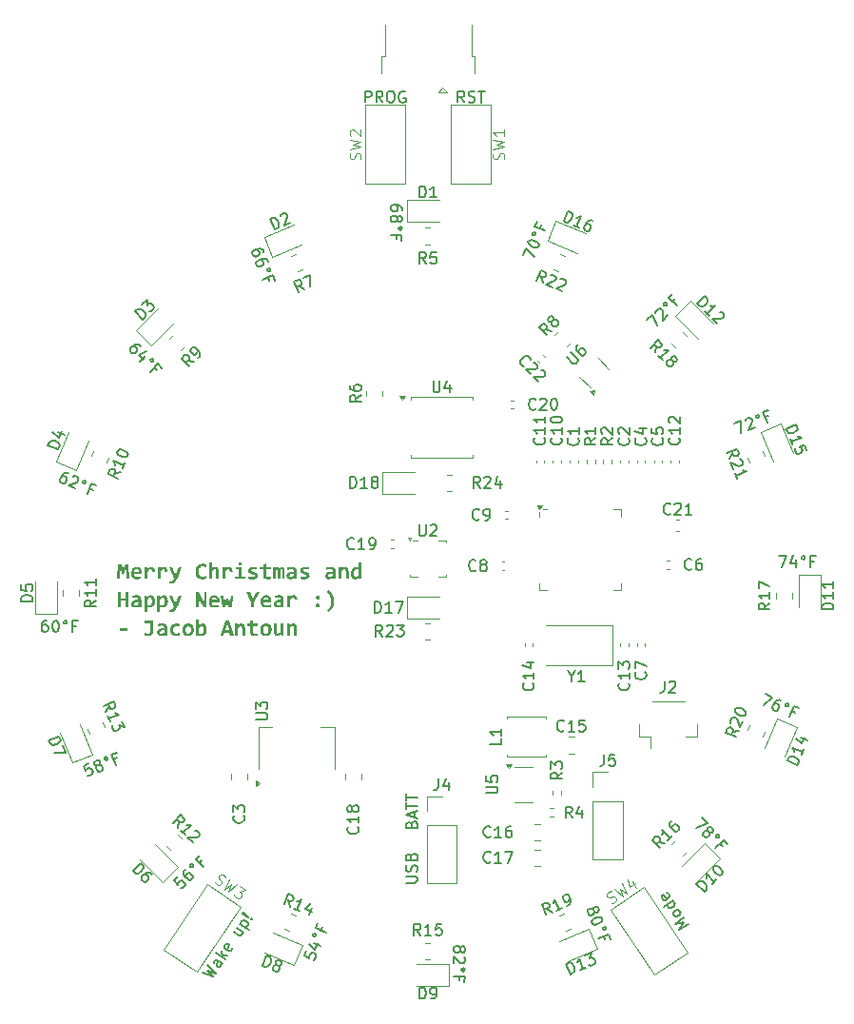
<source format=gbr>
%TF.GenerationSoftware,KiCad,Pcbnew,8.0.6*%
%TF.CreationDate,2024-11-26T17:38:28-05:00*%
%TF.ProjectId,Christmas Ornament 2024,43687269-7374-46d6-9173-204f726e616d,rev?*%
%TF.SameCoordinates,Original*%
%TF.FileFunction,Legend,Top*%
%TF.FilePolarity,Positive*%
%FSLAX46Y46*%
G04 Gerber Fmt 4.6, Leading zero omitted, Abs format (unit mm)*
G04 Created by KiCad (PCBNEW 8.0.6) date 2024-11-26 17:38:28*
%MOMM*%
%LPD*%
G01*
G04 APERTURE LIST*
%ADD10C,0.200000*%
%ADD11C,0.250000*%
%ADD12C,0.150000*%
%ADD13C,0.100000*%
%ADD14C,0.120000*%
G04 APERTURE END LIST*
D10*
X129888406Y-133120839D02*
X129937345Y-133026272D01*
X129937345Y-133026272D02*
X129985622Y-132979320D01*
X129985622Y-132979320D02*
X130081514Y-132933030D01*
X130081514Y-132933030D02*
X130129128Y-132933693D01*
X130129128Y-132933693D02*
X130223695Y-132982632D01*
X130223695Y-132982632D02*
X130270647Y-133030909D01*
X130270647Y-133030909D02*
X130316936Y-133126800D01*
X130316936Y-133126800D02*
X130314287Y-133317258D01*
X130314287Y-133317258D02*
X130265348Y-133411824D01*
X130265348Y-133411824D02*
X130217071Y-133458776D01*
X130217071Y-133458776D02*
X130121180Y-133505066D01*
X130121180Y-133505066D02*
X130073565Y-133504404D01*
X130073565Y-133504404D02*
X129978999Y-133455464D01*
X129978999Y-133455464D02*
X129932047Y-133407188D01*
X129932047Y-133407188D02*
X129885757Y-133311296D01*
X129885757Y-133311296D02*
X129888406Y-133120839D01*
X129888406Y-133120839D02*
X129842117Y-133024947D01*
X129842117Y-133024947D02*
X129795165Y-132976671D01*
X129795165Y-132976671D02*
X129700598Y-132927731D01*
X129700598Y-132927731D02*
X129510140Y-132925082D01*
X129510140Y-132925082D02*
X129414249Y-132971372D01*
X129414249Y-132971372D02*
X129365972Y-133018324D01*
X129365972Y-133018324D02*
X129317033Y-133112890D01*
X129317033Y-133112890D02*
X129314384Y-133303348D01*
X129314384Y-133303348D02*
X129360673Y-133399239D01*
X129360673Y-133399239D02*
X129407625Y-133447516D01*
X129407625Y-133447516D02*
X129502192Y-133496455D01*
X129502192Y-133496455D02*
X129692650Y-133499105D01*
X129692650Y-133499105D02*
X129788541Y-133452815D01*
X129788541Y-133452815D02*
X129836818Y-133405863D01*
X129836818Y-133405863D02*
X129885757Y-133311296D01*
X130211109Y-133887306D02*
X130258061Y-133935583D01*
X130258061Y-133935583D02*
X130304351Y-134031474D01*
X130304351Y-134031474D02*
X130301039Y-134269547D01*
X130301039Y-134269547D02*
X130252100Y-134364113D01*
X130252100Y-134364113D02*
X130203823Y-134411065D01*
X130203823Y-134411065D02*
X130107932Y-134457355D01*
X130107932Y-134457355D02*
X130012703Y-134456030D01*
X130012703Y-134456030D02*
X129870522Y-134406429D01*
X129870522Y-134406429D02*
X129307097Y-133827107D01*
X129307097Y-133827107D02*
X129298487Y-134446095D01*
X130290441Y-135031378D02*
X130244152Y-134935486D01*
X130244152Y-134935486D02*
X130149585Y-134886547D01*
X130149585Y-134886547D02*
X130053694Y-134932837D01*
X130053694Y-134932837D02*
X130004755Y-135027404D01*
X130004755Y-135027404D02*
X130051044Y-135123295D01*
X130051044Y-135123295D02*
X130145611Y-135172234D01*
X130145611Y-135172234D02*
X130241502Y-135125944D01*
X130241502Y-135125944D02*
X130290441Y-135031378D01*
X129801049Y-135977043D02*
X129805686Y-135643742D01*
X129281927Y-135636456D02*
X130281831Y-135650366D01*
X130281831Y-135650366D02*
X130275207Y-136126510D01*
X141747796Y-129673548D02*
X141756638Y-129567436D01*
X141756638Y-129567436D02*
X141783165Y-129505538D01*
X141783165Y-129505538D02*
X141853905Y-129425953D01*
X141853905Y-129425953D02*
X141898118Y-129408267D01*
X141898118Y-129408267D02*
X142004230Y-129417109D01*
X142004230Y-129417109D02*
X142066129Y-129443636D01*
X142066129Y-129443636D02*
X142145713Y-129514376D01*
X142145713Y-129514376D02*
X142216456Y-129691228D01*
X142216456Y-129691228D02*
X142207614Y-129797340D01*
X142207614Y-129797340D02*
X142181087Y-129859239D01*
X142181087Y-129859239D02*
X142110347Y-129938823D01*
X142110347Y-129938823D02*
X142066134Y-129956509D01*
X142066134Y-129956509D02*
X141960022Y-129947668D01*
X141960022Y-129947668D02*
X141898124Y-129921140D01*
X141898124Y-129921140D02*
X141818539Y-129850400D01*
X141818539Y-129850400D02*
X141747796Y-129673548D01*
X141747796Y-129673548D02*
X141668212Y-129602808D01*
X141668212Y-129602808D02*
X141606313Y-129576280D01*
X141606313Y-129576280D02*
X141500201Y-129567439D01*
X141500201Y-129567439D02*
X141323349Y-129638182D01*
X141323349Y-129638182D02*
X141252609Y-129717766D01*
X141252609Y-129717766D02*
X141226082Y-129779665D01*
X141226082Y-129779665D02*
X141217240Y-129885777D01*
X141217240Y-129885777D02*
X141287983Y-130062629D01*
X141287983Y-130062629D02*
X141367568Y-130133369D01*
X141367568Y-130133369D02*
X141429466Y-130159896D01*
X141429466Y-130159896D02*
X141535578Y-130168738D01*
X141535578Y-130168738D02*
X141712430Y-130097995D01*
X141712430Y-130097995D02*
X141783170Y-130018410D01*
X141783170Y-130018410D02*
X141809698Y-129956512D01*
X141809698Y-129956512D02*
X141818539Y-129850400D01*
X142517113Y-130442849D02*
X142552485Y-130531275D01*
X142552485Y-130531275D02*
X142543643Y-130637387D01*
X142543643Y-130637387D02*
X142517116Y-130699286D01*
X142517116Y-130699286D02*
X142446376Y-130778870D01*
X142446376Y-130778870D02*
X142287210Y-130893826D01*
X142287210Y-130893826D02*
X142066145Y-130982255D01*
X142066145Y-130982255D02*
X141871607Y-131008785D01*
X141871607Y-131008785D02*
X141765495Y-130999943D01*
X141765495Y-130999943D02*
X141703596Y-130973416D01*
X141703596Y-130973416D02*
X141624012Y-130902676D01*
X141624012Y-130902676D02*
X141588641Y-130814250D01*
X141588641Y-130814250D02*
X141597482Y-130708138D01*
X141597482Y-130708138D02*
X141624009Y-130646239D01*
X141624009Y-130646239D02*
X141694750Y-130566655D01*
X141694750Y-130566655D02*
X141853916Y-130451699D01*
X141853916Y-130451699D02*
X142074981Y-130363270D01*
X142074981Y-130363270D02*
X142269518Y-130336740D01*
X142269518Y-130336740D02*
X142375630Y-130345582D01*
X142375630Y-130345582D02*
X142437529Y-130372109D01*
X142437529Y-130372109D02*
X142517113Y-130442849D01*
X142853142Y-131282896D02*
X142773558Y-131212156D01*
X142773558Y-131212156D02*
X142667446Y-131203315D01*
X142667446Y-131203315D02*
X142596706Y-131282899D01*
X142596706Y-131282899D02*
X142587864Y-131389011D01*
X142587864Y-131389011D02*
X142667449Y-131459751D01*
X142667449Y-131459751D02*
X142773560Y-131468592D01*
X142773560Y-131468592D02*
X142844301Y-131389008D01*
X142844301Y-131389008D02*
X142853142Y-131282896D01*
X142764727Y-132344014D02*
X142640927Y-132034523D01*
X142154584Y-132229066D02*
X143083057Y-131857665D01*
X143083057Y-131857665D02*
X143259914Y-132299795D01*
X151408532Y-121509998D02*
X151874991Y-121986297D01*
X151874991Y-121986297D02*
X150860676Y-122379793D01*
X151935302Y-122660398D02*
X151902686Y-122559037D01*
X151902686Y-122559037D02*
X151903389Y-122491697D01*
X151903389Y-122491697D02*
X151938113Y-122391038D01*
X151938113Y-122391038D02*
X151972135Y-122357720D01*
X151972135Y-122357720D02*
X152073496Y-122325104D01*
X152073496Y-122325104D02*
X152140836Y-122325807D01*
X152140836Y-122325807D02*
X152241494Y-122360531D01*
X152241494Y-122360531D02*
X152374768Y-122496617D01*
X152374768Y-122496617D02*
X152407384Y-122597978D01*
X152407384Y-122597978D02*
X152406681Y-122665318D01*
X152406681Y-122665318D02*
X152371957Y-122765976D01*
X152371957Y-122765976D02*
X152337935Y-122799295D01*
X152337935Y-122799295D02*
X152236574Y-122831910D01*
X152236574Y-122831910D02*
X152169234Y-122831207D01*
X152169234Y-122831207D02*
X152068576Y-122796483D01*
X152068576Y-122796483D02*
X151935302Y-122660398D01*
X151935302Y-122660398D02*
X151834644Y-122625674D01*
X151834644Y-122625674D02*
X151767304Y-122624971D01*
X151767304Y-122624971D02*
X151665943Y-122657586D01*
X151665943Y-122657586D02*
X151529857Y-122790860D01*
X151529857Y-122790860D02*
X151495133Y-122891519D01*
X151495133Y-122891519D02*
X151494430Y-122958858D01*
X151494430Y-122958858D02*
X151527046Y-123060220D01*
X151527046Y-123060220D02*
X151660320Y-123196305D01*
X151660320Y-123196305D02*
X151760978Y-123231029D01*
X151760978Y-123231029D02*
X151828318Y-123231732D01*
X151828318Y-123231732D02*
X151929679Y-123199116D01*
X151929679Y-123199116D02*
X152065765Y-123065842D01*
X152065765Y-123065842D02*
X152100489Y-122965184D01*
X152100489Y-122965184D02*
X152101192Y-122897844D01*
X152101192Y-122897844D02*
X152068576Y-122796483D01*
X152907864Y-123040958D02*
X152807206Y-123006234D01*
X152807206Y-123006234D02*
X152705844Y-123038850D01*
X152705844Y-123038850D02*
X152671120Y-123139508D01*
X152671120Y-123139508D02*
X152703736Y-123240869D01*
X152703736Y-123240869D02*
X152804394Y-123275593D01*
X152804394Y-123275593D02*
X152905755Y-123242978D01*
X152905755Y-123242978D02*
X152940480Y-123142319D01*
X152940480Y-123142319D02*
X152907864Y-123040958D01*
X153234020Y-124054570D02*
X153000791Y-123816421D01*
X152626556Y-124182924D02*
X153341004Y-123483236D01*
X153341004Y-123483236D02*
X153674189Y-123823449D01*
X157073653Y-110513197D02*
X157687332Y-110773663D01*
X157687332Y-110773663D02*
X156902126Y-111526739D01*
X158432514Y-111089943D02*
X158257177Y-111015524D01*
X158257177Y-111015524D02*
X158150904Y-111022149D01*
X158150904Y-111022149D02*
X158088465Y-111047378D01*
X158088465Y-111047378D02*
X157944983Y-111141671D01*
X157944983Y-111141671D02*
X157826730Y-111298404D01*
X157826730Y-111298404D02*
X157677892Y-111649077D01*
X157677892Y-111649077D02*
X157684517Y-111755350D01*
X157684517Y-111755350D02*
X157709746Y-111817789D01*
X157709746Y-111817789D02*
X157778810Y-111898833D01*
X157778810Y-111898833D02*
X157954147Y-111973252D01*
X157954147Y-111973252D02*
X158060420Y-111966627D01*
X158060420Y-111966627D02*
X158122859Y-111941398D01*
X158122859Y-111941398D02*
X158203902Y-111872334D01*
X158203902Y-111872334D02*
X158296926Y-111653163D01*
X158296926Y-111653163D02*
X158290301Y-111546890D01*
X158290301Y-111546890D02*
X158265072Y-111484451D01*
X158265072Y-111484451D02*
X158196008Y-111403407D01*
X158196008Y-111403407D02*
X158020671Y-111328988D01*
X158020671Y-111328988D02*
X157914398Y-111335613D01*
X157914398Y-111335613D02*
X157851959Y-111360842D01*
X157851959Y-111360842D02*
X157770915Y-111429906D01*
X159046193Y-111350409D02*
X158939920Y-111357034D01*
X158939920Y-111357034D02*
X158858876Y-111426097D01*
X158858876Y-111426097D02*
X158865501Y-111532370D01*
X158865501Y-111532370D02*
X158934565Y-111613414D01*
X158934565Y-111613414D02*
X159040838Y-111606789D01*
X159040838Y-111606789D02*
X159121882Y-111537726D01*
X159121882Y-111537726D02*
X159115257Y-111431452D01*
X159115257Y-111431452D02*
X159046193Y-111350409D01*
X159736831Y-112160845D02*
X159429991Y-112030612D01*
X159225339Y-112512789D02*
X159616038Y-111592270D01*
X159616038Y-111592270D02*
X160054380Y-111778317D01*
X158284796Y-98190985D02*
X158951446Y-98195616D01*
X158951446Y-98195616D02*
X158515939Y-99192615D01*
X159758635Y-98534565D02*
X159754004Y-99201215D01*
X159523192Y-98151968D02*
X159280141Y-98864582D01*
X159280141Y-98864582D02*
X159899173Y-98868882D01*
X160427601Y-98205870D02*
X160332035Y-98252827D01*
X160332035Y-98252827D02*
X160283755Y-98347732D01*
X160283755Y-98347732D02*
X160330712Y-98443298D01*
X160330712Y-98443298D02*
X160425617Y-98491578D01*
X160425617Y-98491578D02*
X160521183Y-98444621D01*
X160521183Y-98444621D02*
X160569463Y-98349716D01*
X160569463Y-98349716D02*
X160522506Y-98254150D01*
X160522506Y-98254150D02*
X160427601Y-98205870D01*
X161376652Y-98688665D02*
X161043326Y-98686349D01*
X161039688Y-99210146D02*
X161046634Y-98210170D01*
X161046634Y-98210170D02*
X161522813Y-98213478D01*
X154293999Y-86454597D02*
X154911241Y-86202693D01*
X154911241Y-86202693D02*
X154892299Y-87290495D01*
X155255849Y-86164918D02*
X155281945Y-86102836D01*
X155281945Y-86102836D02*
X155352129Y-86022761D01*
X155352129Y-86022761D02*
X155572573Y-85932795D01*
X155572573Y-85932795D02*
X155678743Y-85940897D01*
X155678743Y-85940897D02*
X155740825Y-85966993D01*
X155740825Y-85966993D02*
X155820900Y-86037177D01*
X155820900Y-86037177D02*
X155856887Y-86125355D01*
X155856887Y-86125355D02*
X155866778Y-86275614D01*
X155866778Y-86275614D02*
X155553631Y-87020598D01*
X155553631Y-87020598D02*
X156126785Y-86786686D01*
X156277993Y-85644904D02*
X156207809Y-85724979D01*
X156207809Y-85724979D02*
X156199706Y-85831150D01*
X156199706Y-85831150D02*
X156279781Y-85901334D01*
X156279781Y-85901334D02*
X156385952Y-85909436D01*
X156385952Y-85909436D02*
X156456136Y-85829361D01*
X156456136Y-85829361D02*
X156464239Y-85723191D01*
X156464239Y-85723191D02*
X156384164Y-85653006D01*
X156384164Y-85653006D02*
X156277993Y-85644904D01*
X157339700Y-85725928D02*
X157031079Y-85851880D01*
X157229004Y-86336856D02*
X156851147Y-85410992D01*
X156851147Y-85410992D02*
X157292035Y-85231060D01*
X146515198Y-77202173D02*
X146988237Y-76732409D01*
X146988237Y-76732409D02*
X147388788Y-77743959D01*
X147291866Y-76565104D02*
X147292100Y-76497761D01*
X147292100Y-76497761D02*
X147326122Y-76396863D01*
X147326122Y-76396863D02*
X147495065Y-76229090D01*
X147495065Y-76229090D02*
X147596196Y-76195769D01*
X147596196Y-76195769D02*
X147663540Y-76196003D01*
X147663540Y-76196003D02*
X147764437Y-76230026D01*
X147764437Y-76230026D02*
X147831546Y-76297603D01*
X147831546Y-76297603D02*
X147898422Y-76432523D01*
X147898422Y-76432523D02*
X147895615Y-77240640D01*
X147895615Y-77240640D02*
X148334865Y-76804430D01*
X148035681Y-75692216D02*
X148001658Y-75793114D01*
X148001658Y-75793114D02*
X148034979Y-75894246D01*
X148034979Y-75894246D02*
X148135877Y-75928268D01*
X148135877Y-75928268D02*
X148237008Y-75894947D01*
X148237008Y-75894947D02*
X148271031Y-75794050D01*
X148271031Y-75794050D02*
X148237710Y-75692918D01*
X148237710Y-75692918D02*
X148136812Y-75658896D01*
X148136812Y-75658896D02*
X148035681Y-75692216D01*
X149046997Y-75359009D02*
X148810478Y-75593891D01*
X149179578Y-75965565D02*
X148474932Y-75256006D01*
X148474932Y-75256006D02*
X148812816Y-74920460D01*
X135472112Y-71434231D02*
X135728299Y-70818753D01*
X135728299Y-70818753D02*
X136486824Y-71598697D01*
X135947887Y-70291201D02*
X135984485Y-70203275D01*
X135984485Y-70203275D02*
X136065045Y-70133649D01*
X136065045Y-70133649D02*
X136127307Y-70107985D01*
X136127307Y-70107985D02*
X136233532Y-70100620D01*
X136233532Y-70100620D02*
X136427681Y-70129854D01*
X136427681Y-70129854D02*
X136647495Y-70221349D01*
X136647495Y-70221349D02*
X136805047Y-70338507D01*
X136805047Y-70338507D02*
X136874673Y-70419068D01*
X136874673Y-70419068D02*
X136900337Y-70481330D01*
X136900337Y-70481330D02*
X136907702Y-70587554D01*
X136907702Y-70587554D02*
X136871104Y-70675480D01*
X136871104Y-70675480D02*
X136790543Y-70745106D01*
X136790543Y-70745106D02*
X136728281Y-70770770D01*
X136728281Y-70770770D02*
X136622057Y-70778135D01*
X136622057Y-70778135D02*
X136427907Y-70748901D01*
X136427907Y-70748901D02*
X136208093Y-70657406D01*
X136208093Y-70657406D02*
X136050542Y-70540247D01*
X136050542Y-70540247D02*
X135980915Y-70459687D01*
X135980915Y-70459687D02*
X135955251Y-70397425D01*
X135955251Y-70397425D02*
X135947887Y-70291201D01*
X136295568Y-69455909D02*
X136302933Y-69562133D01*
X136302933Y-69562133D02*
X136372559Y-69642694D01*
X136372559Y-69642694D02*
X136478783Y-69635329D01*
X136478783Y-69635329D02*
X136559344Y-69565703D01*
X136559344Y-69565703D02*
X136551979Y-69459479D01*
X136551979Y-69459479D02*
X136482353Y-69378918D01*
X136482353Y-69378918D02*
X136376129Y-69386283D01*
X136376129Y-69386283D02*
X136295568Y-69455909D01*
X137101175Y-68759645D02*
X136973082Y-69067384D01*
X137456672Y-69268673D02*
X136533455Y-68884394D01*
X136533455Y-68884394D02*
X136716445Y-68444766D01*
X124712981Y-67462496D02*
X124715634Y-67272039D01*
X124715634Y-67272039D02*
X124669346Y-67176147D01*
X124669346Y-67176147D02*
X124622395Y-67127869D01*
X124622395Y-67127869D02*
X124480878Y-67030651D01*
X124480878Y-67030651D02*
X124291083Y-66980383D01*
X124291083Y-66980383D02*
X123910168Y-66975078D01*
X123910168Y-66975078D02*
X123814276Y-67021366D01*
X123814276Y-67021366D02*
X123765998Y-67068317D01*
X123765998Y-67068317D02*
X123717057Y-67162883D01*
X123717057Y-67162883D02*
X123714404Y-67353340D01*
X123714404Y-67353340D02*
X123760692Y-67449232D01*
X123760692Y-67449232D02*
X123807644Y-67497510D01*
X123807644Y-67497510D02*
X123902209Y-67546451D01*
X123902209Y-67546451D02*
X124140281Y-67549767D01*
X124140281Y-67549767D02*
X124236174Y-67503479D01*
X124236174Y-67503479D02*
X124284451Y-67456528D01*
X124284451Y-67456528D02*
X124333392Y-67361962D01*
X124333392Y-67361962D02*
X124336045Y-67171504D01*
X124336045Y-67171504D02*
X124289757Y-67075612D01*
X124289757Y-67075612D02*
X124242806Y-67027335D01*
X124242806Y-67027335D02*
X124148240Y-66978394D01*
X124275166Y-68123130D02*
X124324107Y-68028564D01*
X124324107Y-68028564D02*
X124372385Y-67981613D01*
X124372385Y-67981613D02*
X124468277Y-67935325D01*
X124468277Y-67935325D02*
X124515891Y-67935988D01*
X124515891Y-67935988D02*
X124610457Y-67984929D01*
X124610457Y-67984929D02*
X124657408Y-68033206D01*
X124657408Y-68033206D02*
X124703696Y-68129099D01*
X124703696Y-68129099D02*
X124701043Y-68319556D01*
X124701043Y-68319556D02*
X124652103Y-68414122D01*
X124652103Y-68414122D02*
X124603825Y-68461073D01*
X124603825Y-68461073D02*
X124507933Y-68507361D01*
X124507933Y-68507361D02*
X124460318Y-68506698D01*
X124460318Y-68506698D02*
X124365753Y-68457757D01*
X124365753Y-68457757D02*
X124318802Y-68409479D01*
X124318802Y-68409479D02*
X124272513Y-68313587D01*
X124272513Y-68313587D02*
X124275166Y-68123130D01*
X124275166Y-68123130D02*
X124228878Y-68027238D01*
X124228878Y-68027238D02*
X124181927Y-67978960D01*
X124181927Y-67978960D02*
X124087361Y-67930019D01*
X124087361Y-67930019D02*
X123896904Y-67927366D01*
X123896904Y-67927366D02*
X123801012Y-67973654D01*
X123801012Y-67973654D02*
X123752734Y-68020606D01*
X123752734Y-68020606D02*
X123703793Y-68115171D01*
X123703793Y-68115171D02*
X123701140Y-68305629D01*
X123701140Y-68305629D02*
X123747428Y-68401521D01*
X123747428Y-68401521D02*
X123794380Y-68449799D01*
X123794380Y-68449799D02*
X123888945Y-68498740D01*
X123888945Y-68498740D02*
X124079403Y-68501392D01*
X124079403Y-68501392D02*
X124175295Y-68455104D01*
X124175295Y-68455104D02*
X124223573Y-68408153D01*
X124223573Y-68408153D02*
X124272513Y-68313587D01*
X124690432Y-69081387D02*
X124644144Y-68985495D01*
X124644144Y-68985495D02*
X124549578Y-68936554D01*
X124549578Y-68936554D02*
X124453686Y-68982842D01*
X124453686Y-68982842D02*
X124404746Y-69077408D01*
X124404746Y-69077408D02*
X124451034Y-69173300D01*
X124451034Y-69173300D02*
X124545599Y-69222241D01*
X124545599Y-69222241D02*
X124641491Y-69175953D01*
X124641491Y-69175953D02*
X124690432Y-69081387D01*
X124201024Y-70027044D02*
X124205666Y-69693743D01*
X123681907Y-69686448D02*
X124681810Y-69700375D01*
X124681810Y-69700375D02*
X124675178Y-70176519D01*
X112401849Y-71179656D02*
X112331109Y-71002803D01*
X112331109Y-71002803D02*
X112251526Y-70932061D01*
X112251526Y-70932061D02*
X112189627Y-70905533D01*
X112189627Y-70905533D02*
X112021618Y-70870161D01*
X112021618Y-70870161D02*
X111827079Y-70896688D01*
X111827079Y-70896688D02*
X111473373Y-71038167D01*
X111473373Y-71038167D02*
X111402631Y-71117751D01*
X111402631Y-71117751D02*
X111376103Y-71179649D01*
X111376103Y-71179649D02*
X111367260Y-71285760D01*
X111367260Y-71285760D02*
X111438000Y-71462614D01*
X111438000Y-71462614D02*
X111517583Y-71533355D01*
X111517583Y-71533355D02*
X111579481Y-71559884D01*
X111579481Y-71559884D02*
X111685593Y-71568727D01*
X111685593Y-71568727D02*
X111906659Y-71480302D01*
X111906659Y-71480302D02*
X111977401Y-71400719D01*
X111977401Y-71400719D02*
X112003929Y-71338821D01*
X112003929Y-71338821D02*
X112012772Y-71232709D01*
X112012772Y-71232709D02*
X111942033Y-71055856D01*
X111942033Y-71055856D02*
X111862449Y-70985114D01*
X111862449Y-70985114D02*
X111800551Y-70958586D01*
X111800551Y-70958586D02*
X111694440Y-70949743D01*
X112755548Y-72063922D02*
X112684808Y-71887069D01*
X112684808Y-71887069D02*
X112605225Y-71816327D01*
X112605225Y-71816327D02*
X112543327Y-71789799D01*
X112543327Y-71789799D02*
X112375317Y-71754427D01*
X112375317Y-71754427D02*
X112180779Y-71780954D01*
X112180779Y-71780954D02*
X111827072Y-71922434D01*
X111827072Y-71922434D02*
X111756331Y-72002017D01*
X111756331Y-72002017D02*
X111729802Y-72063915D01*
X111729802Y-72063915D02*
X111720959Y-72170027D01*
X111720959Y-72170027D02*
X111791699Y-72346880D01*
X111791699Y-72346880D02*
X111871282Y-72417621D01*
X111871282Y-72417621D02*
X111933180Y-72444150D01*
X111933180Y-72444150D02*
X112039292Y-72452993D01*
X112039292Y-72452993D02*
X112260358Y-72364568D01*
X112260358Y-72364568D02*
X112331100Y-72284985D01*
X112331100Y-72284985D02*
X112357628Y-72223087D01*
X112357628Y-72223087D02*
X112366472Y-72116975D01*
X112366472Y-72116975D02*
X112295732Y-71940122D01*
X112295732Y-71940122D02*
X112216149Y-71869380D01*
X112216149Y-71869380D02*
X112154250Y-71842852D01*
X112154250Y-71842852D02*
X112048139Y-71834009D01*
X113003137Y-72682909D02*
X112923554Y-72612167D01*
X112923554Y-72612167D02*
X112817442Y-72603324D01*
X112817442Y-72603324D02*
X112746701Y-72682907D01*
X112746701Y-72682907D02*
X112737857Y-72789018D01*
X112737857Y-72789018D02*
X112817441Y-72859760D01*
X112817441Y-72859760D02*
X112923552Y-72868603D01*
X112923552Y-72868603D02*
X112994294Y-72789020D01*
X112994294Y-72789020D02*
X113003137Y-72682909D01*
X112914703Y-73744024D02*
X112790909Y-73434531D01*
X112304562Y-73629066D02*
X113233042Y-73257682D01*
X113233042Y-73257682D02*
X113409891Y-73699815D01*
X101425056Y-79534226D02*
X101291784Y-79398138D01*
X101291784Y-79398138D02*
X101191126Y-79363412D01*
X101191126Y-79363412D02*
X101123786Y-79362708D01*
X101123786Y-79362708D02*
X100955085Y-79394618D01*
X100955085Y-79394618D02*
X100785679Y-79493868D01*
X100785679Y-79493868D02*
X100513504Y-79760411D01*
X100513504Y-79760411D02*
X100478778Y-79861069D01*
X100478778Y-79861069D02*
X100478074Y-79928408D01*
X100478074Y-79928408D02*
X100510688Y-80029770D01*
X100510688Y-80029770D02*
X100643959Y-80165858D01*
X100643959Y-80165858D02*
X100744617Y-80200584D01*
X100744617Y-80200584D02*
X100811957Y-80201288D01*
X100811957Y-80201288D02*
X100913319Y-80168674D01*
X100913319Y-80168674D02*
X101083428Y-80002085D01*
X101083428Y-80002085D02*
X101118154Y-79901427D01*
X101118154Y-79901427D02*
X101118858Y-79834087D01*
X101118858Y-79834087D02*
X101086244Y-79732725D01*
X101086244Y-79732725D02*
X100952973Y-79596638D01*
X100952973Y-79596638D02*
X100852315Y-79561912D01*
X100852315Y-79561912D02*
X100784975Y-79561208D01*
X100784975Y-79561208D02*
X100683613Y-79593821D01*
X101853260Y-80447890D02*
X101376953Y-80914340D01*
X101958846Y-80011237D02*
X101281928Y-80340896D01*
X101281928Y-80340896D02*
X101715060Y-80783181D01*
X102557864Y-80690972D02*
X102457206Y-80656246D01*
X102457206Y-80656246D02*
X102355845Y-80688859D01*
X102355845Y-80688859D02*
X102321119Y-80789517D01*
X102321119Y-80789517D02*
X102353733Y-80890879D01*
X102353733Y-80890879D02*
X102454390Y-80925605D01*
X102454390Y-80925605D02*
X102555752Y-80892991D01*
X102555752Y-80892991D02*
X102590478Y-80792333D01*
X102590478Y-80792333D02*
X102557864Y-80690972D01*
X102884003Y-81704589D02*
X102650778Y-81466436D01*
X102276536Y-81832933D02*
X102990997Y-81133257D01*
X102990997Y-81133257D02*
X103324176Y-81473476D01*
X95005846Y-90867835D02*
X94830511Y-90793413D01*
X94830511Y-90793413D02*
X94724237Y-90800036D01*
X94724237Y-90800036D02*
X94661798Y-90825264D01*
X94661798Y-90825264D02*
X94518314Y-90919555D01*
X94518314Y-90919555D02*
X94400058Y-91076285D01*
X94400058Y-91076285D02*
X94251214Y-91426956D01*
X94251214Y-91426956D02*
X94257837Y-91533229D01*
X94257837Y-91533229D02*
X94283065Y-91595669D01*
X94283065Y-91595669D02*
X94352128Y-91676713D01*
X94352128Y-91676713D02*
X94527463Y-91751135D01*
X94527463Y-91751135D02*
X94633737Y-91744512D01*
X94633737Y-91744512D02*
X94696176Y-91719284D01*
X94696176Y-91719284D02*
X94777221Y-91650222D01*
X94777221Y-91650222D02*
X94870248Y-91431052D01*
X94870248Y-91431052D02*
X94863625Y-91324779D01*
X94863625Y-91324779D02*
X94838397Y-91262340D01*
X94838397Y-91262340D02*
X94769334Y-91181295D01*
X94769334Y-91181295D02*
X94593999Y-91106873D01*
X94593999Y-91106873D02*
X94487726Y-91113496D01*
X94487726Y-91113496D02*
X94425286Y-91138724D01*
X94425286Y-91138724D02*
X94344241Y-91207787D01*
X95406974Y-91141557D02*
X95469413Y-91116329D01*
X95469413Y-91116329D02*
X95575687Y-91109706D01*
X95575687Y-91109706D02*
X95794856Y-91202733D01*
X95794856Y-91202733D02*
X95863918Y-91283778D01*
X95863918Y-91283778D02*
X95889147Y-91346217D01*
X95889147Y-91346217D02*
X95895770Y-91452491D01*
X95895770Y-91452491D02*
X95858559Y-91540159D01*
X95858559Y-91540159D02*
X95758909Y-91653055D01*
X95758909Y-91653055D02*
X95009636Y-91955796D01*
X95009636Y-91955796D02*
X95579477Y-92197667D01*
X96496198Y-91500421D02*
X96389925Y-91507044D01*
X96389925Y-91507044D02*
X96308880Y-91576106D01*
X96308880Y-91576106D02*
X96315503Y-91682379D01*
X96315503Y-91682379D02*
X96384566Y-91763424D01*
X96384566Y-91763424D02*
X96490839Y-91756801D01*
X96490839Y-91756801D02*
X96571884Y-91687739D01*
X96571884Y-91687739D02*
X96565261Y-91581466D01*
X96565261Y-91581466D02*
X96496198Y-91500421D01*
X97186822Y-92310870D02*
X96879984Y-92180631D01*
X96675324Y-92662804D02*
X97066039Y-91742292D01*
X97066039Y-91742292D02*
X97504378Y-91928347D01*
X93108612Y-103944586D02*
X92918141Y-103943256D01*
X92918141Y-103943256D02*
X92822572Y-103990209D01*
X92822572Y-103990209D02*
X92774622Y-104037494D01*
X92774622Y-104037494D02*
X92678389Y-104179683D01*
X92678389Y-104179683D02*
X92629441Y-104369822D01*
X92629441Y-104369822D02*
X92626782Y-104750765D01*
X92626782Y-104750765D02*
X92673735Y-104846334D01*
X92673735Y-104846334D02*
X92721020Y-104894284D01*
X92721020Y-104894284D02*
X92815923Y-104942567D01*
X92815923Y-104942567D02*
X93006395Y-104943897D01*
X93006395Y-104943897D02*
X93101963Y-104896943D01*
X93101963Y-104896943D02*
X93149914Y-104849658D01*
X93149914Y-104849658D02*
X93198196Y-104754755D01*
X93198196Y-104754755D02*
X93199859Y-104516665D01*
X93199859Y-104516665D02*
X93152906Y-104421097D01*
X93152906Y-104421097D02*
X93105620Y-104373147D01*
X93105620Y-104373147D02*
X93010717Y-104324864D01*
X93010717Y-104324864D02*
X92820245Y-104323534D01*
X92820245Y-104323534D02*
X92724677Y-104370487D01*
X92724677Y-104370487D02*
X92676727Y-104417773D01*
X92676727Y-104417773D02*
X92628444Y-104512676D01*
X93822880Y-103949572D02*
X93918116Y-103950237D01*
X93918116Y-103950237D02*
X94013020Y-103998520D01*
X94013020Y-103998520D02*
X94060305Y-104046470D01*
X94060305Y-104046470D02*
X94107258Y-104142039D01*
X94107258Y-104142039D02*
X94153546Y-104332843D01*
X94153546Y-104332843D02*
X94151884Y-104570932D01*
X94151884Y-104570932D02*
X94102936Y-104761071D01*
X94102936Y-104761071D02*
X94054653Y-104855974D01*
X94054653Y-104855974D02*
X94006703Y-104903260D01*
X94006703Y-104903260D02*
X93911135Y-104950213D01*
X93911135Y-104950213D02*
X93815899Y-104949548D01*
X93815899Y-104949548D02*
X93720996Y-104901265D01*
X93720996Y-104901265D02*
X93673710Y-104853315D01*
X93673710Y-104853315D02*
X93626757Y-104757747D01*
X93626757Y-104757747D02*
X93580469Y-104566943D01*
X93580469Y-104566943D02*
X93582131Y-104328853D01*
X93582131Y-104328853D02*
X93631079Y-104138714D01*
X93631079Y-104138714D02*
X93679362Y-104043811D01*
X93679362Y-104043811D02*
X93727312Y-103996525D01*
X93727312Y-103996525D02*
X93822880Y-103949572D01*
X94727620Y-103955889D02*
X94632052Y-104002842D01*
X94632052Y-104002842D02*
X94583769Y-104097745D01*
X94583769Y-104097745D02*
X94630722Y-104193313D01*
X94630722Y-104193313D02*
X94725626Y-104241596D01*
X94725626Y-104241596D02*
X94821194Y-104194643D01*
X94821194Y-104194643D02*
X94869477Y-104099740D01*
X94869477Y-104099740D02*
X94822524Y-104004172D01*
X94822524Y-104004172D02*
X94727620Y-103955889D01*
X95676654Y-104438716D02*
X95343329Y-104436389D01*
X95339672Y-104960186D02*
X95346653Y-103960210D01*
X95346653Y-103960210D02*
X95822832Y-103963535D01*
X96823066Y-116688659D02*
X96382175Y-116868583D01*
X96382175Y-116868583D02*
X96518010Y-117327466D01*
X96518010Y-117327466D02*
X96544107Y-117265384D01*
X96544107Y-117265384D02*
X96614292Y-117185310D01*
X96614292Y-117185310D02*
X96834738Y-117095348D01*
X96834738Y-117095348D02*
X96940908Y-117103453D01*
X96940908Y-117103453D02*
X97002990Y-117129549D01*
X97002990Y-117129549D02*
X97083064Y-117199735D01*
X97083064Y-117199735D02*
X97173026Y-117420180D01*
X97173026Y-117420180D02*
X97164922Y-117526351D01*
X97164922Y-117526351D02*
X97138825Y-117588432D01*
X97138825Y-117588432D02*
X97068639Y-117668506D01*
X97068639Y-117668506D02*
X96848194Y-117758468D01*
X96848194Y-117758468D02*
X96742023Y-117750364D01*
X96742023Y-117750364D02*
X96679942Y-117724268D01*
X97558155Y-116851559D02*
X97451985Y-116843455D01*
X97451985Y-116843455D02*
X97389903Y-116817358D01*
X97389903Y-116817358D02*
X97309829Y-116747172D01*
X97309829Y-116747172D02*
X97291837Y-116703083D01*
X97291837Y-116703083D02*
X97299941Y-116596912D01*
X97299941Y-116596912D02*
X97326038Y-116534831D01*
X97326038Y-116534831D02*
X97396224Y-116454757D01*
X97396224Y-116454757D02*
X97572580Y-116382787D01*
X97572580Y-116382787D02*
X97678751Y-116390892D01*
X97678751Y-116390892D02*
X97740832Y-116416988D01*
X97740832Y-116416988D02*
X97820906Y-116487174D01*
X97820906Y-116487174D02*
X97838898Y-116531263D01*
X97838898Y-116531263D02*
X97830794Y-116637434D01*
X97830794Y-116637434D02*
X97804697Y-116699515D01*
X97804697Y-116699515D02*
X97734512Y-116779589D01*
X97734512Y-116779589D02*
X97558155Y-116851559D01*
X97558155Y-116851559D02*
X97487970Y-116931633D01*
X97487970Y-116931633D02*
X97461873Y-116993714D01*
X97461873Y-116993714D02*
X97453769Y-117099885D01*
X97453769Y-117099885D02*
X97525738Y-117276241D01*
X97525738Y-117276241D02*
X97605812Y-117346427D01*
X97605812Y-117346427D02*
X97667894Y-117372523D01*
X97667894Y-117372523D02*
X97774064Y-117380628D01*
X97774064Y-117380628D02*
X97950421Y-117308658D01*
X97950421Y-117308658D02*
X98020606Y-117228584D01*
X98020606Y-117228584D02*
X98046703Y-117166503D01*
X98046703Y-117166503D02*
X98054807Y-117060332D01*
X98054807Y-117060332D02*
X97982838Y-116883976D01*
X97982838Y-116883976D02*
X97902764Y-116813790D01*
X97902764Y-116813790D02*
X97840682Y-116787693D01*
X97840682Y-116787693D02*
X97734512Y-116779589D01*
X98278005Y-116094909D02*
X98207819Y-116174983D01*
X98207819Y-116174983D02*
X98199715Y-116281153D01*
X98199715Y-116281153D02*
X98279789Y-116351339D01*
X98279789Y-116351339D02*
X98385960Y-116359443D01*
X98385960Y-116359443D02*
X98456145Y-116279369D01*
X98456145Y-116279369D02*
X98464250Y-116173199D01*
X98464250Y-116173199D02*
X98384176Y-116103013D01*
X98384176Y-116103013D02*
X98278005Y-116094909D01*
X99339711Y-116175951D02*
X99031088Y-116301898D01*
X99229004Y-116786878D02*
X98851163Y-115861007D01*
X98851163Y-115861007D02*
X99292054Y-115681083D01*
X104770654Y-126749499D02*
X104432763Y-127085039D01*
X104432763Y-127085039D02*
X104734515Y-127456483D01*
X104734515Y-127456483D02*
X104734750Y-127389140D01*
X104734750Y-127389140D02*
X104768774Y-127288243D01*
X104768774Y-127288243D02*
X104937719Y-127120473D01*
X104937719Y-127120473D02*
X105038851Y-127087154D01*
X105038851Y-127087154D02*
X105106194Y-127087389D01*
X105106194Y-127087389D02*
X105207092Y-127121414D01*
X105207092Y-127121414D02*
X105374862Y-127290359D01*
X105374862Y-127290359D02*
X105408181Y-127391491D01*
X105408181Y-127391491D02*
X105407945Y-127458834D01*
X105407945Y-127458834D02*
X105373921Y-127559731D01*
X105373921Y-127559731D02*
X105204976Y-127727501D01*
X105204976Y-127727501D02*
X105103844Y-127760820D01*
X105103844Y-127760820D02*
X105036501Y-127760585D01*
X105412647Y-126111972D02*
X105277491Y-126246188D01*
X105277491Y-126246188D02*
X105243466Y-126347085D01*
X105243466Y-126347085D02*
X105243231Y-126414429D01*
X105243231Y-126414429D02*
X105276315Y-126582904D01*
X105276315Y-126582904D02*
X105376742Y-126751614D01*
X105376742Y-126751614D02*
X105645174Y-127021927D01*
X105645174Y-127021927D02*
X105746071Y-127055951D01*
X105746071Y-127055951D02*
X105813414Y-127056186D01*
X105813414Y-127056186D02*
X105914547Y-127022867D01*
X105914547Y-127022867D02*
X106049703Y-126888651D01*
X106049703Y-126888651D02*
X106083727Y-126787754D01*
X106083727Y-126787754D02*
X106083962Y-126720411D01*
X106083962Y-126720411D02*
X106050643Y-126619279D01*
X106050643Y-126619279D02*
X105882873Y-126450333D01*
X105882873Y-126450333D02*
X105781976Y-126416309D01*
X105781976Y-126416309D02*
X105714633Y-126416074D01*
X105714633Y-126416074D02*
X105613501Y-126449393D01*
X105613501Y-126449393D02*
X105478345Y-126583609D01*
X105478345Y-126583609D02*
X105444320Y-126684506D01*
X105444320Y-126684506D02*
X105444085Y-126751849D01*
X105444085Y-126751849D02*
X105477404Y-126852981D01*
X105885694Y-125642216D02*
X105851670Y-125743113D01*
X105851670Y-125743113D02*
X105884989Y-125844245D01*
X105884989Y-125844245D02*
X105985886Y-125878270D01*
X105985886Y-125878270D02*
X106087018Y-125844951D01*
X106087018Y-125844951D02*
X106121042Y-125744054D01*
X106121042Y-125744054D02*
X106087723Y-125642921D01*
X106087723Y-125642921D02*
X105986826Y-125608897D01*
X105986826Y-125608897D02*
X105885694Y-125642216D01*
X106897016Y-125309027D02*
X106660492Y-125543905D01*
X107029587Y-125915585D02*
X106324952Y-125206014D01*
X106324952Y-125206014D02*
X106662843Y-124870474D01*
X116191687Y-133356663D02*
X116008690Y-133796287D01*
X116008690Y-133796287D02*
X116430014Y-134023247D01*
X116430014Y-134023247D02*
X116404351Y-133960985D01*
X116404351Y-133960985D02*
X116396988Y-133854760D01*
X116396988Y-133854760D02*
X116488487Y-133634948D01*
X116488487Y-133634948D02*
X116569049Y-133565323D01*
X116569049Y-133565323D02*
X116631311Y-133539660D01*
X116631311Y-133539660D02*
X116737536Y-133532298D01*
X116737536Y-133532298D02*
X116957348Y-133623796D01*
X116957348Y-133623796D02*
X117026973Y-133704358D01*
X117026973Y-133704358D02*
X117052635Y-133766621D01*
X117052635Y-133766621D02*
X117059998Y-133872845D01*
X117059998Y-133872845D02*
X116968499Y-134092657D01*
X116968499Y-134092657D02*
X116887937Y-134162282D01*
X116887937Y-134162282D02*
X116825675Y-134187945D01*
X116847120Y-132649476D02*
X117462593Y-132905673D01*
X116403922Y-132722889D02*
X116971859Y-133217198D01*
X116971859Y-133217198D02*
X117209756Y-132645687D01*
X116795580Y-131905904D02*
X116802943Y-132012128D01*
X116802943Y-132012128D02*
X116872568Y-132092690D01*
X116872568Y-132092690D02*
X116978792Y-132085327D01*
X116978792Y-132085327D02*
X117059354Y-132015702D01*
X117059354Y-132015702D02*
X117051992Y-131909478D01*
X117051992Y-131909478D02*
X116982367Y-131828916D01*
X116982367Y-131828916D02*
X116876142Y-131836279D01*
X116876142Y-131836279D02*
X116795580Y-131905904D01*
X117601200Y-131209653D02*
X117473101Y-131517390D01*
X117956687Y-131718688D02*
X117033477Y-131334392D01*
X117033477Y-131334392D02*
X117216475Y-130894768D01*
X150204902Y-130931153D02*
X149374880Y-131488884D01*
X149374880Y-131488884D02*
X149781843Y-130813831D01*
X149781843Y-130813831D02*
X149003060Y-130935536D01*
X149003060Y-130935536D02*
X149833082Y-130377805D01*
X149487820Y-129863982D02*
X149501413Y-129969590D01*
X149501413Y-129969590D02*
X149488446Y-130035674D01*
X149488446Y-130035674D02*
X149435955Y-130128316D01*
X149435955Y-130128316D02*
X149198806Y-130287668D01*
X149198806Y-130287668D02*
X149093198Y-130301260D01*
X149093198Y-130301260D02*
X149027114Y-130288294D01*
X149027114Y-130288294D02*
X148934472Y-130235803D01*
X148934472Y-130235803D02*
X148854796Y-130117228D01*
X148854796Y-130117228D02*
X148841204Y-130011620D01*
X148841204Y-130011620D02*
X148854170Y-129945536D01*
X148854170Y-129945536D02*
X148906661Y-129852894D01*
X148906661Y-129852894D02*
X149143811Y-129693543D01*
X149143811Y-129693543D02*
X149249419Y-129679950D01*
X149249419Y-129679950D02*
X149315502Y-129692916D01*
X149315502Y-129692916D02*
X149408144Y-129745408D01*
X149408144Y-129745408D02*
X149487820Y-129863982D01*
X148823855Y-128875861D02*
X147993833Y-129433591D01*
X148784330Y-128902419D02*
X148876972Y-128954910D01*
X148876972Y-128954910D02*
X148983207Y-129113010D01*
X148983207Y-129113010D02*
X148996799Y-129218618D01*
X148996799Y-129218618D02*
X148983833Y-129284702D01*
X148983833Y-129284702D02*
X148931342Y-129377344D01*
X148931342Y-129377344D02*
X148694193Y-129536695D01*
X148694193Y-129536695D02*
X148588584Y-129550288D01*
X148588584Y-129550288D02*
X148522501Y-129537321D01*
X148522501Y-129537321D02*
X148429859Y-129484830D01*
X148429859Y-129484830D02*
X148323624Y-129326731D01*
X148323624Y-129326731D02*
X148310032Y-129221122D01*
X148306275Y-128190972D02*
X148398917Y-128243463D01*
X148398917Y-128243463D02*
X148505152Y-128401562D01*
X148505152Y-128401562D02*
X148518744Y-128507171D01*
X148518744Y-128507171D02*
X148466253Y-128599813D01*
X148466253Y-128599813D02*
X148150054Y-128812281D01*
X148150054Y-128812281D02*
X148044446Y-128825874D01*
X148044446Y-128825874D02*
X147951804Y-128773383D01*
X147951804Y-128773383D02*
X147845569Y-128615283D01*
X147845569Y-128615283D02*
X147831977Y-128509675D01*
X147831977Y-128509675D02*
X147884468Y-128417033D01*
X147884468Y-128417033D02*
X147963518Y-128363916D01*
X147963518Y-128363916D02*
X148308154Y-128706047D01*
X106939303Y-135282136D02*
X107902112Y-135642259D01*
X107902112Y-135642259D02*
X107415483Y-135085772D01*
X107415483Y-135085772D02*
X108114586Y-135326064D01*
X108114586Y-135326064D02*
X107417370Y-134570697D01*
X108698890Y-134456527D02*
X108264122Y-134164375D01*
X108264122Y-134164375D02*
X108158514Y-134150781D01*
X108158514Y-134150781D02*
X108065871Y-134203270D01*
X108065871Y-134203270D02*
X107959634Y-134361368D01*
X107959634Y-134361368D02*
X107946040Y-134466976D01*
X108659366Y-134429968D02*
X108645772Y-134535576D01*
X108645772Y-134535576D02*
X108512975Y-134733198D01*
X108512975Y-134733198D02*
X108420332Y-134785688D01*
X108420332Y-134785688D02*
X108314724Y-134772093D01*
X108314724Y-134772093D02*
X108235676Y-134718975D01*
X108235676Y-134718975D02*
X108183186Y-134626332D01*
X108183186Y-134626332D02*
X108196780Y-134520724D01*
X108196780Y-134520724D02*
X108329577Y-134323102D01*
X108329577Y-134323102D02*
X108343171Y-134217494D01*
X108964483Y-134061283D02*
X108134471Y-133503538D01*
X108701407Y-133769760D02*
X109176958Y-133745088D01*
X108623616Y-133373258D02*
X108727337Y-133901928D01*
X109588941Y-133046614D02*
X109575347Y-133152222D01*
X109575347Y-133152222D02*
X109469110Y-133310320D01*
X109469110Y-133310320D02*
X109376467Y-133362809D01*
X109376467Y-133362809D02*
X109270859Y-133349215D01*
X109270859Y-133349215D02*
X108954664Y-133136741D01*
X108954664Y-133136741D02*
X108902174Y-133044098D01*
X108902174Y-133044098D02*
X108915768Y-132938490D01*
X108915768Y-132938490D02*
X109022006Y-132780392D01*
X109022006Y-132780392D02*
X109114649Y-132727902D01*
X109114649Y-132727902D02*
X109220257Y-132741497D01*
X109220257Y-132741497D02*
X109299305Y-132794615D01*
X109299305Y-132794615D02*
X109112761Y-133242978D01*
X110004700Y-131317989D02*
X110558041Y-131689819D01*
X109765666Y-131673709D02*
X110200434Y-131965861D01*
X110200434Y-131965861D02*
X110306042Y-131979455D01*
X110306042Y-131979455D02*
X110398685Y-131926965D01*
X110398685Y-131926965D02*
X110478363Y-131808392D01*
X110478363Y-131808392D02*
X110491957Y-131702784D01*
X110491957Y-131702784D02*
X110478992Y-131636701D01*
X110270293Y-130922745D02*
X111100305Y-131480490D01*
X110309817Y-130949304D02*
X110323411Y-130843696D01*
X110323411Y-130843696D02*
X110429648Y-130685599D01*
X110429648Y-130685599D02*
X110522291Y-130633109D01*
X110522291Y-130633109D02*
X110588375Y-130620144D01*
X110588375Y-130620144D02*
X110693983Y-130633738D01*
X110693983Y-130633738D02*
X110931129Y-130793094D01*
X110931129Y-130793094D02*
X110983619Y-130885737D01*
X110983619Y-130885737D02*
X110996584Y-130951821D01*
X110996584Y-130951821D02*
X110982990Y-131057429D01*
X110982990Y-131057429D02*
X110876753Y-131215526D01*
X110876753Y-131215526D02*
X110784110Y-131268016D01*
X111249212Y-130490493D02*
X111315296Y-130477528D01*
X111315296Y-130477528D02*
X111328261Y-130543612D01*
X111328261Y-130543612D02*
X111262177Y-130556577D01*
X111262177Y-130556577D02*
X111249212Y-130490493D01*
X111249212Y-130490493D02*
X111328261Y-130543612D01*
X111012066Y-130331137D02*
X110511213Y-130051950D01*
X110511213Y-130051950D02*
X110498248Y-129985866D01*
X110498248Y-129985866D02*
X110564332Y-129972901D01*
X110564332Y-129972901D02*
X111012066Y-130331137D01*
X111012066Y-130331137D02*
X110498248Y-129985866D01*
X121411172Y-57839741D02*
X121418153Y-56839765D01*
X121418153Y-56839765D02*
X121799097Y-56842425D01*
X121799097Y-56842425D02*
X121894000Y-56890708D01*
X121894000Y-56890708D02*
X121941285Y-56938658D01*
X121941285Y-56938658D02*
X121988238Y-57034226D01*
X121988238Y-57034226D02*
X121987241Y-57177080D01*
X121987241Y-57177080D02*
X121938958Y-57271983D01*
X121938958Y-57271983D02*
X121891008Y-57319269D01*
X121891008Y-57319269D02*
X121795440Y-57366222D01*
X121795440Y-57366222D02*
X121414497Y-57363562D01*
X122982562Y-57850712D02*
X122652562Y-57372206D01*
X122411148Y-57846722D02*
X122418129Y-56846747D01*
X122418129Y-56846747D02*
X122799072Y-56849406D01*
X122799072Y-56849406D02*
X122893976Y-56897689D01*
X122893976Y-56897689D02*
X122941261Y-56945639D01*
X122941261Y-56945639D02*
X122988214Y-57041207D01*
X122988214Y-57041207D02*
X122987217Y-57184061D01*
X122987217Y-57184061D02*
X122938934Y-57278964D01*
X122938934Y-57278964D02*
X122890984Y-57326250D01*
X122890984Y-57326250D02*
X122795415Y-57373203D01*
X122795415Y-57373203D02*
X122414472Y-57370543D01*
X123608576Y-56855058D02*
X123799048Y-56856387D01*
X123799048Y-56856387D02*
X123893951Y-56904670D01*
X123893951Y-56904670D02*
X123988522Y-57000571D01*
X123988522Y-57000571D02*
X124034810Y-57191375D01*
X124034810Y-57191375D02*
X124032483Y-57524700D01*
X124032483Y-57524700D02*
X123983535Y-57714839D01*
X123983535Y-57714839D02*
X123887635Y-57809410D01*
X123887635Y-57809410D02*
X123792067Y-57856363D01*
X123792067Y-57856363D02*
X123601595Y-57855033D01*
X123601595Y-57855033D02*
X123506692Y-57806751D01*
X123506692Y-57806751D02*
X123412121Y-57710850D01*
X123412121Y-57710850D02*
X123365833Y-57520046D01*
X123365833Y-57520046D02*
X123368160Y-57186721D01*
X123368160Y-57186721D02*
X123417107Y-56996582D01*
X123417107Y-56996582D02*
X123513008Y-56902011D01*
X123513008Y-56902011D02*
X123608576Y-56855058D01*
X124989163Y-56912316D02*
X124894259Y-56864034D01*
X124894259Y-56864034D02*
X124751406Y-56863036D01*
X124751406Y-56863036D02*
X124608219Y-56909657D01*
X124608219Y-56909657D02*
X124512319Y-57004228D01*
X124512319Y-57004228D02*
X124464036Y-57099131D01*
X124464036Y-57099131D02*
X124415088Y-57289270D01*
X124415088Y-57289270D02*
X124414091Y-57432124D01*
X124414091Y-57432124D02*
X124460379Y-57622928D01*
X124460379Y-57622928D02*
X124507332Y-57718496D01*
X124507332Y-57718496D02*
X124601903Y-57814397D01*
X124601903Y-57814397D02*
X124744424Y-57863012D01*
X124744424Y-57863012D02*
X124839660Y-57863677D01*
X124839660Y-57863677D02*
X124982846Y-57817056D01*
X124982846Y-57817056D02*
X125030796Y-57769771D01*
X125030796Y-57769771D02*
X125033124Y-57436446D01*
X125033124Y-57436446D02*
X124842652Y-57435116D01*
X130249237Y-57848384D02*
X129919236Y-57369878D01*
X129677822Y-57844395D02*
X129684803Y-56844420D01*
X129684803Y-56844420D02*
X130065746Y-56847079D01*
X130065746Y-56847079D02*
X130160650Y-56895362D01*
X130160650Y-56895362D02*
X130207935Y-56943312D01*
X130207935Y-56943312D02*
X130254888Y-57038880D01*
X130254888Y-57038880D02*
X130253891Y-57181734D01*
X130253891Y-57181734D02*
X130205608Y-57276637D01*
X130205608Y-57276637D02*
X130157658Y-57323923D01*
X130157658Y-57323923D02*
X130062089Y-57370876D01*
X130062089Y-57370876D02*
X129681146Y-57368216D01*
X130630512Y-57803426D02*
X130773033Y-57852041D01*
X130773033Y-57852041D02*
X131011123Y-57853704D01*
X131011123Y-57853704D02*
X131106691Y-57806751D01*
X131106691Y-57806751D02*
X131154641Y-57759465D01*
X131154641Y-57759465D02*
X131202924Y-57664562D01*
X131202924Y-57664562D02*
X131203589Y-57569326D01*
X131203589Y-57569326D02*
X131156636Y-57473758D01*
X131156636Y-57473758D02*
X131109351Y-57425807D01*
X131109351Y-57425807D02*
X131014447Y-57377525D01*
X131014447Y-57377525D02*
X130824308Y-57328577D01*
X130824308Y-57328577D02*
X130729405Y-57280294D01*
X130729405Y-57280294D02*
X130682119Y-57232344D01*
X130682119Y-57232344D02*
X130635166Y-57136776D01*
X130635166Y-57136776D02*
X130635831Y-57041540D01*
X130635831Y-57041540D02*
X130684114Y-56946637D01*
X130684114Y-56946637D02*
X130732064Y-56899351D01*
X130732064Y-56899351D02*
X130827633Y-56852398D01*
X130827633Y-56852398D02*
X131065722Y-56854060D01*
X131065722Y-56854060D02*
X131208243Y-56902676D01*
X131494283Y-56857052D02*
X132065698Y-56861042D01*
X131773009Y-57859023D02*
X131779990Y-56859047D01*
X125052219Y-127286904D02*
X125861742Y-127286904D01*
X125861742Y-127286904D02*
X125956980Y-127239285D01*
X125956980Y-127239285D02*
X126004600Y-127191666D01*
X126004600Y-127191666D02*
X126052219Y-127096428D01*
X126052219Y-127096428D02*
X126052219Y-126905952D01*
X126052219Y-126905952D02*
X126004600Y-126810714D01*
X126004600Y-126810714D02*
X125956980Y-126763095D01*
X125956980Y-126763095D02*
X125861742Y-126715476D01*
X125861742Y-126715476D02*
X125052219Y-126715476D01*
X126004600Y-126286904D02*
X126052219Y-126144047D01*
X126052219Y-126144047D02*
X126052219Y-125905952D01*
X126052219Y-125905952D02*
X126004600Y-125810714D01*
X126004600Y-125810714D02*
X125956980Y-125763095D01*
X125956980Y-125763095D02*
X125861742Y-125715476D01*
X125861742Y-125715476D02*
X125766504Y-125715476D01*
X125766504Y-125715476D02*
X125671266Y-125763095D01*
X125671266Y-125763095D02*
X125623647Y-125810714D01*
X125623647Y-125810714D02*
X125576028Y-125905952D01*
X125576028Y-125905952D02*
X125528409Y-126096428D01*
X125528409Y-126096428D02*
X125480790Y-126191666D01*
X125480790Y-126191666D02*
X125433171Y-126239285D01*
X125433171Y-126239285D02*
X125337933Y-126286904D01*
X125337933Y-126286904D02*
X125242695Y-126286904D01*
X125242695Y-126286904D02*
X125147457Y-126239285D01*
X125147457Y-126239285D02*
X125099838Y-126191666D01*
X125099838Y-126191666D02*
X125052219Y-126096428D01*
X125052219Y-126096428D02*
X125052219Y-125858333D01*
X125052219Y-125858333D02*
X125099838Y-125715476D01*
X125528409Y-124953571D02*
X125576028Y-124810714D01*
X125576028Y-124810714D02*
X125623647Y-124763095D01*
X125623647Y-124763095D02*
X125718885Y-124715476D01*
X125718885Y-124715476D02*
X125861742Y-124715476D01*
X125861742Y-124715476D02*
X125956980Y-124763095D01*
X125956980Y-124763095D02*
X126004600Y-124810714D01*
X126004600Y-124810714D02*
X126052219Y-124905952D01*
X126052219Y-124905952D02*
X126052219Y-125286904D01*
X126052219Y-125286904D02*
X125052219Y-125286904D01*
X125052219Y-125286904D02*
X125052219Y-124953571D01*
X125052219Y-124953571D02*
X125099838Y-124858333D01*
X125099838Y-124858333D02*
X125147457Y-124810714D01*
X125147457Y-124810714D02*
X125242695Y-124763095D01*
X125242695Y-124763095D02*
X125337933Y-124763095D01*
X125337933Y-124763095D02*
X125433171Y-124810714D01*
X125433171Y-124810714D02*
X125480790Y-124858333D01*
X125480790Y-124858333D02*
X125528409Y-124953571D01*
X125528409Y-124953571D02*
X125528409Y-125286904D01*
X125553409Y-122094047D02*
X125601028Y-121951190D01*
X125601028Y-121951190D02*
X125648647Y-121903571D01*
X125648647Y-121903571D02*
X125743885Y-121855952D01*
X125743885Y-121855952D02*
X125886742Y-121855952D01*
X125886742Y-121855952D02*
X125981980Y-121903571D01*
X125981980Y-121903571D02*
X126029600Y-121951190D01*
X126029600Y-121951190D02*
X126077219Y-122046428D01*
X126077219Y-122046428D02*
X126077219Y-122427380D01*
X126077219Y-122427380D02*
X125077219Y-122427380D01*
X125077219Y-122427380D02*
X125077219Y-122094047D01*
X125077219Y-122094047D02*
X125124838Y-121998809D01*
X125124838Y-121998809D02*
X125172457Y-121951190D01*
X125172457Y-121951190D02*
X125267695Y-121903571D01*
X125267695Y-121903571D02*
X125362933Y-121903571D01*
X125362933Y-121903571D02*
X125458171Y-121951190D01*
X125458171Y-121951190D02*
X125505790Y-121998809D01*
X125505790Y-121998809D02*
X125553409Y-122094047D01*
X125553409Y-122094047D02*
X125553409Y-122427380D01*
X125791504Y-121474999D02*
X125791504Y-120998809D01*
X126077219Y-121570237D02*
X125077219Y-121236904D01*
X125077219Y-121236904D02*
X126077219Y-120903571D01*
X125077219Y-120713094D02*
X125077219Y-120141666D01*
X126077219Y-120427380D02*
X125077219Y-120427380D01*
X125077219Y-119951189D02*
X125077219Y-119379761D01*
X126077219Y-119665475D02*
X125077219Y-119665475D01*
D11*
G36*
X100215265Y-100255000D02*
G01*
X100190352Y-99499190D01*
X100181193Y-99197306D01*
X100116346Y-99390013D01*
X99966870Y-99856395D01*
X99808234Y-99856395D01*
X99673412Y-99390013D01*
X99616625Y-99197306D01*
X99609298Y-99492962D01*
X99586584Y-100255000D01*
X99371528Y-100255000D01*
X99437473Y-98918503D01*
X99723604Y-98918503D01*
X99842306Y-99308681D01*
X99899092Y-99528499D01*
X99955879Y-99321137D01*
X100080443Y-98918503D01*
X100372069Y-98918503D01*
X100438747Y-100255000D01*
X100215265Y-100255000D01*
G37*
G36*
X101149351Y-99180492D02*
G01*
X101222518Y-99194214D01*
X101272592Y-99210861D01*
X101342205Y-99246254D01*
X101401020Y-99292166D01*
X101415840Y-99307215D01*
X101461091Y-99365879D01*
X101495542Y-99433519D01*
X101503401Y-99454494D01*
X101522852Y-99526572D01*
X101532387Y-99604092D01*
X101533443Y-99641706D01*
X101531978Y-99709117D01*
X101527419Y-99783804D01*
X101527215Y-99786053D01*
X100838817Y-99786053D01*
X100846179Y-99862032D01*
X100859699Y-99907320D01*
X100897056Y-99971391D01*
X100919417Y-99995247D01*
X100983191Y-100037289D01*
X101012473Y-100049103D01*
X101084830Y-100064845D01*
X101132641Y-100067421D01*
X101206416Y-100065006D01*
X101279486Y-100058394D01*
X101295673Y-100056430D01*
X101373231Y-100044148D01*
X101447509Y-100027972D01*
X101476657Y-100020526D01*
X101476657Y-100231552D01*
X101403695Y-100247559D01*
X101389096Y-100250237D01*
X101313909Y-100262285D01*
X101292376Y-100265258D01*
X101217569Y-100273295D01*
X101192358Y-100275150D01*
X101118376Y-100278241D01*
X101094539Y-100278447D01*
X101015328Y-100274421D01*
X100941918Y-100262343D01*
X100880216Y-100244375D01*
X100813120Y-100213961D01*
X100749618Y-100170664D01*
X100719382Y-100142892D01*
X100670880Y-100083218D01*
X100635125Y-100018904D01*
X100618265Y-99977295D01*
X100598450Y-99905653D01*
X100586860Y-99826737D01*
X100583461Y-99748684D01*
X100586860Y-99670567D01*
X100596846Y-99598475D01*
X100843213Y-99598475D01*
X101278087Y-99598475D01*
X101270956Y-99523636D01*
X101262334Y-99494427D01*
X101226263Y-99430217D01*
X101217637Y-99420788D01*
X101156371Y-99379722D01*
X101151692Y-99377923D01*
X101079146Y-99364124D01*
X101071092Y-99364002D01*
X100994586Y-99375782D01*
X100927089Y-99414551D01*
X100915387Y-99425551D01*
X100871639Y-99488763D01*
X100847970Y-99564790D01*
X100843213Y-99598475D01*
X100596846Y-99598475D01*
X100597056Y-99596958D01*
X100616124Y-99521194D01*
X100618265Y-99514577D01*
X100645822Y-99445630D01*
X100683586Y-99378611D01*
X100717184Y-99333960D01*
X100769082Y-99282199D01*
X100833909Y-99237056D01*
X100872522Y-99217456D01*
X100943877Y-99192452D01*
X101021106Y-99178988D01*
X101075854Y-99176423D01*
X101149351Y-99180492D01*
G37*
G36*
X102448621Y-99598475D02*
G01*
X102446148Y-99523324D01*
X102442759Y-99502487D01*
X102418213Y-99437274D01*
X102376448Y-99399539D01*
X102319661Y-99387449D01*
X102248936Y-99406626D01*
X102204989Y-99436542D01*
X102150813Y-99491700D01*
X102105098Y-99552158D01*
X102074563Y-99598475D01*
X102074563Y-100255000D01*
X101817009Y-100255000D01*
X101817009Y-99199870D01*
X102044888Y-99199870D01*
X102054047Y-99364002D01*
X102098143Y-99302392D01*
X102111933Y-99287065D01*
X102169513Y-99237391D01*
X102184106Y-99227714D01*
X102251646Y-99195943D01*
X102272400Y-99189612D01*
X102346839Y-99177466D01*
X102378646Y-99176423D01*
X102453292Y-99183109D01*
X102518963Y-99203168D01*
X102581946Y-99241486D01*
X102622278Y-99282669D01*
X102660553Y-99346270D01*
X102684193Y-99414926D01*
X102697337Y-99489008D01*
X102701504Y-99566463D01*
X102701046Y-99598475D01*
X102448621Y-99598475D01*
G37*
G36*
X103601936Y-99598475D02*
G01*
X103599463Y-99523324D01*
X103596074Y-99502487D01*
X103571528Y-99437274D01*
X103529762Y-99399539D01*
X103472976Y-99387449D01*
X103402250Y-99406626D01*
X103358304Y-99436542D01*
X103304128Y-99491700D01*
X103258412Y-99552158D01*
X103227878Y-99598475D01*
X103227878Y-100255000D01*
X102970324Y-100255000D01*
X102970324Y-99199870D01*
X103198203Y-99199870D01*
X103207362Y-99364002D01*
X103251458Y-99302392D01*
X103265247Y-99287065D01*
X103322828Y-99237391D01*
X103337421Y-99227714D01*
X103404960Y-99195943D01*
X103425715Y-99189612D01*
X103500153Y-99177466D01*
X103531960Y-99176423D01*
X103606607Y-99183109D01*
X103672278Y-99203168D01*
X103735261Y-99241486D01*
X103775593Y-99282669D01*
X103813868Y-99346270D01*
X103837508Y-99414926D01*
X103850652Y-99489008D01*
X103854819Y-99566463D01*
X103854361Y-99598475D01*
X103601936Y-99598475D01*
G37*
G36*
X104710921Y-100129337D02*
G01*
X104679838Y-100203007D01*
X104648002Y-100271519D01*
X104611745Y-100341593D01*
X104596981Y-100367840D01*
X104555001Y-100434547D01*
X104510163Y-100493116D01*
X104466922Y-100539298D01*
X104406513Y-100589577D01*
X104340784Y-100628488D01*
X104308653Y-100642613D01*
X104234537Y-100664910D01*
X104159790Y-100675403D01*
X104113381Y-100677051D01*
X104057327Y-100674120D01*
X103995045Y-100666427D01*
X103995045Y-100442578D01*
X104023255Y-100451371D01*
X104056594Y-100459064D01*
X104092131Y-100463827D01*
X104125837Y-100466025D01*
X104199078Y-100453087D01*
X104206071Y-100450272D01*
X104268687Y-100411789D01*
X104274581Y-100406674D01*
X104323576Y-100351863D01*
X104331734Y-100339996D01*
X104368352Y-100274845D01*
X104377163Y-100255000D01*
X103962072Y-99199870D01*
X104242341Y-99199870D01*
X104459595Y-99809867D01*
X104524441Y-99991217D01*
X104588555Y-99806203D01*
X104808007Y-99199870D01*
X105078018Y-99199870D01*
X104710921Y-100129337D01*
G37*
G36*
X107279501Y-100208105D02*
G01*
X107207539Y-100233956D01*
X107132205Y-100255033D01*
X107105844Y-100260861D01*
X107031101Y-100272883D01*
X106953694Y-100278172D01*
X106931088Y-100278447D01*
X106852118Y-100275085D01*
X106778422Y-100265000D01*
X106702723Y-100245909D01*
X106674267Y-100235949D01*
X106601557Y-100201587D01*
X106537073Y-100157442D01*
X106485589Y-100108820D01*
X106437276Y-100045832D01*
X106400869Y-99980230D01*
X106371617Y-99906685D01*
X106369085Y-99898893D01*
X106349959Y-99825226D01*
X106337091Y-99745184D01*
X106330909Y-99668682D01*
X106329518Y-99608000D01*
X106332220Y-99525362D01*
X106340326Y-99447441D01*
X106353835Y-99374237D01*
X106372749Y-99305750D01*
X106399993Y-99234423D01*
X106437131Y-99162854D01*
X106481495Y-99099370D01*
X106496214Y-99081901D01*
X106549916Y-99029143D01*
X106610273Y-98984900D01*
X106677285Y-98949173D01*
X106691486Y-98943049D01*
X106766140Y-98917740D01*
X106838039Y-98902976D01*
X106914401Y-98895805D01*
X106949773Y-98895055D01*
X107024116Y-98896620D01*
X107036967Y-98897254D01*
X107111929Y-98903908D01*
X107116835Y-98904581D01*
X107190981Y-98918105D01*
X107195969Y-98919235D01*
X107268739Y-98938550D01*
X107279501Y-98941950D01*
X107279501Y-99199870D01*
X107209687Y-99172540D01*
X107137479Y-99151223D01*
X107112438Y-99145648D01*
X107036876Y-99133558D01*
X106968457Y-99129528D01*
X106895063Y-99135152D01*
X106821797Y-99155615D01*
X106804326Y-99163600D01*
X106742502Y-99204175D01*
X106692585Y-99258489D01*
X106654666Y-99325442D01*
X106629432Y-99398691D01*
X106628105Y-99403935D01*
X106614080Y-99480892D01*
X106608089Y-99558128D01*
X106607588Y-99589316D01*
X106610525Y-99666407D01*
X106620334Y-99742829D01*
X106628471Y-99780924D01*
X106653464Y-99854286D01*
X106691302Y-99920118D01*
X106694050Y-99923806D01*
X106748079Y-99978230D01*
X106807257Y-100013199D01*
X106877807Y-100035288D01*
X106953822Y-100043703D01*
X106971388Y-100043974D01*
X107045027Y-100038112D01*
X107117646Y-100024478D01*
X107125261Y-100022725D01*
X107198430Y-100002752D01*
X107205861Y-100000376D01*
X107275220Y-99975325D01*
X107279501Y-99973632D01*
X107279501Y-100208105D01*
G37*
G36*
X108165736Y-100255000D02*
G01*
X108165736Y-99562205D01*
X108157744Y-99485749D01*
X108120660Y-99416290D01*
X108045741Y-99387620D01*
X108037875Y-99387449D01*
X107964112Y-99405918D01*
X107915875Y-99439839D01*
X107863643Y-99492833D01*
X107816862Y-99549642D01*
X107792777Y-99581988D01*
X107792777Y-100255000D01*
X107541451Y-100255000D01*
X107541451Y-98801266D01*
X107792777Y-98801266D01*
X107792777Y-99153342D01*
X107780321Y-99339455D01*
X107830794Y-99284268D01*
X107845167Y-99270579D01*
X107904817Y-99225950D01*
X107916608Y-99219288D01*
X107985339Y-99191090D01*
X107999040Y-99187414D01*
X108073896Y-99176949D01*
X108096859Y-99176423D01*
X108171964Y-99183109D01*
X108236810Y-99203168D01*
X108301056Y-99242241D01*
X108336828Y-99277906D01*
X108377580Y-99342002D01*
X108397278Y-99394043D01*
X108412390Y-99466217D01*
X108417408Y-99541200D01*
X108417428Y-99546451D01*
X108417428Y-100255000D01*
X108165736Y-100255000D01*
G37*
G36*
X109368510Y-99598475D02*
G01*
X109366037Y-99523324D01*
X109362648Y-99502487D01*
X109338101Y-99437274D01*
X109296336Y-99399539D01*
X109239549Y-99387449D01*
X109168824Y-99406626D01*
X109124877Y-99436542D01*
X109070701Y-99491700D01*
X109024986Y-99552158D01*
X108994452Y-99598475D01*
X108994452Y-100255000D01*
X108736898Y-100255000D01*
X108736898Y-99199870D01*
X108964776Y-99199870D01*
X108973935Y-99364002D01*
X109018031Y-99302392D01*
X109031821Y-99287065D01*
X109089402Y-99237391D01*
X109103995Y-99227714D01*
X109171534Y-99195943D01*
X109192288Y-99189612D01*
X109266727Y-99177466D01*
X109298534Y-99176423D01*
X109373181Y-99183109D01*
X109438852Y-99203168D01*
X109501835Y-99241486D01*
X109542166Y-99282669D01*
X109580442Y-99346270D01*
X109604082Y-99414926D01*
X109617225Y-99489008D01*
X109621393Y-99566463D01*
X109620935Y-99598475D01*
X109368510Y-99598475D01*
G37*
G36*
X110464305Y-98918869D02*
G01*
X110451849Y-98982983D01*
X110417411Y-99035006D01*
X110365387Y-99069811D01*
X110300540Y-99082634D01*
X110234961Y-99069811D01*
X110182205Y-99035006D01*
X110147766Y-98982983D01*
X110135676Y-98918869D01*
X110147766Y-98855488D01*
X110182205Y-98802732D01*
X110234961Y-98767194D01*
X110300540Y-98754371D01*
X110365387Y-98767194D01*
X110417411Y-98802732D01*
X110451849Y-98855488D01*
X110464305Y-98918869D01*
G37*
G36*
X110185868Y-99387449D02*
G01*
X109890212Y-99387449D01*
X109890212Y-99199870D01*
X110443789Y-99199870D01*
X110443789Y-100067421D01*
X110745673Y-100067421D01*
X110745673Y-100255000D01*
X109854309Y-100255000D01*
X109854309Y-100067421D01*
X110185868Y-100067421D01*
X110185868Y-99387449D01*
G37*
G36*
X111864916Y-99943956D02*
G01*
X111857272Y-100018018D01*
X111829818Y-100090123D01*
X111824982Y-100098196D01*
X111778912Y-100156081D01*
X111719836Y-100202243D01*
X111650135Y-100236681D01*
X111576638Y-100258985D01*
X111571458Y-100260129D01*
X111498308Y-100272651D01*
X111423756Y-100278161D01*
X111402198Y-100278447D01*
X111325541Y-100277711D01*
X111248038Y-100275229D01*
X111194103Y-100272219D01*
X111120485Y-100266549D01*
X111044991Y-100258414D01*
X111018981Y-100255000D01*
X111018981Y-100020526D01*
X111091469Y-100045445D01*
X111163855Y-100064696D01*
X111212055Y-100074382D01*
X111288589Y-100085056D01*
X111367088Y-100090466D01*
X111394138Y-100090868D01*
X111471084Y-100084487D01*
X111541782Y-100057529D01*
X111586992Y-99998668D01*
X111590875Y-99969968D01*
X111580617Y-99926371D01*
X111541782Y-99888635D01*
X111474463Y-99856017D01*
X111461915Y-99851266D01*
X111389641Y-99826658D01*
X111327093Y-99808035D01*
X111254553Y-99784679D01*
X111191538Y-99758576D01*
X111126594Y-99720365D01*
X111095184Y-99693729D01*
X111050255Y-99633766D01*
X111038032Y-99606901D01*
X111021232Y-99534728D01*
X111018981Y-99491130D01*
X111029055Y-99417143D01*
X111047557Y-99369497D01*
X111091872Y-99306665D01*
X111133653Y-99269480D01*
X111198133Y-99230828D01*
X111271227Y-99202911D01*
X111276535Y-99201336D01*
X111350729Y-99185206D01*
X111427803Y-99177615D01*
X111476570Y-99176423D01*
X111553192Y-99177632D01*
X111627324Y-99181639D01*
X111651692Y-99183750D01*
X111727695Y-99191949D01*
X111786514Y-99199870D01*
X111786514Y-99410896D01*
X111715398Y-99392538D01*
X111642870Y-99378313D01*
X111617986Y-99374626D01*
X111544463Y-99367000D01*
X111466748Y-99364012D01*
X111461915Y-99364002D01*
X111388363Y-99371860D01*
X111337718Y-99391845D01*
X111292472Y-99451361D01*
X111290823Y-99469148D01*
X111299982Y-99511646D01*
X111336618Y-99548283D01*
X111403873Y-99581661D01*
X111412822Y-99585286D01*
X111482098Y-99609200D01*
X111542149Y-99627051D01*
X111616110Y-99650513D01*
X111687070Y-99679043D01*
X111694923Y-99682739D01*
X111759794Y-99720690D01*
X111794207Y-99749783D01*
X111837475Y-99808990D01*
X111848429Y-99835146D01*
X111863306Y-99907041D01*
X111864916Y-99943956D01*
G37*
G36*
X113018230Y-100255000D02*
G01*
X112945621Y-100265047D01*
X112881210Y-100271852D01*
X112805927Y-100277185D01*
X112750418Y-100278447D01*
X112677174Y-100275356D01*
X112601750Y-100263935D01*
X112572732Y-100256465D01*
X112504405Y-100228713D01*
X112448900Y-100189420D01*
X112402082Y-100130662D01*
X112376727Y-100074382D01*
X112360160Y-100002984D01*
X112353849Y-99925887D01*
X112353646Y-99908053D01*
X112353646Y-99387449D01*
X112072278Y-99387449D01*
X112072278Y-99199870D01*
X112353646Y-99199870D01*
X112353646Y-98937187D01*
X112611200Y-98871608D01*
X112611200Y-99199870D01*
X113018230Y-99199870D01*
X113018230Y-99387449D01*
X112611200Y-99387449D01*
X112611200Y-99884605D01*
X112620216Y-99959518D01*
X112652233Y-100021259D01*
X112716311Y-100058585D01*
X112790352Y-100067421D01*
X112866458Y-100064702D01*
X112910886Y-100060460D01*
X112983727Y-100050054D01*
X113018230Y-100043974D01*
X113018230Y-100255000D01*
G37*
G36*
X114046981Y-100255000D02*
G01*
X114046981Y-99524469D01*
X114044783Y-99454127D01*
X114036723Y-99404302D01*
X114018405Y-99374260D01*
X113986165Y-99364002D01*
X113925097Y-99405604D01*
X113923150Y-99408332D01*
X113888074Y-99473010D01*
X113858042Y-99546191D01*
X113853175Y-99559274D01*
X113853175Y-100255000D01*
X113637752Y-100255000D01*
X113637752Y-99524469D01*
X113635554Y-99454127D01*
X113627494Y-99404302D01*
X113608810Y-99374260D01*
X113575837Y-99364002D01*
X113516120Y-99408332D01*
X113479018Y-99473010D01*
X113447856Y-99546191D01*
X113442847Y-99559274D01*
X113442847Y-100255000D01*
X113225593Y-100255000D01*
X113225593Y-99199870D01*
X113412072Y-99199870D01*
X113416102Y-99353743D01*
X113451594Y-99287823D01*
X113461531Y-99272411D01*
X113509891Y-99217090D01*
X113564846Y-99185949D01*
X113631524Y-99176423D01*
X113704436Y-99186727D01*
X113764881Y-99223318D01*
X113803881Y-99287666D01*
X113816905Y-99353743D01*
X113853862Y-99290133D01*
X113865997Y-99272411D01*
X113916189Y-99217090D01*
X113972976Y-99185949D01*
X114040753Y-99176423D01*
X114118085Y-99187757D01*
X114182907Y-99225618D01*
X114209647Y-99257023D01*
X114242912Y-99328396D01*
X114258904Y-99404559D01*
X114264182Y-99486077D01*
X114264235Y-99495893D01*
X114264235Y-100255000D01*
X114046981Y-100255000D01*
G37*
G36*
X114966142Y-99179064D02*
G01*
X115040237Y-99187968D01*
X115089654Y-99198771D01*
X115161444Y-99224633D01*
X115227041Y-99265816D01*
X115278999Y-99323171D01*
X115306908Y-99377557D01*
X115326417Y-99450189D01*
X115332895Y-99528429D01*
X115332920Y-99533995D01*
X115332920Y-100255000D01*
X115117864Y-100255000D01*
X115111636Y-100116147D01*
X115058103Y-100168097D01*
X115042393Y-100181360D01*
X114981821Y-100222684D01*
X114963258Y-100232651D01*
X114893878Y-100259854D01*
X114868736Y-100266357D01*
X114794213Y-100277266D01*
X114757362Y-100278447D01*
X114681707Y-100272402D01*
X114615945Y-100254267D01*
X114550571Y-100218837D01*
X114513729Y-100186856D01*
X114470166Y-100125948D01*
X114451448Y-100082808D01*
X114434562Y-100010036D01*
X114430825Y-99952016D01*
X114694347Y-99952016D01*
X114710375Y-100024144D01*
X114735380Y-100055331D01*
X114802496Y-100086669D01*
X114847854Y-100090868D01*
X114921795Y-100071820D01*
X114956664Y-100050568D01*
X115016290Y-100001292D01*
X115068917Y-99948577D01*
X115081594Y-99934797D01*
X115081594Y-99786053D01*
X114928087Y-99786053D01*
X114852781Y-99791733D01*
X114820010Y-99799242D01*
X114753202Y-99831272D01*
X114747836Y-99835512D01*
X114707170Y-99888269D01*
X114694347Y-99952016D01*
X114430825Y-99952016D01*
X114430565Y-99947986D01*
X114438442Y-99875080D01*
X114462072Y-99808035D01*
X114504751Y-99744695D01*
X114557693Y-99697393D01*
X114625147Y-99658463D01*
X114694937Y-99631757D01*
X114718527Y-99624853D01*
X114795481Y-99608779D01*
X114874259Y-99600561D01*
X114944574Y-99598475D01*
X115081594Y-99598475D01*
X115081594Y-99536559D01*
X115070237Y-99465118D01*
X115033600Y-99410530D01*
X114968021Y-99376092D01*
X114894221Y-99364580D01*
X114869469Y-99364002D01*
X114794582Y-99367085D01*
X114720541Y-99376336D01*
X114686653Y-99382686D01*
X114614333Y-99400049D01*
X114543827Y-99422369D01*
X114511898Y-99434344D01*
X114511898Y-99223318D01*
X114587380Y-99205957D01*
X114661002Y-99193385D01*
X114685188Y-99189979D01*
X114760184Y-99181718D01*
X114837344Y-99177270D01*
X114889986Y-99176423D01*
X114966142Y-99179064D01*
G37*
G36*
X116478175Y-99943956D02*
G01*
X116470531Y-100018018D01*
X116443077Y-100090123D01*
X116438241Y-100098196D01*
X116392171Y-100156081D01*
X116333094Y-100202243D01*
X116263394Y-100236681D01*
X116189897Y-100258985D01*
X116184717Y-100260129D01*
X116111567Y-100272651D01*
X116037015Y-100278161D01*
X116015457Y-100278447D01*
X115938800Y-100277711D01*
X115861297Y-100275229D01*
X115807362Y-100272219D01*
X115733744Y-100266549D01*
X115658250Y-100258414D01*
X115632240Y-100255000D01*
X115632240Y-100020526D01*
X115704728Y-100045445D01*
X115777114Y-100064696D01*
X115825314Y-100074382D01*
X115901848Y-100085056D01*
X115980347Y-100090466D01*
X116007397Y-100090868D01*
X116084343Y-100084487D01*
X116155041Y-100057529D01*
X116200251Y-99998668D01*
X116204134Y-99969968D01*
X116193876Y-99926371D01*
X116155041Y-99888635D01*
X116087722Y-99856017D01*
X116075174Y-99851266D01*
X116002900Y-99826658D01*
X115940352Y-99808035D01*
X115867812Y-99784679D01*
X115804797Y-99758576D01*
X115739853Y-99720365D01*
X115708443Y-99693729D01*
X115663514Y-99633766D01*
X115651290Y-99606901D01*
X115634491Y-99534728D01*
X115632240Y-99491130D01*
X115642314Y-99417143D01*
X115660816Y-99369497D01*
X115705131Y-99306665D01*
X115746912Y-99269480D01*
X115811392Y-99230828D01*
X115884486Y-99202911D01*
X115889794Y-99201336D01*
X115963988Y-99185206D01*
X116041062Y-99177615D01*
X116089829Y-99176423D01*
X116166451Y-99177632D01*
X116240582Y-99181639D01*
X116264951Y-99183750D01*
X116340954Y-99191949D01*
X116399773Y-99199870D01*
X116399773Y-99410896D01*
X116328657Y-99392538D01*
X116256129Y-99378313D01*
X116231245Y-99374626D01*
X116157722Y-99367000D01*
X116080007Y-99364012D01*
X116075174Y-99364002D01*
X116001622Y-99371860D01*
X115950976Y-99391845D01*
X115905730Y-99451361D01*
X115904082Y-99469148D01*
X115913241Y-99511646D01*
X115949877Y-99548283D01*
X116017132Y-99581661D01*
X116026081Y-99585286D01*
X116095357Y-99609200D01*
X116155408Y-99627051D01*
X116229369Y-99650513D01*
X116300329Y-99679043D01*
X116308182Y-99682739D01*
X116373053Y-99720690D01*
X116407466Y-99749783D01*
X116450734Y-99808990D01*
X116461688Y-99835146D01*
X116476565Y-99907041D01*
X116478175Y-99943956D01*
G37*
G36*
X118426087Y-99179064D02*
G01*
X118500181Y-99187968D01*
X118549598Y-99198771D01*
X118621388Y-99224633D01*
X118686985Y-99265816D01*
X118738943Y-99323171D01*
X118766852Y-99377557D01*
X118786361Y-99450189D01*
X118792839Y-99528429D01*
X118792864Y-99533995D01*
X118792864Y-100255000D01*
X118577808Y-100255000D01*
X118571580Y-100116147D01*
X118518048Y-100168097D01*
X118502337Y-100181360D01*
X118441766Y-100222684D01*
X118423203Y-100232651D01*
X118353822Y-100259854D01*
X118328681Y-100266357D01*
X118254157Y-100277266D01*
X118217306Y-100278447D01*
X118141652Y-100272402D01*
X118075889Y-100254267D01*
X118010515Y-100218837D01*
X117973674Y-100186856D01*
X117930111Y-100125948D01*
X117911392Y-100082808D01*
X117894506Y-100010036D01*
X117890769Y-99952016D01*
X118154291Y-99952016D01*
X118170320Y-100024144D01*
X118195324Y-100055331D01*
X118262441Y-100086669D01*
X118307798Y-100090868D01*
X118381739Y-100071820D01*
X118416608Y-100050568D01*
X118476234Y-100001292D01*
X118528861Y-99948577D01*
X118541538Y-99934797D01*
X118541538Y-99786053D01*
X118388032Y-99786053D01*
X118312725Y-99791733D01*
X118279954Y-99799242D01*
X118213146Y-99831272D01*
X118207780Y-99835512D01*
X118167114Y-99888269D01*
X118154291Y-99952016D01*
X117890769Y-99952016D01*
X117890509Y-99947986D01*
X117898386Y-99875080D01*
X117922016Y-99808035D01*
X117964695Y-99744695D01*
X118017637Y-99697393D01*
X118085091Y-99658463D01*
X118154881Y-99631757D01*
X118178471Y-99624853D01*
X118255425Y-99608779D01*
X118334203Y-99600561D01*
X118404518Y-99598475D01*
X118541538Y-99598475D01*
X118541538Y-99536559D01*
X118530181Y-99465118D01*
X118493545Y-99410530D01*
X118427965Y-99376092D01*
X118354165Y-99364580D01*
X118329413Y-99364002D01*
X118254526Y-99367085D01*
X118180485Y-99376336D01*
X118146598Y-99382686D01*
X118074277Y-99400049D01*
X118003771Y-99422369D01*
X117971842Y-99434344D01*
X117971842Y-99223318D01*
X118047324Y-99205957D01*
X118120946Y-99193385D01*
X118145132Y-99189979D01*
X118220128Y-99181718D01*
X118297288Y-99177270D01*
X118349930Y-99176423D01*
X118426087Y-99179064D01*
G37*
G36*
X119698883Y-100255000D02*
G01*
X119698883Y-99562205D01*
X119690892Y-99485749D01*
X119653807Y-99416290D01*
X119578888Y-99387620D01*
X119571022Y-99387449D01*
X119497259Y-99405918D01*
X119449023Y-99439839D01*
X119396790Y-99492833D01*
X119350010Y-99549642D01*
X119325924Y-99581988D01*
X119325924Y-100255000D01*
X119074598Y-100255000D01*
X119074598Y-99199870D01*
X119291852Y-99199870D01*
X119298080Y-99355575D01*
X119347334Y-99298697D01*
X119364392Y-99281570D01*
X119421905Y-99235515D01*
X119439131Y-99224783D01*
X119508488Y-99193937D01*
X119525593Y-99188879D01*
X119598344Y-99177408D01*
X119630006Y-99176423D01*
X119705111Y-99183109D01*
X119769958Y-99203168D01*
X119834203Y-99242241D01*
X119869975Y-99277906D01*
X119910728Y-99342002D01*
X119930425Y-99394043D01*
X119945538Y-99466217D01*
X119950556Y-99541200D01*
X119950575Y-99546451D01*
X119950575Y-100255000D01*
X119698883Y-100255000D01*
G37*
G36*
X121103890Y-100255000D02*
G01*
X120886270Y-100255000D01*
X120880041Y-100100760D01*
X120829346Y-100156745D01*
X120811898Y-100173667D01*
X120754161Y-100219149D01*
X120736793Y-100229720D01*
X120667789Y-100260455D01*
X120650697Y-100265624D01*
X120576440Y-100277645D01*
X120549214Y-100278447D01*
X120472038Y-100271294D01*
X120398063Y-100247756D01*
X120384351Y-100241078D01*
X120322022Y-100198778D01*
X120269676Y-100142632D01*
X120263450Y-100134099D01*
X120225162Y-100067832D01*
X120197395Y-99996126D01*
X120188712Y-99965938D01*
X120173084Y-99888280D01*
X120165095Y-99811482D01*
X120163066Y-99744654D01*
X120163633Y-99730732D01*
X120426849Y-99730732D01*
X120429093Y-99804543D01*
X120437851Y-99880595D01*
X120438572Y-99884605D01*
X120457978Y-99955417D01*
X120473743Y-99989385D01*
X120524604Y-100045040D01*
X120530896Y-100048736D01*
X120602831Y-100067348D01*
X120608199Y-100067421D01*
X120681703Y-100048564D01*
X120729466Y-100013932D01*
X120781448Y-99959305D01*
X120828125Y-99900538D01*
X120852198Y-99867020D01*
X120852198Y-99390746D01*
X120781270Y-99372157D01*
X120778558Y-99371695D01*
X120704466Y-99364189D01*
X120690631Y-99364002D01*
X120616174Y-99375046D01*
X120581454Y-99389647D01*
X120521366Y-99435126D01*
X120498290Y-99462554D01*
X120461396Y-99529787D01*
X120445167Y-99577958D01*
X120431428Y-99650224D01*
X120426867Y-99725459D01*
X120426849Y-99730732D01*
X120163633Y-99730732D01*
X120166283Y-99665706D01*
X120175934Y-99592902D01*
X120194202Y-99519214D01*
X120203733Y-99491863D01*
X120235414Y-99422644D01*
X120278468Y-99357008D01*
X120316573Y-99314542D01*
X120374464Y-99266938D01*
X120439878Y-99229637D01*
X120487665Y-99210495D01*
X120564275Y-99189732D01*
X120638756Y-99179118D01*
X120702721Y-99176423D01*
X120776545Y-99180931D01*
X120781489Y-99181552D01*
X120852198Y-99194741D01*
X120852198Y-98801266D01*
X121103890Y-98801266D01*
X121103890Y-100255000D01*
G37*
G36*
X100133932Y-102775000D02*
G01*
X100133932Y-102188817D01*
X99676343Y-102188817D01*
X99676343Y-102775000D01*
X99422819Y-102775000D01*
X99422819Y-101438503D01*
X99676343Y-101438503D01*
X99676343Y-101977791D01*
X100133932Y-101977791D01*
X100133932Y-101438503D01*
X100387456Y-101438503D01*
X100387456Y-102775000D01*
X100133932Y-102775000D01*
G37*
G36*
X101126366Y-101699064D02*
G01*
X101200460Y-101707968D01*
X101249877Y-101718771D01*
X101321667Y-101744633D01*
X101387264Y-101785816D01*
X101439222Y-101843171D01*
X101467131Y-101897557D01*
X101486640Y-101970189D01*
X101493118Y-102048429D01*
X101493143Y-102053995D01*
X101493143Y-102775000D01*
X101278087Y-102775000D01*
X101271859Y-102636147D01*
X101218327Y-102688097D01*
X101202616Y-102701360D01*
X101142045Y-102742684D01*
X101123482Y-102752651D01*
X101054101Y-102779854D01*
X101028960Y-102786357D01*
X100954436Y-102797266D01*
X100917585Y-102798447D01*
X100841931Y-102792402D01*
X100776168Y-102774267D01*
X100710794Y-102738837D01*
X100673953Y-102706856D01*
X100630390Y-102645948D01*
X100611671Y-102602808D01*
X100594785Y-102530036D01*
X100591048Y-102472016D01*
X100854570Y-102472016D01*
X100870599Y-102544144D01*
X100895603Y-102575331D01*
X100962720Y-102606669D01*
X101008077Y-102610868D01*
X101082018Y-102591820D01*
X101116887Y-102570568D01*
X101176513Y-102521292D01*
X101229140Y-102468577D01*
X101241817Y-102454797D01*
X101241817Y-102306053D01*
X101088311Y-102306053D01*
X101013005Y-102311733D01*
X100980233Y-102319242D01*
X100913425Y-102351272D01*
X100908060Y-102355512D01*
X100867393Y-102408269D01*
X100854570Y-102472016D01*
X100591048Y-102472016D01*
X100590788Y-102467986D01*
X100598665Y-102395080D01*
X100622295Y-102328035D01*
X100664974Y-102264695D01*
X100717916Y-102217393D01*
X100785370Y-102178463D01*
X100855160Y-102151757D01*
X100878750Y-102144853D01*
X100955704Y-102128779D01*
X101034482Y-102120561D01*
X101104797Y-102118475D01*
X101241817Y-102118475D01*
X101241817Y-102056559D01*
X101230460Y-101985118D01*
X101193824Y-101930530D01*
X101128244Y-101896092D01*
X101054444Y-101884580D01*
X101029692Y-101884002D01*
X100954805Y-101887085D01*
X100880764Y-101896336D01*
X100846877Y-101902686D01*
X100774557Y-101920049D01*
X100704050Y-101942369D01*
X100672121Y-101954344D01*
X100672121Y-101743318D01*
X100747603Y-101725957D01*
X100821225Y-101713385D01*
X100845411Y-101709979D01*
X100920407Y-101701718D01*
X100997567Y-101697270D01*
X101050209Y-101696423D01*
X101126366Y-101699064D01*
G37*
G36*
X102407463Y-101703646D02*
G01*
X102481437Y-101727415D01*
X102495150Y-101734159D01*
X102557660Y-101776276D01*
X102609867Y-101832562D01*
X102616050Y-101841137D01*
X102654518Y-101907334D01*
X102682201Y-101978850D01*
X102690788Y-102008932D01*
X102706639Y-102086298D01*
X102714742Y-102163281D01*
X102716800Y-102230582D01*
X102713583Y-102309678D01*
X102703933Y-102382515D01*
X102685665Y-102456102D01*
X102676133Y-102483374D01*
X102644366Y-102552218D01*
X102601020Y-102617743D01*
X102562561Y-102660327D01*
X102504446Y-102707983D01*
X102438913Y-102745438D01*
X102391102Y-102764741D01*
X102314440Y-102785281D01*
X102239822Y-102795781D01*
X102175680Y-102798447D01*
X102102178Y-102793939D01*
X102097278Y-102793318D01*
X102026203Y-102779762D01*
X102026203Y-103173604D01*
X101774877Y-103173604D01*
X101774877Y-102107117D01*
X102026203Y-102107117D01*
X102026203Y-102584124D01*
X102097131Y-102603056D01*
X102099842Y-102603541D01*
X102175075Y-102610689D01*
X102189235Y-102610868D01*
X102262881Y-102599824D01*
X102297679Y-102585223D01*
X102358255Y-102539413D01*
X102381210Y-102511950D01*
X102418276Y-102444716D01*
X102434333Y-102396545D01*
X102448346Y-102324188D01*
X102452999Y-102248701D01*
X102453018Y-102243405D01*
X102450633Y-102169664D01*
X102441328Y-102093886D01*
X102440561Y-102089898D01*
X102419637Y-102016493D01*
X102405024Y-101985851D01*
X102354464Y-101930196D01*
X102348237Y-101926500D01*
X102277033Y-101907523D01*
X102271667Y-101907449D01*
X102197599Y-101926435D01*
X102149302Y-101961304D01*
X102097069Y-102015541D01*
X102050289Y-102073861D01*
X102026203Y-102107117D01*
X101774877Y-102107117D01*
X101774877Y-101719870D01*
X101992131Y-101719870D01*
X101998360Y-101875575D01*
X102047613Y-101818697D01*
X102064672Y-101801570D01*
X102122184Y-101755515D01*
X102139410Y-101744783D01*
X102208767Y-101713937D01*
X102225872Y-101708879D01*
X102298623Y-101697408D01*
X102330286Y-101696423D01*
X102407463Y-101703646D01*
G37*
G36*
X103560777Y-101703646D02*
G01*
X103634751Y-101727415D01*
X103648464Y-101734159D01*
X103710975Y-101776276D01*
X103763182Y-101832562D01*
X103769364Y-101841137D01*
X103807833Y-101907334D01*
X103835516Y-101978850D01*
X103844103Y-102008932D01*
X103859954Y-102086298D01*
X103868057Y-102163281D01*
X103870115Y-102230582D01*
X103866898Y-102309678D01*
X103857248Y-102382515D01*
X103838979Y-102456102D01*
X103829448Y-102483374D01*
X103797680Y-102552218D01*
X103754335Y-102617743D01*
X103715875Y-102660327D01*
X103657761Y-102707983D01*
X103592227Y-102745438D01*
X103544417Y-102764741D01*
X103467755Y-102785281D01*
X103393137Y-102795781D01*
X103328995Y-102798447D01*
X103255493Y-102793939D01*
X103250593Y-102793318D01*
X103179518Y-102779762D01*
X103179518Y-103173604D01*
X102928192Y-103173604D01*
X102928192Y-102107117D01*
X103179518Y-102107117D01*
X103179518Y-102584124D01*
X103250446Y-102603056D01*
X103253157Y-102603541D01*
X103328389Y-102610689D01*
X103342550Y-102610868D01*
X103416196Y-102599824D01*
X103450994Y-102585223D01*
X103511570Y-102539413D01*
X103534525Y-102511950D01*
X103571591Y-102444716D01*
X103587648Y-102396545D01*
X103601661Y-102324188D01*
X103606314Y-102248701D01*
X103606332Y-102243405D01*
X103603948Y-102169664D01*
X103594642Y-102093886D01*
X103593876Y-102089898D01*
X103572951Y-102016493D01*
X103558339Y-101985851D01*
X103507779Y-101930196D01*
X103501552Y-101926500D01*
X103430347Y-101907523D01*
X103424982Y-101907449D01*
X103350914Y-101926435D01*
X103302616Y-101961304D01*
X103250384Y-102015541D01*
X103203604Y-102073861D01*
X103179518Y-102107117D01*
X102928192Y-102107117D01*
X102928192Y-101719870D01*
X103145446Y-101719870D01*
X103151674Y-101875575D01*
X103200927Y-101818697D01*
X103217986Y-101801570D01*
X103275499Y-101755515D01*
X103292725Y-101744783D01*
X103362082Y-101713937D01*
X103379187Y-101708879D01*
X103451938Y-101697408D01*
X103483600Y-101696423D01*
X103560777Y-101703646D01*
G37*
G36*
X104710921Y-102649337D02*
G01*
X104679838Y-102723007D01*
X104648002Y-102791519D01*
X104611745Y-102861593D01*
X104596981Y-102887840D01*
X104555001Y-102954547D01*
X104510163Y-103013116D01*
X104466922Y-103059298D01*
X104406513Y-103109577D01*
X104340784Y-103148488D01*
X104308653Y-103162613D01*
X104234537Y-103184910D01*
X104159790Y-103195403D01*
X104113381Y-103197051D01*
X104057327Y-103194120D01*
X103995045Y-103186427D01*
X103995045Y-102962578D01*
X104023255Y-102971371D01*
X104056594Y-102979064D01*
X104092131Y-102983827D01*
X104125837Y-102986025D01*
X104199078Y-102973087D01*
X104206071Y-102970272D01*
X104268687Y-102931789D01*
X104274581Y-102926674D01*
X104323576Y-102871863D01*
X104331734Y-102859996D01*
X104368352Y-102794845D01*
X104377163Y-102775000D01*
X103962072Y-101719870D01*
X104242341Y-101719870D01*
X104459595Y-102329867D01*
X104524441Y-102511217D01*
X104588555Y-102326203D01*
X104808007Y-101719870D01*
X105078018Y-101719870D01*
X104710921Y-102649337D01*
G37*
G36*
X107007292Y-102775000D02*
G01*
X106646789Y-101977424D01*
X106572418Y-101805600D01*
X106572418Y-102359909D01*
X106572418Y-102775000D01*
X106341608Y-102775000D01*
X106341608Y-101438503D01*
X106653018Y-101438503D01*
X107020847Y-102241207D01*
X107085694Y-102397644D01*
X107085694Y-101807798D01*
X107085694Y-101438503D01*
X107316503Y-101438503D01*
X107316503Y-102775000D01*
X107007292Y-102775000D01*
G37*
G36*
X108069239Y-101700492D02*
G01*
X108142406Y-101714214D01*
X108192480Y-101730861D01*
X108262094Y-101766254D01*
X108320908Y-101812166D01*
X108335729Y-101827215D01*
X108380979Y-101885879D01*
X108415430Y-101953519D01*
X108423290Y-101974494D01*
X108442741Y-102046572D01*
X108452276Y-102124092D01*
X108453332Y-102161706D01*
X108451866Y-102229117D01*
X108447308Y-102303804D01*
X108447103Y-102306053D01*
X107758705Y-102306053D01*
X107766067Y-102382032D01*
X107779588Y-102427320D01*
X107816944Y-102491391D01*
X107839305Y-102515247D01*
X107903079Y-102557289D01*
X107932362Y-102569103D01*
X108004719Y-102584845D01*
X108052529Y-102587421D01*
X108126305Y-102585006D01*
X108199374Y-102578394D01*
X108215561Y-102576430D01*
X108293119Y-102564148D01*
X108367397Y-102547972D01*
X108396545Y-102540526D01*
X108396545Y-102751552D01*
X108323583Y-102767559D01*
X108308984Y-102770237D01*
X108233797Y-102782285D01*
X108212264Y-102785258D01*
X108137457Y-102793295D01*
X108112247Y-102795150D01*
X108038264Y-102798241D01*
X108014427Y-102798447D01*
X107935216Y-102794421D01*
X107861807Y-102782343D01*
X107800104Y-102764375D01*
X107733008Y-102733961D01*
X107669506Y-102690664D01*
X107639270Y-102662892D01*
X107590768Y-102603218D01*
X107555014Y-102538904D01*
X107538154Y-102497295D01*
X107518338Y-102425653D01*
X107506748Y-102346737D01*
X107503349Y-102268684D01*
X107506748Y-102190567D01*
X107516735Y-102118475D01*
X107763101Y-102118475D01*
X108197976Y-102118475D01*
X108190845Y-102043636D01*
X108182222Y-102014427D01*
X108146152Y-101950217D01*
X108137526Y-101940788D01*
X108076260Y-101899722D01*
X108071580Y-101897923D01*
X107999034Y-101884124D01*
X107990980Y-101884002D01*
X107914474Y-101895782D01*
X107846978Y-101934551D01*
X107835275Y-101945551D01*
X107791528Y-102008763D01*
X107767858Y-102084790D01*
X107763101Y-102118475D01*
X107516735Y-102118475D01*
X107516945Y-102116958D01*
X107536012Y-102041194D01*
X107538154Y-102034577D01*
X107565710Y-101965630D01*
X107603475Y-101898611D01*
X107637072Y-101853960D01*
X107688970Y-101802199D01*
X107753797Y-101757056D01*
X107792411Y-101737456D01*
X107863766Y-101712452D01*
X107940994Y-101698988D01*
X107995743Y-101696423D01*
X108069239Y-101700492D01*
G37*
G36*
X109554256Y-102775000D02*
G01*
X109274720Y-102775000D01*
X109163712Y-102422923D01*
X109129640Y-102300558D01*
X109095568Y-102426221D01*
X108988590Y-102775000D01*
X108708321Y-102775000D01*
X108559944Y-101719870D01*
X108798813Y-101719870D01*
X108873918Y-102344888D01*
X108891503Y-102489602D01*
X108933635Y-102336461D01*
X109038782Y-102001238D01*
X109230390Y-102001238D01*
X109342864Y-102334263D01*
X109391224Y-102491800D01*
X109410642Y-102322173D01*
X109473656Y-101719870D01*
X109701535Y-101719870D01*
X109554256Y-102775000D01*
G37*
G36*
X111564131Y-102301657D02*
G01*
X111564131Y-102775000D01*
X111306210Y-102775000D01*
X111306210Y-102303489D01*
X110868405Y-101438503D01*
X111149773Y-101438503D01*
X111347609Y-101851395D01*
X111438101Y-102053995D01*
X111528960Y-101845533D01*
X111735956Y-101438503D01*
X112005966Y-101438503D01*
X111564131Y-102301657D01*
G37*
G36*
X112682498Y-101700492D02*
G01*
X112755665Y-101714214D01*
X112805739Y-101730861D01*
X112875353Y-101766254D01*
X112934167Y-101812166D01*
X112948988Y-101827215D01*
X112994238Y-101885879D01*
X113028689Y-101953519D01*
X113036549Y-101974494D01*
X113056000Y-102046572D01*
X113065534Y-102124092D01*
X113066591Y-102161706D01*
X113065125Y-102229117D01*
X113060567Y-102303804D01*
X113060362Y-102306053D01*
X112371964Y-102306053D01*
X112379326Y-102382032D01*
X112392847Y-102427320D01*
X112430203Y-102491391D01*
X112452564Y-102515247D01*
X112516338Y-102557289D01*
X112545621Y-102569103D01*
X112617978Y-102584845D01*
X112665788Y-102587421D01*
X112739564Y-102585006D01*
X112812633Y-102578394D01*
X112828820Y-102576430D01*
X112906378Y-102564148D01*
X112980656Y-102547972D01*
X113009804Y-102540526D01*
X113009804Y-102751552D01*
X112936842Y-102767559D01*
X112922243Y-102770237D01*
X112847056Y-102782285D01*
X112825523Y-102785258D01*
X112750716Y-102793295D01*
X112725505Y-102795150D01*
X112651523Y-102798241D01*
X112627686Y-102798447D01*
X112548475Y-102794421D01*
X112475065Y-102782343D01*
X112413363Y-102764375D01*
X112346267Y-102733961D01*
X112282765Y-102690664D01*
X112252529Y-102662892D01*
X112204027Y-102603218D01*
X112168273Y-102538904D01*
X112151413Y-102497295D01*
X112131597Y-102425653D01*
X112120007Y-102346737D01*
X112116608Y-102268684D01*
X112120007Y-102190567D01*
X112129994Y-102118475D01*
X112376360Y-102118475D01*
X112811235Y-102118475D01*
X112804103Y-102043636D01*
X112795481Y-102014427D01*
X112759411Y-101950217D01*
X112750785Y-101940788D01*
X112689519Y-101899722D01*
X112684839Y-101897923D01*
X112612293Y-101884124D01*
X112604239Y-101884002D01*
X112527733Y-101895782D01*
X112460237Y-101934551D01*
X112448534Y-101945551D01*
X112404786Y-102008763D01*
X112381117Y-102084790D01*
X112376360Y-102118475D01*
X112129994Y-102118475D01*
X112130204Y-102116958D01*
X112149271Y-102041194D01*
X112151413Y-102034577D01*
X112178969Y-101965630D01*
X112216734Y-101898611D01*
X112250331Y-101853960D01*
X112302229Y-101802199D01*
X112367056Y-101757056D01*
X112405669Y-101737456D01*
X112477025Y-101712452D01*
X112554253Y-101698988D01*
X112609002Y-101696423D01*
X112682498Y-101700492D01*
G37*
G36*
X113812828Y-101699064D02*
G01*
X113886922Y-101707968D01*
X113936339Y-101718771D01*
X114008129Y-101744633D01*
X114073726Y-101785816D01*
X114125684Y-101843171D01*
X114153593Y-101897557D01*
X114173102Y-101970189D01*
X114179580Y-102048429D01*
X114179605Y-102053995D01*
X114179605Y-102775000D01*
X113964549Y-102775000D01*
X113958321Y-102636147D01*
X113904789Y-102688097D01*
X113889078Y-102701360D01*
X113828507Y-102742684D01*
X113809944Y-102752651D01*
X113740563Y-102779854D01*
X113715422Y-102786357D01*
X113640898Y-102797266D01*
X113604047Y-102798447D01*
X113528393Y-102792402D01*
X113462630Y-102774267D01*
X113397256Y-102738837D01*
X113360415Y-102706856D01*
X113316852Y-102645948D01*
X113298133Y-102602808D01*
X113281247Y-102530036D01*
X113277510Y-102472016D01*
X113541032Y-102472016D01*
X113557061Y-102544144D01*
X113582065Y-102575331D01*
X113649182Y-102606669D01*
X113694539Y-102610868D01*
X113768480Y-102591820D01*
X113803349Y-102570568D01*
X113862975Y-102521292D01*
X113915602Y-102468577D01*
X113928279Y-102454797D01*
X113928279Y-102306053D01*
X113774773Y-102306053D01*
X113699467Y-102311733D01*
X113666695Y-102319242D01*
X113599887Y-102351272D01*
X113594521Y-102355512D01*
X113553855Y-102408269D01*
X113541032Y-102472016D01*
X113277510Y-102472016D01*
X113277250Y-102467986D01*
X113285127Y-102395080D01*
X113308757Y-102328035D01*
X113351436Y-102264695D01*
X113404378Y-102217393D01*
X113471832Y-102178463D01*
X113541622Y-102151757D01*
X113565212Y-102144853D01*
X113642166Y-102128779D01*
X113720944Y-102120561D01*
X113791259Y-102118475D01*
X113928279Y-102118475D01*
X113928279Y-102056559D01*
X113916922Y-101985118D01*
X113880286Y-101930530D01*
X113814706Y-101896092D01*
X113740906Y-101884580D01*
X113716154Y-101884002D01*
X113641267Y-101887085D01*
X113567226Y-101896336D01*
X113533339Y-101902686D01*
X113461019Y-101920049D01*
X113390512Y-101942369D01*
X113358583Y-101954344D01*
X113358583Y-101743318D01*
X113434065Y-101725957D01*
X113507687Y-101713385D01*
X113531873Y-101709979D01*
X113606869Y-101701718D01*
X113684029Y-101697270D01*
X113736671Y-101696423D01*
X113812828Y-101699064D01*
G37*
G36*
X115135083Y-102118475D02*
G01*
X115132610Y-102043324D01*
X115129221Y-102022487D01*
X115104675Y-101957274D01*
X115062909Y-101919539D01*
X115006123Y-101907449D01*
X114935398Y-101926626D01*
X114891451Y-101956542D01*
X114837275Y-102011700D01*
X114791559Y-102072158D01*
X114761025Y-102118475D01*
X114761025Y-102775000D01*
X114503471Y-102775000D01*
X114503471Y-101719870D01*
X114731350Y-101719870D01*
X114740509Y-101884002D01*
X114784605Y-101822392D01*
X114798394Y-101807065D01*
X114855975Y-101757391D01*
X114870568Y-101747714D01*
X114938108Y-101715943D01*
X114958862Y-101709612D01*
X115033301Y-101697466D01*
X115065108Y-101696423D01*
X115139754Y-101703109D01*
X115205425Y-101723168D01*
X115268408Y-101761486D01*
X115308740Y-101802669D01*
X115347015Y-101866270D01*
X115370655Y-101934926D01*
X115383799Y-102009008D01*
X115387966Y-102086463D01*
X115387508Y-102118475D01*
X115135083Y-102118475D01*
G37*
G36*
X117204675Y-101719870D02*
G01*
X117277948Y-101734525D01*
X117336566Y-101774825D01*
X117375767Y-101834542D01*
X117390422Y-101907449D01*
X117375767Y-101981454D01*
X117336566Y-102040806D01*
X117277948Y-102080373D01*
X117204675Y-102095027D01*
X117132135Y-102080373D01*
X117073517Y-102040806D01*
X117033583Y-101981454D01*
X117019295Y-101907449D01*
X117033583Y-101834542D01*
X117073517Y-101774825D01*
X117132135Y-101734525D01*
X117204675Y-101719870D01*
G37*
G36*
X117204675Y-102423290D02*
G01*
X117277948Y-102437944D01*
X117336566Y-102477512D01*
X117375767Y-102536863D01*
X117390422Y-102609769D01*
X117375767Y-102683775D01*
X117336566Y-102743859D01*
X117277948Y-102783792D01*
X117204675Y-102798447D01*
X117132135Y-102783792D01*
X117073517Y-102743859D01*
X117033583Y-102683775D01*
X117019295Y-102609769D01*
X117033583Y-102536863D01*
X117073517Y-102477512D01*
X117132135Y-102437944D01*
X117204675Y-102423290D01*
G37*
G36*
X118162351Y-101227477D02*
G01*
X118223442Y-101280577D01*
X118280504Y-101334730D01*
X118333535Y-101389936D01*
X118382536Y-101446196D01*
X118438120Y-101518002D01*
X118487408Y-101591454D01*
X118530398Y-101666552D01*
X118538241Y-101681769D01*
X118573915Y-101758825D01*
X118603543Y-101837724D01*
X118627124Y-101918465D01*
X118644658Y-102001049D01*
X118656147Y-102085476D01*
X118661588Y-102171745D01*
X118662072Y-102206769D01*
X118659759Y-102283911D01*
X118652821Y-102358901D01*
X118641258Y-102431739D01*
X118625069Y-102502424D01*
X118601908Y-102579518D01*
X118574052Y-102654177D01*
X118541501Y-102726401D01*
X118521388Y-102765474D01*
X118482001Y-102833677D01*
X118438441Y-102899387D01*
X118390708Y-102962606D01*
X118362386Y-102996650D01*
X118308770Y-103056049D01*
X118252198Y-103113072D01*
X118192670Y-103167719D01*
X118158321Y-103197051D01*
X118013974Y-103053803D01*
X118074694Y-102996741D01*
X118130459Y-102938212D01*
X118181269Y-102878216D01*
X118227123Y-102816754D01*
X118268023Y-102753824D01*
X118303967Y-102689428D01*
X118316957Y-102663258D01*
X118351321Y-102583677D01*
X118378575Y-102502653D01*
X118398719Y-102420187D01*
X118411754Y-102336278D01*
X118417678Y-102250927D01*
X118418073Y-102222156D01*
X118414519Y-102135358D01*
X118403854Y-102049718D01*
X118386080Y-101965239D01*
X118361195Y-101881918D01*
X118335028Y-101813369D01*
X118316957Y-101772627D01*
X118282995Y-101705876D01*
X118244078Y-101640950D01*
X118200205Y-101577849D01*
X118151377Y-101516573D01*
X118097595Y-101457121D01*
X118038856Y-101399493D01*
X118013974Y-101376953D01*
X118162351Y-101227477D01*
G37*
G36*
X99584752Y-104849501D02*
G01*
X99584752Y-104615027D01*
X100225523Y-104615027D01*
X100225523Y-104849501D01*
X99584752Y-104849501D01*
G37*
G36*
X102564026Y-104897128D02*
G01*
X102559068Y-104971206D01*
X102542639Y-105044897D01*
X102533984Y-105069685D01*
X102499965Y-105137590D01*
X102453549Y-105195673D01*
X102446423Y-105202676D01*
X102386300Y-105249065D01*
X102319001Y-105282484D01*
X102303175Y-105288405D01*
X102229222Y-105307856D01*
X102152801Y-105317009D01*
X102104605Y-105318447D01*
X102027663Y-105314019D01*
X101953458Y-105300737D01*
X101943771Y-105298297D01*
X101871414Y-105275857D01*
X101808949Y-105248105D01*
X101808949Y-105013632D01*
X101869033Y-105050635D01*
X101937834Y-105078691D01*
X101942672Y-105080310D01*
X102015228Y-105099038D01*
X102022906Y-105100460D01*
X102097039Y-105107360D01*
X102104605Y-105107421D01*
X102174947Y-105095331D01*
X102238710Y-105056068D01*
X102240526Y-105054298D01*
X102281804Y-104993295D01*
X102287787Y-104979193D01*
X102304647Y-104904827D01*
X102306472Y-104864155D01*
X102306472Y-104169528D01*
X101819207Y-104169528D01*
X101819207Y-103958503D01*
X102564026Y-103958503D01*
X102564026Y-104897128D01*
G37*
G36*
X103432995Y-104219064D02*
G01*
X103507090Y-104227968D01*
X103556507Y-104238771D01*
X103628297Y-104264633D01*
X103693893Y-104305816D01*
X103745851Y-104363171D01*
X103773761Y-104417557D01*
X103793270Y-104490189D01*
X103799747Y-104568429D01*
X103799773Y-104573995D01*
X103799773Y-105295000D01*
X103584717Y-105295000D01*
X103578489Y-105156147D01*
X103524956Y-105208097D01*
X103509246Y-105221360D01*
X103448674Y-105262684D01*
X103430111Y-105272651D01*
X103360731Y-105299854D01*
X103335589Y-105306357D01*
X103261066Y-105317266D01*
X103224214Y-105318447D01*
X103148560Y-105312402D01*
X103082798Y-105294267D01*
X103017424Y-105258837D01*
X102980582Y-105226856D01*
X102937019Y-105165948D01*
X102918300Y-105122808D01*
X102901415Y-105050036D01*
X102897678Y-104992016D01*
X103161200Y-104992016D01*
X103177228Y-105064144D01*
X103202233Y-105095331D01*
X103269349Y-105126669D01*
X103314706Y-105130868D01*
X103388648Y-105111820D01*
X103423517Y-105090568D01*
X103483142Y-105041292D01*
X103535770Y-104988577D01*
X103548447Y-104974797D01*
X103548447Y-104826053D01*
X103394940Y-104826053D01*
X103319634Y-104831733D01*
X103286863Y-104839242D01*
X103220055Y-104871272D01*
X103214689Y-104875512D01*
X103174023Y-104928269D01*
X103161200Y-104992016D01*
X102897678Y-104992016D01*
X102897418Y-104987986D01*
X102905294Y-104915080D01*
X102928925Y-104848035D01*
X102971604Y-104784695D01*
X103024546Y-104737393D01*
X103092000Y-104698463D01*
X103161789Y-104671757D01*
X103185380Y-104664853D01*
X103262333Y-104648779D01*
X103341111Y-104640561D01*
X103411427Y-104638475D01*
X103548447Y-104638475D01*
X103548447Y-104576559D01*
X103537090Y-104505118D01*
X103500453Y-104450530D01*
X103434874Y-104416092D01*
X103361073Y-104404580D01*
X103336322Y-104404002D01*
X103261434Y-104407085D01*
X103187393Y-104416336D01*
X103153506Y-104422686D01*
X103081186Y-104440049D01*
X103010680Y-104462369D01*
X102978750Y-104474344D01*
X102978750Y-104263318D01*
X103054233Y-104245957D01*
X103127855Y-104233385D01*
X103152041Y-104229979D01*
X103227037Y-104221718D01*
X103304196Y-104217270D01*
X103356838Y-104216423D01*
X103432995Y-104219064D01*
G37*
G36*
X104928541Y-105271552D02*
G01*
X104857690Y-105291141D01*
X104784586Y-105305255D01*
X104774668Y-105306723D01*
X104698869Y-105315138D01*
X104625219Y-105318344D01*
X104609071Y-105318447D01*
X104533723Y-105315084D01*
X104456626Y-105303616D01*
X104385589Y-105284009D01*
X104315574Y-105253217D01*
X104253904Y-105213048D01*
X104217428Y-105181060D01*
X104166787Y-105120312D01*
X104129486Y-105054684D01*
X104111915Y-105012166D01*
X104091057Y-104939012D01*
X104079608Y-104866197D01*
X104075314Y-104787372D01*
X104075279Y-104779159D01*
X104079143Y-104701414D01*
X104090735Y-104628463D01*
X104112412Y-104553754D01*
X104114846Y-104547250D01*
X104146067Y-104479354D01*
X104188717Y-104413580D01*
X104226587Y-104369930D01*
X104284839Y-104319440D01*
X104351334Y-104278430D01*
X104400244Y-104256357D01*
X104472949Y-104233621D01*
X104551023Y-104220323D01*
X104626657Y-104216423D01*
X104704089Y-104218660D01*
X104780209Y-104226801D01*
X104798115Y-104229979D01*
X104872021Y-104247019D01*
X104923412Y-104263318D01*
X104923412Y-104497791D01*
X104852578Y-104466321D01*
X104784926Y-104445767D01*
X104712111Y-104432028D01*
X104643143Y-104427449D01*
X104568942Y-104435331D01*
X104517480Y-104452362D01*
X104454740Y-104491088D01*
X104423691Y-104521605D01*
X104383076Y-104584459D01*
X104365439Y-104629316D01*
X104349146Y-104704561D01*
X104345289Y-104768534D01*
X104350693Y-104843639D01*
X104366905Y-104910683D01*
X104398902Y-104978491D01*
X104428087Y-105017295D01*
X104487127Y-105065839D01*
X104523342Y-105084340D01*
X104597817Y-105104175D01*
X104647173Y-105107421D01*
X104716782Y-105102292D01*
X104790055Y-105087271D01*
X104862229Y-105064923D01*
X104928541Y-105037079D01*
X104928541Y-105271552D01*
G37*
G36*
X105759722Y-104220536D02*
G01*
X105837431Y-104234403D01*
X105890980Y-104251228D01*
X105961040Y-104285069D01*
X106021788Y-104330036D01*
X106046685Y-104354542D01*
X106093461Y-104415649D01*
X106127730Y-104481714D01*
X106143771Y-104524535D01*
X106162961Y-104597819D01*
X106173494Y-104670978D01*
X106177444Y-104750361D01*
X106177477Y-104758642D01*
X106174042Y-104834420D01*
X106162330Y-104912981D01*
X106142306Y-104986521D01*
X106111823Y-105059885D01*
X106072582Y-105125006D01*
X106041556Y-105163841D01*
X105987872Y-105214434D01*
X105925739Y-105255753D01*
X105879623Y-105278147D01*
X105804094Y-105302705D01*
X105728162Y-105315259D01*
X105661270Y-105318447D01*
X105584282Y-105314421D01*
X105506813Y-105300845D01*
X105453175Y-105284375D01*
X105383352Y-105250831D01*
X105322720Y-105206162D01*
X105297836Y-105181793D01*
X105250939Y-105120803D01*
X105216343Y-105054523D01*
X105200017Y-105011434D01*
X105180619Y-104937178D01*
X105169971Y-104862760D01*
X105165978Y-104781759D01*
X105165945Y-104773297D01*
X105166228Y-104767069D01*
X105427529Y-104767069D01*
X105431651Y-104846318D01*
X105446141Y-104923047D01*
X105474477Y-104992871D01*
X105493475Y-105021692D01*
X105549735Y-105073933D01*
X105619596Y-105102063D01*
X105673726Y-105107421D01*
X105749175Y-105096219D01*
X105782903Y-105081409D01*
X105840513Y-105033608D01*
X105858007Y-105009235D01*
X105889683Y-104941225D01*
X105901238Y-104900059D01*
X105913088Y-104826269D01*
X105915893Y-104764870D01*
X105912046Y-104686010D01*
X105898522Y-104609774D01*
X105872075Y-104540565D01*
X105854344Y-104512079D01*
X105800265Y-104460508D01*
X105729803Y-104432738D01*
X105673726Y-104427449D01*
X105598879Y-104437896D01*
X105561252Y-104454193D01*
X105503222Y-104502522D01*
X105485048Y-104527100D01*
X105452884Y-104594472D01*
X105441451Y-104635177D01*
X105429827Y-104711367D01*
X105427529Y-104767069D01*
X105166228Y-104767069D01*
X105169416Y-104696976D01*
X105181250Y-104618147D01*
X105201482Y-104544685D01*
X105232463Y-104471750D01*
X105272099Y-104407368D01*
X105303332Y-104369197D01*
X105357410Y-104319154D01*
X105419629Y-104278384D01*
X105465631Y-104256357D01*
X105541073Y-104232022D01*
X105616294Y-104219582D01*
X105682152Y-104216423D01*
X105759722Y-104220536D01*
G37*
G36*
X106639462Y-104173558D02*
G01*
X106629204Y-104377990D01*
X106678427Y-104323293D01*
X106738333Y-104275207D01*
X106761461Y-104260753D01*
X106833640Y-104230449D01*
X106911085Y-104217505D01*
X106943545Y-104216423D01*
X107020721Y-104223646D01*
X107094696Y-104247415D01*
X107108408Y-104254159D01*
X107170919Y-104296276D01*
X107223126Y-104352562D01*
X107229309Y-104361137D01*
X107267777Y-104427334D01*
X107295460Y-104498850D01*
X107304047Y-104528932D01*
X107319898Y-104606298D01*
X107328001Y-104683281D01*
X107330059Y-104750582D01*
X107326842Y-104829678D01*
X107317192Y-104902515D01*
X107298924Y-104976102D01*
X107289392Y-105003374D01*
X107257625Y-105072218D01*
X107214279Y-105137743D01*
X107175819Y-105180327D01*
X107117705Y-105227983D01*
X107052172Y-105265438D01*
X107004361Y-105284741D01*
X106927699Y-105305281D01*
X106853081Y-105315781D01*
X106788939Y-105318447D01*
X106712215Y-105316412D01*
X106632763Y-105309551D01*
X106576081Y-105301228D01*
X106503627Y-105286888D01*
X106427809Y-105267516D01*
X106388136Y-105255432D01*
X106388136Y-104627117D01*
X106639462Y-104627117D01*
X106639462Y-105104124D01*
X106710390Y-105123056D01*
X106713101Y-105123541D01*
X106788333Y-105130689D01*
X106802494Y-105130868D01*
X106876140Y-105119824D01*
X106910938Y-105105223D01*
X106971514Y-105059413D01*
X106994469Y-105031950D01*
X107031535Y-104964716D01*
X107047592Y-104916545D01*
X107061605Y-104844188D01*
X107066258Y-104768701D01*
X107066277Y-104763405D01*
X107063892Y-104689664D01*
X107054587Y-104613886D01*
X107053820Y-104609898D01*
X107032896Y-104536493D01*
X107018283Y-104505851D01*
X106967723Y-104450196D01*
X106961496Y-104446500D01*
X106890291Y-104427523D01*
X106884926Y-104427449D01*
X106810858Y-104446435D01*
X106762561Y-104481304D01*
X106710328Y-104535541D01*
X106663548Y-104593861D01*
X106639462Y-104627117D01*
X106388136Y-104627117D01*
X106388136Y-103841266D01*
X106639462Y-103841266D01*
X106639462Y-104173558D01*
G37*
G36*
X109707763Y-105295000D02*
G01*
X109427494Y-105295000D01*
X109353122Y-105037079D01*
X108883443Y-105037079D01*
X108807240Y-105295000D01*
X108555547Y-105295000D01*
X108695537Y-104826053D01*
X108944260Y-104826053D01*
X109296336Y-104826053D01*
X109121214Y-104187847D01*
X108944260Y-104826053D01*
X108695537Y-104826053D01*
X108954518Y-103958503D01*
X109308792Y-103958503D01*
X109707763Y-105295000D01*
G37*
G36*
X110472365Y-105295000D02*
G01*
X110472365Y-104602205D01*
X110464374Y-104525749D01*
X110427289Y-104456290D01*
X110352370Y-104427620D01*
X110344504Y-104427449D01*
X110270741Y-104445918D01*
X110222505Y-104479839D01*
X110170272Y-104532833D01*
X110123492Y-104589642D01*
X110099406Y-104621988D01*
X110099406Y-105295000D01*
X109848080Y-105295000D01*
X109848080Y-104239870D01*
X110065334Y-104239870D01*
X110071563Y-104395575D01*
X110120816Y-104338697D01*
X110137875Y-104321570D01*
X110195387Y-104275515D01*
X110212613Y-104264783D01*
X110281970Y-104233937D01*
X110299075Y-104228879D01*
X110371826Y-104217408D01*
X110403489Y-104216423D01*
X110478593Y-104223109D01*
X110543440Y-104243168D01*
X110607686Y-104282241D01*
X110643457Y-104317906D01*
X110684210Y-104382002D01*
X110703907Y-104434043D01*
X110719020Y-104506217D01*
X110724038Y-104581200D01*
X110724057Y-104586451D01*
X110724057Y-105295000D01*
X110472365Y-105295000D01*
G37*
G36*
X111864916Y-105295000D02*
G01*
X111792306Y-105305047D01*
X111727896Y-105311852D01*
X111652612Y-105317185D01*
X111597103Y-105318447D01*
X111523859Y-105315356D01*
X111448435Y-105303935D01*
X111419417Y-105296465D01*
X111351090Y-105268713D01*
X111295586Y-105229420D01*
X111248767Y-105170662D01*
X111223412Y-105114382D01*
X111206845Y-105042984D01*
X111200534Y-104965887D01*
X111200331Y-104948053D01*
X111200331Y-104427449D01*
X110918963Y-104427449D01*
X110918963Y-104239870D01*
X111200331Y-104239870D01*
X111200331Y-103977187D01*
X111457885Y-103911608D01*
X111457885Y-104239870D01*
X111864916Y-104239870D01*
X111864916Y-104427449D01*
X111457885Y-104427449D01*
X111457885Y-104924605D01*
X111466901Y-104999518D01*
X111498918Y-105061259D01*
X111562996Y-105098585D01*
X111637037Y-105107421D01*
X111713144Y-105104702D01*
X111757571Y-105100460D01*
X111830413Y-105090054D01*
X111864916Y-105083974D01*
X111864916Y-105295000D01*
G37*
G36*
X112679610Y-104220536D02*
G01*
X112757320Y-104234403D01*
X112810868Y-104251228D01*
X112880928Y-104285069D01*
X112941676Y-104330036D01*
X112966573Y-104354542D01*
X113013349Y-104415649D01*
X113047619Y-104481714D01*
X113063660Y-104524535D01*
X113082849Y-104597819D01*
X113093382Y-104670978D01*
X113097332Y-104750361D01*
X113097365Y-104758642D01*
X113093931Y-104834420D01*
X113082218Y-104912981D01*
X113062194Y-104986521D01*
X113031712Y-105059885D01*
X112992470Y-105125006D01*
X112961444Y-105163841D01*
X112907760Y-105214434D01*
X112845627Y-105255753D01*
X112799511Y-105278147D01*
X112723983Y-105302705D01*
X112648050Y-105315259D01*
X112581158Y-105318447D01*
X112504171Y-105314421D01*
X112426702Y-105300845D01*
X112373063Y-105284375D01*
X112303241Y-105250831D01*
X112242609Y-105206162D01*
X112217725Y-105181793D01*
X112170827Y-105120803D01*
X112136232Y-105054523D01*
X112119905Y-105011434D01*
X112100507Y-104937178D01*
X112089859Y-104862760D01*
X112085867Y-104781759D01*
X112085833Y-104773297D01*
X112086116Y-104767069D01*
X112347418Y-104767069D01*
X112351539Y-104846318D01*
X112366029Y-104923047D01*
X112394365Y-104992871D01*
X112413363Y-105021692D01*
X112469623Y-105073933D01*
X112539484Y-105102063D01*
X112593614Y-105107421D01*
X112669063Y-105096219D01*
X112702791Y-105081409D01*
X112760401Y-105033608D01*
X112777896Y-105009235D01*
X112809572Y-104941225D01*
X112821127Y-104900059D01*
X112832976Y-104826269D01*
X112835781Y-104764870D01*
X112831934Y-104686010D01*
X112818410Y-104609774D01*
X112791963Y-104540565D01*
X112774232Y-104512079D01*
X112720153Y-104460508D01*
X112649691Y-104432738D01*
X112593614Y-104427449D01*
X112518767Y-104437896D01*
X112481140Y-104454193D01*
X112423110Y-104502522D01*
X112404937Y-104527100D01*
X112372772Y-104594472D01*
X112361339Y-104635177D01*
X112349715Y-104711367D01*
X112347418Y-104767069D01*
X112086116Y-104767069D01*
X112089304Y-104696976D01*
X112101138Y-104618147D01*
X112121371Y-104544685D01*
X112152351Y-104471750D01*
X112191987Y-104407368D01*
X112223220Y-104369197D01*
X112277299Y-104319154D01*
X112339518Y-104278384D01*
X112385519Y-104256357D01*
X112460962Y-104232022D01*
X112536182Y-104219582D01*
X112602041Y-104216423D01*
X112679610Y-104220536D01*
G37*
G36*
X113557519Y-104239870D02*
G01*
X113557519Y-104931933D01*
X113565487Y-105007953D01*
X113589392Y-105063091D01*
X113652434Y-105103914D01*
X113686479Y-105107421D01*
X113759324Y-105088822D01*
X113807379Y-105054665D01*
X113859612Y-105001350D01*
X113906392Y-104944266D01*
X113930478Y-104911782D01*
X113930478Y-104239870D01*
X114181803Y-104239870D01*
X114181803Y-105295000D01*
X113964549Y-105295000D01*
X113958321Y-105139295D01*
X113908244Y-105195829D01*
X113891277Y-105212934D01*
X113832282Y-105260226D01*
X113817637Y-105269354D01*
X113748503Y-105300089D01*
X113731175Y-105305258D01*
X113658654Y-105317404D01*
X113627494Y-105318447D01*
X113551932Y-105311852D01*
X113486444Y-105292069D01*
X113422069Y-105252560D01*
X113386060Y-105216598D01*
X113345613Y-105152019D01*
X113325976Y-105100094D01*
X113310864Y-105027920D01*
X113305846Y-104952937D01*
X113305826Y-104947686D01*
X113305826Y-104239870D01*
X113557519Y-104239870D01*
G37*
G36*
X115085624Y-105295000D02*
G01*
X115085624Y-104602205D01*
X115077633Y-104525749D01*
X115040548Y-104456290D01*
X114965629Y-104427620D01*
X114957763Y-104427449D01*
X114884000Y-104445918D01*
X114835764Y-104479839D01*
X114783531Y-104532833D01*
X114736751Y-104589642D01*
X114712665Y-104621988D01*
X114712665Y-105295000D01*
X114461339Y-105295000D01*
X114461339Y-104239870D01*
X114678593Y-104239870D01*
X114684822Y-104395575D01*
X114734075Y-104338697D01*
X114751133Y-104321570D01*
X114808646Y-104275515D01*
X114825872Y-104264783D01*
X114895229Y-104233937D01*
X114912334Y-104228879D01*
X114985085Y-104217408D01*
X115016748Y-104216423D01*
X115091852Y-104223109D01*
X115156699Y-104243168D01*
X115220944Y-104282241D01*
X115256716Y-104317906D01*
X115297469Y-104382002D01*
X115317166Y-104434043D01*
X115332279Y-104506217D01*
X115337297Y-104581200D01*
X115337316Y-104586451D01*
X115337316Y-105295000D01*
X115085624Y-105295000D01*
G37*
D12*
X144859580Y-109527857D02*
X144907200Y-109575476D01*
X144907200Y-109575476D02*
X144954819Y-109718333D01*
X144954819Y-109718333D02*
X144954819Y-109813571D01*
X144954819Y-109813571D02*
X144907200Y-109956428D01*
X144907200Y-109956428D02*
X144811961Y-110051666D01*
X144811961Y-110051666D02*
X144716723Y-110099285D01*
X144716723Y-110099285D02*
X144526247Y-110146904D01*
X144526247Y-110146904D02*
X144383390Y-110146904D01*
X144383390Y-110146904D02*
X144192914Y-110099285D01*
X144192914Y-110099285D02*
X144097676Y-110051666D01*
X144097676Y-110051666D02*
X144002438Y-109956428D01*
X144002438Y-109956428D02*
X143954819Y-109813571D01*
X143954819Y-109813571D02*
X143954819Y-109718333D01*
X143954819Y-109718333D02*
X144002438Y-109575476D01*
X144002438Y-109575476D02*
X144050057Y-109527857D01*
X144954819Y-108575476D02*
X144954819Y-109146904D01*
X144954819Y-108861190D02*
X143954819Y-108861190D01*
X143954819Y-108861190D02*
X144097676Y-108956428D01*
X144097676Y-108956428D02*
X144192914Y-109051666D01*
X144192914Y-109051666D02*
X144240533Y-109146904D01*
X143954819Y-108242142D02*
X143954819Y-107623095D01*
X143954819Y-107623095D02*
X144335771Y-107956428D01*
X144335771Y-107956428D02*
X144335771Y-107813571D01*
X144335771Y-107813571D02*
X144383390Y-107718333D01*
X144383390Y-107718333D02*
X144431009Y-107670714D01*
X144431009Y-107670714D02*
X144526247Y-107623095D01*
X144526247Y-107623095D02*
X144764342Y-107623095D01*
X144764342Y-107623095D02*
X144859580Y-107670714D01*
X144859580Y-107670714D02*
X144907200Y-107718333D01*
X144907200Y-107718333D02*
X144954819Y-107813571D01*
X144954819Y-107813571D02*
X144954819Y-108099285D01*
X144954819Y-108099285D02*
X144907200Y-108194523D01*
X144907200Y-108194523D02*
X144859580Y-108242142D01*
X101632967Y-77176791D02*
X100925861Y-76469684D01*
X100925861Y-76469684D02*
X101094219Y-76301325D01*
X101094219Y-76301325D02*
X101228906Y-76233982D01*
X101228906Y-76233982D02*
X101363593Y-76233982D01*
X101363593Y-76233982D02*
X101464609Y-76267654D01*
X101464609Y-76267654D02*
X101632967Y-76368669D01*
X101632967Y-76368669D02*
X101733983Y-76469684D01*
X101733983Y-76469684D02*
X101834998Y-76638043D01*
X101834998Y-76638043D02*
X101868670Y-76739058D01*
X101868670Y-76739058D02*
X101868670Y-76873745D01*
X101868670Y-76873745D02*
X101801326Y-77008432D01*
X101801326Y-77008432D02*
X101632967Y-77176791D01*
X101565624Y-75829921D02*
X102003357Y-75392188D01*
X102003357Y-75392188D02*
X102037028Y-75897264D01*
X102037028Y-75897264D02*
X102138044Y-75796249D01*
X102138044Y-75796249D02*
X102239059Y-75762577D01*
X102239059Y-75762577D02*
X102306402Y-75762577D01*
X102306402Y-75762577D02*
X102407418Y-75796249D01*
X102407418Y-75796249D02*
X102575776Y-75964608D01*
X102575776Y-75964608D02*
X102609448Y-76065623D01*
X102609448Y-76065623D02*
X102609448Y-76132967D01*
X102609448Y-76132967D02*
X102575776Y-76233982D01*
X102575776Y-76233982D02*
X102373746Y-76436012D01*
X102373746Y-76436012D02*
X102272731Y-76469684D01*
X102272731Y-76469684D02*
X102205387Y-76469684D01*
X144859580Y-87734166D02*
X144907200Y-87781785D01*
X144907200Y-87781785D02*
X144954819Y-87924642D01*
X144954819Y-87924642D02*
X144954819Y-88019880D01*
X144954819Y-88019880D02*
X144907200Y-88162737D01*
X144907200Y-88162737D02*
X144811961Y-88257975D01*
X144811961Y-88257975D02*
X144716723Y-88305594D01*
X144716723Y-88305594D02*
X144526247Y-88353213D01*
X144526247Y-88353213D02*
X144383390Y-88353213D01*
X144383390Y-88353213D02*
X144192914Y-88305594D01*
X144192914Y-88305594D02*
X144097676Y-88257975D01*
X144097676Y-88257975D02*
X144002438Y-88162737D01*
X144002438Y-88162737D02*
X143954819Y-88019880D01*
X143954819Y-88019880D02*
X143954819Y-87924642D01*
X143954819Y-87924642D02*
X144002438Y-87781785D01*
X144002438Y-87781785D02*
X144050057Y-87734166D01*
X144050057Y-87353213D02*
X144002438Y-87305594D01*
X144002438Y-87305594D02*
X143954819Y-87210356D01*
X143954819Y-87210356D02*
X143954819Y-86972261D01*
X143954819Y-86972261D02*
X144002438Y-86877023D01*
X144002438Y-86877023D02*
X144050057Y-86829404D01*
X144050057Y-86829404D02*
X144145295Y-86781785D01*
X144145295Y-86781785D02*
X144240533Y-86781785D01*
X144240533Y-86781785D02*
X144383390Y-86829404D01*
X144383390Y-86829404D02*
X144954819Y-87400832D01*
X144954819Y-87400832D02*
X144954819Y-86781785D01*
X138859580Y-87710357D02*
X138907200Y-87757976D01*
X138907200Y-87757976D02*
X138954819Y-87900833D01*
X138954819Y-87900833D02*
X138954819Y-87996071D01*
X138954819Y-87996071D02*
X138907200Y-88138928D01*
X138907200Y-88138928D02*
X138811961Y-88234166D01*
X138811961Y-88234166D02*
X138716723Y-88281785D01*
X138716723Y-88281785D02*
X138526247Y-88329404D01*
X138526247Y-88329404D02*
X138383390Y-88329404D01*
X138383390Y-88329404D02*
X138192914Y-88281785D01*
X138192914Y-88281785D02*
X138097676Y-88234166D01*
X138097676Y-88234166D02*
X138002438Y-88138928D01*
X138002438Y-88138928D02*
X137954819Y-87996071D01*
X137954819Y-87996071D02*
X137954819Y-87900833D01*
X137954819Y-87900833D02*
X138002438Y-87757976D01*
X138002438Y-87757976D02*
X138050057Y-87710357D01*
X138954819Y-86757976D02*
X138954819Y-87329404D01*
X138954819Y-87043690D02*
X137954819Y-87043690D01*
X137954819Y-87043690D02*
X138097676Y-87138928D01*
X138097676Y-87138928D02*
X138192914Y-87234166D01*
X138192914Y-87234166D02*
X138240533Y-87329404D01*
X137954819Y-86138928D02*
X137954819Y-86043690D01*
X137954819Y-86043690D02*
X138002438Y-85948452D01*
X138002438Y-85948452D02*
X138050057Y-85900833D01*
X138050057Y-85900833D02*
X138145295Y-85853214D01*
X138145295Y-85853214D02*
X138335771Y-85805595D01*
X138335771Y-85805595D02*
X138573866Y-85805595D01*
X138573866Y-85805595D02*
X138764342Y-85853214D01*
X138764342Y-85853214D02*
X138859580Y-85900833D01*
X138859580Y-85900833D02*
X138907200Y-85948452D01*
X138907200Y-85948452D02*
X138954819Y-86043690D01*
X138954819Y-86043690D02*
X138954819Y-86138928D01*
X138954819Y-86138928D02*
X138907200Y-86234166D01*
X138907200Y-86234166D02*
X138859580Y-86281785D01*
X138859580Y-86281785D02*
X138764342Y-86329404D01*
X138764342Y-86329404D02*
X138573866Y-86377023D01*
X138573866Y-86377023D02*
X138335771Y-86377023D01*
X138335771Y-86377023D02*
X138145295Y-86329404D01*
X138145295Y-86329404D02*
X138050057Y-86281785D01*
X138050057Y-86281785D02*
X138002438Y-86234166D01*
X138002438Y-86234166D02*
X137954819Y-86138928D01*
X100739756Y-126216419D02*
X101446863Y-125509313D01*
X101446863Y-125509313D02*
X101615222Y-125677671D01*
X101615222Y-125677671D02*
X101682565Y-125812358D01*
X101682565Y-125812358D02*
X101682565Y-125947045D01*
X101682565Y-125947045D02*
X101648893Y-126048061D01*
X101648893Y-126048061D02*
X101547878Y-126216419D01*
X101547878Y-126216419D02*
X101446863Y-126317435D01*
X101446863Y-126317435D02*
X101278504Y-126418450D01*
X101278504Y-126418450D02*
X101177489Y-126452122D01*
X101177489Y-126452122D02*
X101042802Y-126452122D01*
X101042802Y-126452122D02*
X100908115Y-126384778D01*
X100908115Y-126384778D02*
X100739756Y-126216419D01*
X102457015Y-126519465D02*
X102322328Y-126384778D01*
X102322328Y-126384778D02*
X102221313Y-126351106D01*
X102221313Y-126351106D02*
X102153970Y-126351106D01*
X102153970Y-126351106D02*
X101985611Y-126384778D01*
X101985611Y-126384778D02*
X101817252Y-126485793D01*
X101817252Y-126485793D02*
X101547878Y-126755167D01*
X101547878Y-126755167D02*
X101514206Y-126856183D01*
X101514206Y-126856183D02*
X101514206Y-126923526D01*
X101514206Y-126923526D02*
X101547878Y-127024541D01*
X101547878Y-127024541D02*
X101682565Y-127159228D01*
X101682565Y-127159228D02*
X101783580Y-127192900D01*
X101783580Y-127192900D02*
X101850924Y-127192900D01*
X101850924Y-127192900D02*
X101951939Y-127159228D01*
X101951939Y-127159228D02*
X102120298Y-126990870D01*
X102120298Y-126990870D02*
X102153970Y-126889854D01*
X102153970Y-126889854D02*
X102153970Y-126822511D01*
X102153970Y-126822511D02*
X102120298Y-126721496D01*
X102120298Y-126721496D02*
X101985611Y-126586809D01*
X101985611Y-126586809D02*
X101884596Y-126553137D01*
X101884596Y-126553137D02*
X101817252Y-126553137D01*
X101817252Y-126553137D02*
X101716237Y-126586809D01*
X97454819Y-102142857D02*
X96978628Y-102476190D01*
X97454819Y-102714285D02*
X96454819Y-102714285D01*
X96454819Y-102714285D02*
X96454819Y-102333333D01*
X96454819Y-102333333D02*
X96502438Y-102238095D01*
X96502438Y-102238095D02*
X96550057Y-102190476D01*
X96550057Y-102190476D02*
X96645295Y-102142857D01*
X96645295Y-102142857D02*
X96788152Y-102142857D01*
X96788152Y-102142857D02*
X96883390Y-102190476D01*
X96883390Y-102190476D02*
X96931009Y-102238095D01*
X96931009Y-102238095D02*
X96978628Y-102333333D01*
X96978628Y-102333333D02*
X96978628Y-102714285D01*
X97454819Y-101190476D02*
X97454819Y-101761904D01*
X97454819Y-101476190D02*
X96454819Y-101476190D01*
X96454819Y-101476190D02*
X96597676Y-101571428D01*
X96597676Y-101571428D02*
X96692914Y-101666666D01*
X96692914Y-101666666D02*
X96740533Y-101761904D01*
X97454819Y-100238095D02*
X97454819Y-100809523D01*
X97454819Y-100523809D02*
X96454819Y-100523809D01*
X96454819Y-100523809D02*
X96597676Y-100619047D01*
X96597676Y-100619047D02*
X96692914Y-100714285D01*
X96692914Y-100714285D02*
X96740533Y-100809523D01*
X127488095Y-82644819D02*
X127488095Y-83454342D01*
X127488095Y-83454342D02*
X127535714Y-83549580D01*
X127535714Y-83549580D02*
X127583333Y-83597200D01*
X127583333Y-83597200D02*
X127678571Y-83644819D01*
X127678571Y-83644819D02*
X127869047Y-83644819D01*
X127869047Y-83644819D02*
X127964285Y-83597200D01*
X127964285Y-83597200D02*
X128011904Y-83549580D01*
X128011904Y-83549580D02*
X128059523Y-83454342D01*
X128059523Y-83454342D02*
X128059523Y-82644819D01*
X128964285Y-82978152D02*
X128964285Y-83644819D01*
X128726190Y-82597200D02*
X128488095Y-83311485D01*
X128488095Y-83311485D02*
X129107142Y-83311485D01*
D13*
X133759800Y-62928332D02*
X133807419Y-62785475D01*
X133807419Y-62785475D02*
X133807419Y-62547380D01*
X133807419Y-62547380D02*
X133759800Y-62452142D01*
X133759800Y-62452142D02*
X133712180Y-62404523D01*
X133712180Y-62404523D02*
X133616942Y-62356904D01*
X133616942Y-62356904D02*
X133521704Y-62356904D01*
X133521704Y-62356904D02*
X133426466Y-62404523D01*
X133426466Y-62404523D02*
X133378847Y-62452142D01*
X133378847Y-62452142D02*
X133331228Y-62547380D01*
X133331228Y-62547380D02*
X133283609Y-62737856D01*
X133283609Y-62737856D02*
X133235990Y-62833094D01*
X133235990Y-62833094D02*
X133188371Y-62880713D01*
X133188371Y-62880713D02*
X133093133Y-62928332D01*
X133093133Y-62928332D02*
X132997895Y-62928332D01*
X132997895Y-62928332D02*
X132902657Y-62880713D01*
X132902657Y-62880713D02*
X132855038Y-62833094D01*
X132855038Y-62833094D02*
X132807419Y-62737856D01*
X132807419Y-62737856D02*
X132807419Y-62499761D01*
X132807419Y-62499761D02*
X132855038Y-62356904D01*
X132807419Y-62023570D02*
X133807419Y-61785475D01*
X133807419Y-61785475D02*
X133093133Y-61594999D01*
X133093133Y-61594999D02*
X133807419Y-61404523D01*
X133807419Y-61404523D02*
X132807419Y-61166428D01*
X133807419Y-60261666D02*
X133807419Y-60833094D01*
X133807419Y-60547380D02*
X132807419Y-60547380D01*
X132807419Y-60547380D02*
X132950276Y-60642618D01*
X132950276Y-60642618D02*
X133045514Y-60737856D01*
X133045514Y-60737856D02*
X133093133Y-60833094D01*
D12*
X138974819Y-117466666D02*
X138498628Y-117799999D01*
X138974819Y-118038094D02*
X137974819Y-118038094D01*
X137974819Y-118038094D02*
X137974819Y-117657142D01*
X137974819Y-117657142D02*
X138022438Y-117561904D01*
X138022438Y-117561904D02*
X138070057Y-117514285D01*
X138070057Y-117514285D02*
X138165295Y-117466666D01*
X138165295Y-117466666D02*
X138308152Y-117466666D01*
X138308152Y-117466666D02*
X138403390Y-117514285D01*
X138403390Y-117514285D02*
X138451009Y-117561904D01*
X138451009Y-117561904D02*
X138498628Y-117657142D01*
X138498628Y-117657142D02*
X138498628Y-118038094D01*
X137974819Y-117133332D02*
X137974819Y-116514285D01*
X137974819Y-116514285D02*
X138355771Y-116847618D01*
X138355771Y-116847618D02*
X138355771Y-116704761D01*
X138355771Y-116704761D02*
X138403390Y-116609523D01*
X138403390Y-116609523D02*
X138451009Y-116561904D01*
X138451009Y-116561904D02*
X138546247Y-116514285D01*
X138546247Y-116514285D02*
X138784342Y-116514285D01*
X138784342Y-116514285D02*
X138879580Y-116561904D01*
X138879580Y-116561904D02*
X138927200Y-116609523D01*
X138927200Y-116609523D02*
X138974819Y-116704761D01*
X138974819Y-116704761D02*
X138974819Y-116990475D01*
X138974819Y-116990475D02*
X138927200Y-117085713D01*
X138927200Y-117085713D02*
X138879580Y-117133332D01*
X148066666Y-109354819D02*
X148066666Y-110069104D01*
X148066666Y-110069104D02*
X148019047Y-110211961D01*
X148019047Y-110211961D02*
X147923809Y-110307200D01*
X147923809Y-110307200D02*
X147780952Y-110354819D01*
X147780952Y-110354819D02*
X147685714Y-110354819D01*
X148495238Y-109450057D02*
X148542857Y-109402438D01*
X148542857Y-109402438D02*
X148638095Y-109354819D01*
X148638095Y-109354819D02*
X148876190Y-109354819D01*
X148876190Y-109354819D02*
X148971428Y-109402438D01*
X148971428Y-109402438D02*
X149019047Y-109450057D01*
X149019047Y-109450057D02*
X149066666Y-109545295D01*
X149066666Y-109545295D02*
X149066666Y-109640533D01*
X149066666Y-109640533D02*
X149019047Y-109783390D01*
X149019047Y-109783390D02*
X148447619Y-110354819D01*
X148447619Y-110354819D02*
X149066666Y-110354819D01*
X98333791Y-112080129D02*
X98646172Y-111589939D01*
X98115114Y-111552197D02*
X99038994Y-111169514D01*
X99038994Y-111169514D02*
X99184778Y-111521468D01*
X99184778Y-111521468D02*
X99177230Y-111627680D01*
X99177230Y-111627680D02*
X99151459Y-111689897D01*
X99151459Y-111689897D02*
X99081693Y-111770337D01*
X99081693Y-111770337D02*
X98949710Y-111825006D01*
X98949710Y-111825006D02*
X98843499Y-111817458D01*
X98843499Y-111817458D02*
X98781282Y-111791687D01*
X98781282Y-111791687D02*
X98700841Y-111721921D01*
X98700841Y-111721921D02*
X98555057Y-111369967D01*
X98698251Y-112960014D02*
X98479575Y-112432083D01*
X98588913Y-112696048D02*
X99512793Y-112313365D01*
X99512793Y-112313365D02*
X99344364Y-112280045D01*
X99344364Y-112280045D02*
X99219929Y-112228503D01*
X99219929Y-112228503D02*
X99139489Y-112158737D01*
X99749692Y-112885290D02*
X99986591Y-113457216D01*
X99986591Y-113457216D02*
X99507076Y-113295040D01*
X99507076Y-113295040D02*
X99561745Y-113427023D01*
X99561745Y-113427023D02*
X99554197Y-113533234D01*
X99554197Y-113533234D02*
X99528425Y-113595452D01*
X99528425Y-113595452D02*
X99458660Y-113675892D01*
X99458660Y-113675892D02*
X99238689Y-113767007D01*
X99238689Y-113767007D02*
X99132477Y-113759459D01*
X99132477Y-113759459D02*
X99070260Y-113733688D01*
X99070260Y-113733688D02*
X98989819Y-113663922D01*
X98989819Y-113663922D02*
X98880481Y-113399957D01*
X98880481Y-113399957D02*
X98888030Y-113293745D01*
X98888030Y-113293745D02*
X98913801Y-113231528D01*
X120432142Y-97514580D02*
X120384523Y-97562200D01*
X120384523Y-97562200D02*
X120241666Y-97609819D01*
X120241666Y-97609819D02*
X120146428Y-97609819D01*
X120146428Y-97609819D02*
X120003571Y-97562200D01*
X120003571Y-97562200D02*
X119908333Y-97466961D01*
X119908333Y-97466961D02*
X119860714Y-97371723D01*
X119860714Y-97371723D02*
X119813095Y-97181247D01*
X119813095Y-97181247D02*
X119813095Y-97038390D01*
X119813095Y-97038390D02*
X119860714Y-96847914D01*
X119860714Y-96847914D02*
X119908333Y-96752676D01*
X119908333Y-96752676D02*
X120003571Y-96657438D01*
X120003571Y-96657438D02*
X120146428Y-96609819D01*
X120146428Y-96609819D02*
X120241666Y-96609819D01*
X120241666Y-96609819D02*
X120384523Y-96657438D01*
X120384523Y-96657438D02*
X120432142Y-96705057D01*
X121384523Y-97609819D02*
X120813095Y-97609819D01*
X121098809Y-97609819D02*
X121098809Y-96609819D01*
X121098809Y-96609819D02*
X121003571Y-96752676D01*
X121003571Y-96752676D02*
X120908333Y-96847914D01*
X120908333Y-96847914D02*
X120813095Y-96895533D01*
X121860714Y-97609819D02*
X122051190Y-97609819D01*
X122051190Y-97609819D02*
X122146428Y-97562200D01*
X122146428Y-97562200D02*
X122194047Y-97514580D01*
X122194047Y-97514580D02*
X122289285Y-97371723D01*
X122289285Y-97371723D02*
X122336904Y-97181247D01*
X122336904Y-97181247D02*
X122336904Y-96800295D01*
X122336904Y-96800295D02*
X122289285Y-96705057D01*
X122289285Y-96705057D02*
X122241666Y-96657438D01*
X122241666Y-96657438D02*
X122146428Y-96609819D01*
X122146428Y-96609819D02*
X121955952Y-96609819D01*
X121955952Y-96609819D02*
X121860714Y-96657438D01*
X121860714Y-96657438D02*
X121813095Y-96705057D01*
X121813095Y-96705057D02*
X121765476Y-96800295D01*
X121765476Y-96800295D02*
X121765476Y-97038390D01*
X121765476Y-97038390D02*
X121813095Y-97133628D01*
X121813095Y-97133628D02*
X121860714Y-97181247D01*
X121860714Y-97181247D02*
X121955952Y-97228866D01*
X121955952Y-97228866D02*
X122146428Y-97228866D01*
X122146428Y-97228866D02*
X122241666Y-97181247D01*
X122241666Y-97181247D02*
X122289285Y-97133628D01*
X122289285Y-97133628D02*
X122336904Y-97038390D01*
X139853333Y-121504819D02*
X139520000Y-121028628D01*
X139281905Y-121504819D02*
X139281905Y-120504819D01*
X139281905Y-120504819D02*
X139662857Y-120504819D01*
X139662857Y-120504819D02*
X139758095Y-120552438D01*
X139758095Y-120552438D02*
X139805714Y-120600057D01*
X139805714Y-120600057D02*
X139853333Y-120695295D01*
X139853333Y-120695295D02*
X139853333Y-120838152D01*
X139853333Y-120838152D02*
X139805714Y-120933390D01*
X139805714Y-120933390D02*
X139758095Y-120981009D01*
X139758095Y-120981009D02*
X139662857Y-121028628D01*
X139662857Y-121028628D02*
X139281905Y-121028628D01*
X140710476Y-120838152D02*
X140710476Y-121504819D01*
X140472381Y-120457200D02*
X140234286Y-121171485D01*
X140234286Y-121171485D02*
X140853333Y-121171485D01*
X131583333Y-94927080D02*
X131535714Y-94974700D01*
X131535714Y-94974700D02*
X131392857Y-95022319D01*
X131392857Y-95022319D02*
X131297619Y-95022319D01*
X131297619Y-95022319D02*
X131154762Y-94974700D01*
X131154762Y-94974700D02*
X131059524Y-94879461D01*
X131059524Y-94879461D02*
X131011905Y-94784223D01*
X131011905Y-94784223D02*
X130964286Y-94593747D01*
X130964286Y-94593747D02*
X130964286Y-94450890D01*
X130964286Y-94450890D02*
X131011905Y-94260414D01*
X131011905Y-94260414D02*
X131059524Y-94165176D01*
X131059524Y-94165176D02*
X131154762Y-94069938D01*
X131154762Y-94069938D02*
X131297619Y-94022319D01*
X131297619Y-94022319D02*
X131392857Y-94022319D01*
X131392857Y-94022319D02*
X131535714Y-94069938D01*
X131535714Y-94069938D02*
X131583333Y-94117557D01*
X132059524Y-95022319D02*
X132250000Y-95022319D01*
X132250000Y-95022319D02*
X132345238Y-94974700D01*
X132345238Y-94974700D02*
X132392857Y-94927080D01*
X132392857Y-94927080D02*
X132488095Y-94784223D01*
X132488095Y-94784223D02*
X132535714Y-94593747D01*
X132535714Y-94593747D02*
X132535714Y-94212795D01*
X132535714Y-94212795D02*
X132488095Y-94117557D01*
X132488095Y-94117557D02*
X132440476Y-94069938D01*
X132440476Y-94069938D02*
X132345238Y-94022319D01*
X132345238Y-94022319D02*
X132154762Y-94022319D01*
X132154762Y-94022319D02*
X132059524Y-94069938D01*
X132059524Y-94069938D02*
X132011905Y-94117557D01*
X132011905Y-94117557D02*
X131964286Y-94212795D01*
X131964286Y-94212795D02*
X131964286Y-94450890D01*
X131964286Y-94450890D02*
X132011905Y-94546128D01*
X132011905Y-94546128D02*
X132059524Y-94593747D01*
X132059524Y-94593747D02*
X132154762Y-94641366D01*
X132154762Y-94641366D02*
X132345238Y-94641366D01*
X132345238Y-94641366D02*
X132440476Y-94593747D01*
X132440476Y-94593747D02*
X132488095Y-94546128D01*
X132488095Y-94546128D02*
X132535714Y-94450890D01*
X150483333Y-99359580D02*
X150435714Y-99407200D01*
X150435714Y-99407200D02*
X150292857Y-99454819D01*
X150292857Y-99454819D02*
X150197619Y-99454819D01*
X150197619Y-99454819D02*
X150054762Y-99407200D01*
X150054762Y-99407200D02*
X149959524Y-99311961D01*
X149959524Y-99311961D02*
X149911905Y-99216723D01*
X149911905Y-99216723D02*
X149864286Y-99026247D01*
X149864286Y-99026247D02*
X149864286Y-98883390D01*
X149864286Y-98883390D02*
X149911905Y-98692914D01*
X149911905Y-98692914D02*
X149959524Y-98597676D01*
X149959524Y-98597676D02*
X150054762Y-98502438D01*
X150054762Y-98502438D02*
X150197619Y-98454819D01*
X150197619Y-98454819D02*
X150292857Y-98454819D01*
X150292857Y-98454819D02*
X150435714Y-98502438D01*
X150435714Y-98502438D02*
X150483333Y-98550057D01*
X151340476Y-98454819D02*
X151150000Y-98454819D01*
X151150000Y-98454819D02*
X151054762Y-98502438D01*
X151054762Y-98502438D02*
X151007143Y-98550057D01*
X151007143Y-98550057D02*
X150911905Y-98692914D01*
X150911905Y-98692914D02*
X150864286Y-98883390D01*
X150864286Y-98883390D02*
X150864286Y-99264342D01*
X150864286Y-99264342D02*
X150911905Y-99359580D01*
X150911905Y-99359580D02*
X150959524Y-99407200D01*
X150959524Y-99407200D02*
X151054762Y-99454819D01*
X151054762Y-99454819D02*
X151245238Y-99454819D01*
X151245238Y-99454819D02*
X151340476Y-99407200D01*
X151340476Y-99407200D02*
X151388095Y-99359580D01*
X151388095Y-99359580D02*
X151435714Y-99264342D01*
X151435714Y-99264342D02*
X151435714Y-99026247D01*
X151435714Y-99026247D02*
X151388095Y-98931009D01*
X151388095Y-98931009D02*
X151340476Y-98883390D01*
X151340476Y-98883390D02*
X151245238Y-98835771D01*
X151245238Y-98835771D02*
X151054762Y-98835771D01*
X151054762Y-98835771D02*
X150959524Y-98883390D01*
X150959524Y-98883390D02*
X150911905Y-98931009D01*
X150911905Y-98931009D02*
X150864286Y-99026247D01*
X112262609Y-134662142D02*
X112645293Y-133738262D01*
X112645293Y-133738262D02*
X112865264Y-133829377D01*
X112865264Y-133829377D02*
X112979024Y-133928041D01*
X112979024Y-133928041D02*
X113030566Y-134052475D01*
X113030566Y-134052475D02*
X113038114Y-134158687D01*
X113038114Y-134158687D02*
X113009217Y-134352887D01*
X113009217Y-134352887D02*
X112954547Y-134484870D01*
X112954547Y-134484870D02*
X112837661Y-134642624D01*
X112837661Y-134642624D02*
X112757221Y-134712389D01*
X112757221Y-134712389D02*
X112632786Y-134763932D01*
X112632786Y-134763932D02*
X112482580Y-134753257D01*
X112482580Y-134753257D02*
X112262609Y-134662142D01*
X113537148Y-134571563D02*
X113467382Y-134491123D01*
X113467382Y-134491123D02*
X113441611Y-134428906D01*
X113441611Y-134428906D02*
X113434063Y-134322694D01*
X113434063Y-134322694D02*
X113452286Y-134278700D01*
X113452286Y-134278700D02*
X113532726Y-134208934D01*
X113532726Y-134208934D02*
X113594943Y-134183163D01*
X113594943Y-134183163D02*
X113701155Y-134175615D01*
X113701155Y-134175615D02*
X113877132Y-134248507D01*
X113877132Y-134248507D02*
X113946897Y-134328947D01*
X113946897Y-134328947D02*
X113972669Y-134391165D01*
X113972669Y-134391165D02*
X113980217Y-134497376D01*
X113980217Y-134497376D02*
X113961994Y-134541370D01*
X113961994Y-134541370D02*
X113881554Y-134611136D01*
X113881554Y-134611136D02*
X113819336Y-134636907D01*
X113819336Y-134636907D02*
X113713125Y-134644455D01*
X113713125Y-134644455D02*
X113537148Y-134571563D01*
X113537148Y-134571563D02*
X113430936Y-134579111D01*
X113430936Y-134579111D02*
X113368719Y-134604883D01*
X113368719Y-134604883D02*
X113288279Y-134674648D01*
X113288279Y-134674648D02*
X113215386Y-134850625D01*
X113215386Y-134850625D02*
X113222935Y-134956837D01*
X113222935Y-134956837D02*
X113248706Y-135019054D01*
X113248706Y-135019054D02*
X113318471Y-135099494D01*
X113318471Y-135099494D02*
X113494449Y-135172386D01*
X113494449Y-135172386D02*
X113600660Y-135164838D01*
X113600660Y-135164838D02*
X113662877Y-135139067D01*
X113662877Y-135139067D02*
X113743318Y-135069301D01*
X113743318Y-135069301D02*
X113816210Y-134893324D01*
X113816210Y-134893324D02*
X113808662Y-134787113D01*
X113808662Y-134787113D02*
X113782890Y-134724896D01*
X113782890Y-134724896D02*
X113713125Y-134644455D01*
X139343592Y-80479480D02*
X139916012Y-81051900D01*
X139916012Y-81051900D02*
X140017027Y-81085572D01*
X140017027Y-81085572D02*
X140084371Y-81085572D01*
X140084371Y-81085572D02*
X140185386Y-81051900D01*
X140185386Y-81051900D02*
X140320073Y-80917213D01*
X140320073Y-80917213D02*
X140353745Y-80816198D01*
X140353745Y-80816198D02*
X140353745Y-80748854D01*
X140353745Y-80748854D02*
X140320073Y-80647839D01*
X140320073Y-80647839D02*
X139747653Y-80075419D01*
X140387417Y-79435656D02*
X140252730Y-79570343D01*
X140252730Y-79570343D02*
X140219058Y-79671358D01*
X140219058Y-79671358D02*
X140219058Y-79738702D01*
X140219058Y-79738702D02*
X140252730Y-79907061D01*
X140252730Y-79907061D02*
X140353745Y-80075419D01*
X140353745Y-80075419D02*
X140623119Y-80344793D01*
X140623119Y-80344793D02*
X140724134Y-80378465D01*
X140724134Y-80378465D02*
X140791478Y-80378465D01*
X140791478Y-80378465D02*
X140892493Y-80344793D01*
X140892493Y-80344793D02*
X141027180Y-80210106D01*
X141027180Y-80210106D02*
X141060852Y-80109091D01*
X141060852Y-80109091D02*
X141060852Y-80041748D01*
X141060852Y-80041748D02*
X141027180Y-79940732D01*
X141027180Y-79940732D02*
X140858821Y-79772374D01*
X140858821Y-79772374D02*
X140757806Y-79738702D01*
X140757806Y-79738702D02*
X140690462Y-79738702D01*
X140690462Y-79738702D02*
X140589447Y-79772374D01*
X140589447Y-79772374D02*
X140454760Y-79907061D01*
X140454760Y-79907061D02*
X140421088Y-80008076D01*
X140421088Y-80008076D02*
X140421088Y-80075419D01*
X140421088Y-80075419D02*
X140454760Y-80176435D01*
D13*
X143391046Y-129097496D02*
X143536284Y-129057722D01*
X143536284Y-129057722D02*
X143734253Y-128925444D01*
X143734253Y-128925444D02*
X143786984Y-128832939D01*
X143786984Y-128832939D02*
X143800122Y-128766889D01*
X143800122Y-128766889D02*
X143786805Y-128661246D01*
X143786805Y-128661246D02*
X143733893Y-128582058D01*
X143733893Y-128582058D02*
X143641388Y-128529326D01*
X143641388Y-128529326D02*
X143575339Y-128516188D01*
X143575339Y-128516188D02*
X143469695Y-128529506D01*
X143469695Y-128529506D02*
X143284864Y-128595735D01*
X143284864Y-128595735D02*
X143179221Y-128609053D01*
X143179221Y-128609053D02*
X143113172Y-128595915D01*
X143113172Y-128595915D02*
X143020666Y-128543183D01*
X143020666Y-128543183D02*
X142967755Y-128463995D01*
X142967755Y-128463995D02*
X142954437Y-128358352D01*
X142954437Y-128358352D02*
X142967575Y-128292302D01*
X142967575Y-128292302D02*
X143020307Y-128199797D01*
X143020307Y-128199797D02*
X143218276Y-128067518D01*
X143218276Y-128067518D02*
X143363513Y-128027745D01*
X143614214Y-127802961D02*
X144367753Y-128502152D01*
X144367753Y-128502152D02*
X144129293Y-127802422D01*
X144129293Y-127802422D02*
X144684504Y-128290506D01*
X144684504Y-128290506D02*
X144326902Y-127326758D01*
X145185187Y-127154167D02*
X145555567Y-127708480D01*
X144775572Y-126969696D02*
X144974439Y-127695881D01*
X144974439Y-127695881D02*
X145489158Y-127351957D01*
D12*
X132224819Y-119311904D02*
X133034342Y-119311904D01*
X133034342Y-119311904D02*
X133129580Y-119264285D01*
X133129580Y-119264285D02*
X133177200Y-119216666D01*
X133177200Y-119216666D02*
X133224819Y-119121428D01*
X133224819Y-119121428D02*
X133224819Y-118930952D01*
X133224819Y-118930952D02*
X133177200Y-118835714D01*
X133177200Y-118835714D02*
X133129580Y-118788095D01*
X133129580Y-118788095D02*
X133034342Y-118740476D01*
X133034342Y-118740476D02*
X132224819Y-118740476D01*
X132224819Y-117788095D02*
X132224819Y-118264285D01*
X132224819Y-118264285D02*
X132701009Y-118311904D01*
X132701009Y-118311904D02*
X132653390Y-118264285D01*
X132653390Y-118264285D02*
X132605771Y-118169047D01*
X132605771Y-118169047D02*
X132605771Y-117930952D01*
X132605771Y-117930952D02*
X132653390Y-117835714D01*
X132653390Y-117835714D02*
X132701009Y-117788095D01*
X132701009Y-117788095D02*
X132796247Y-117740476D01*
X132796247Y-117740476D02*
X133034342Y-117740476D01*
X133034342Y-117740476D02*
X133129580Y-117788095D01*
X133129580Y-117788095D02*
X133177200Y-117835714D01*
X133177200Y-117835714D02*
X133224819Y-117930952D01*
X133224819Y-117930952D02*
X133224819Y-118169047D01*
X133224819Y-118169047D02*
X133177200Y-118264285D01*
X133177200Y-118264285D02*
X133129580Y-118311904D01*
X93272944Y-114623569D02*
X94196823Y-114240885D01*
X94196823Y-114240885D02*
X94287938Y-114460856D01*
X94287938Y-114460856D02*
X94298613Y-114611062D01*
X94298613Y-114611062D02*
X94247071Y-114735497D01*
X94247071Y-114735497D02*
X94177305Y-114815937D01*
X94177305Y-114815937D02*
X94019551Y-114932823D01*
X94019551Y-114932823D02*
X93887568Y-114987493D01*
X93887568Y-114987493D02*
X93693368Y-115016390D01*
X93693368Y-115016390D02*
X93587157Y-115008842D01*
X93587157Y-115008842D02*
X93462722Y-114957300D01*
X93462722Y-114957300D02*
X93364059Y-114843540D01*
X93364059Y-114843540D02*
X93272944Y-114623569D01*
X94543061Y-115076776D02*
X94798183Y-115692696D01*
X94798183Y-115692696D02*
X93710296Y-115679431D01*
X120755580Y-122308857D02*
X120803200Y-122356476D01*
X120803200Y-122356476D02*
X120850819Y-122499333D01*
X120850819Y-122499333D02*
X120850819Y-122594571D01*
X120850819Y-122594571D02*
X120803200Y-122737428D01*
X120803200Y-122737428D02*
X120707961Y-122832666D01*
X120707961Y-122832666D02*
X120612723Y-122880285D01*
X120612723Y-122880285D02*
X120422247Y-122927904D01*
X120422247Y-122927904D02*
X120279390Y-122927904D01*
X120279390Y-122927904D02*
X120088914Y-122880285D01*
X120088914Y-122880285D02*
X119993676Y-122832666D01*
X119993676Y-122832666D02*
X119898438Y-122737428D01*
X119898438Y-122737428D02*
X119850819Y-122594571D01*
X119850819Y-122594571D02*
X119850819Y-122499333D01*
X119850819Y-122499333D02*
X119898438Y-122356476D01*
X119898438Y-122356476D02*
X119946057Y-122308857D01*
X120850819Y-121356476D02*
X120850819Y-121927904D01*
X120850819Y-121642190D02*
X119850819Y-121642190D01*
X119850819Y-121642190D02*
X119993676Y-121737428D01*
X119993676Y-121737428D02*
X120088914Y-121832666D01*
X120088914Y-121832666D02*
X120136533Y-121927904D01*
X120279390Y-120785047D02*
X120231771Y-120880285D01*
X120231771Y-120880285D02*
X120184152Y-120927904D01*
X120184152Y-120927904D02*
X120088914Y-120975523D01*
X120088914Y-120975523D02*
X120041295Y-120975523D01*
X120041295Y-120975523D02*
X119946057Y-120927904D01*
X119946057Y-120927904D02*
X119898438Y-120880285D01*
X119898438Y-120880285D02*
X119850819Y-120785047D01*
X119850819Y-120785047D02*
X119850819Y-120594571D01*
X119850819Y-120594571D02*
X119898438Y-120499333D01*
X119898438Y-120499333D02*
X119946057Y-120451714D01*
X119946057Y-120451714D02*
X120041295Y-120404095D01*
X120041295Y-120404095D02*
X120088914Y-120404095D01*
X120088914Y-120404095D02*
X120184152Y-120451714D01*
X120184152Y-120451714D02*
X120231771Y-120499333D01*
X120231771Y-120499333D02*
X120279390Y-120594571D01*
X120279390Y-120594571D02*
X120279390Y-120785047D01*
X120279390Y-120785047D02*
X120327009Y-120880285D01*
X120327009Y-120880285D02*
X120374628Y-120927904D01*
X120374628Y-120927904D02*
X120469866Y-120975523D01*
X120469866Y-120975523D02*
X120660342Y-120975523D01*
X120660342Y-120975523D02*
X120755580Y-120927904D01*
X120755580Y-120927904D02*
X120803200Y-120880285D01*
X120803200Y-120880285D02*
X120850819Y-120785047D01*
X120850819Y-120785047D02*
X120850819Y-120594571D01*
X120850819Y-120594571D02*
X120803200Y-120499333D01*
X120803200Y-120499333D02*
X120755580Y-120451714D01*
X120755580Y-120451714D02*
X120660342Y-120404095D01*
X120660342Y-120404095D02*
X120469866Y-120404095D01*
X120469866Y-120404095D02*
X120374628Y-120451714D01*
X120374628Y-120451714D02*
X120327009Y-120499333D01*
X120327009Y-120499333D02*
X120279390Y-120594571D01*
X139085522Y-68431109D02*
X139468205Y-67507230D01*
X139468205Y-67507230D02*
X139688177Y-67598345D01*
X139688177Y-67598345D02*
X139801937Y-67697008D01*
X139801937Y-67697008D02*
X139853479Y-67821443D01*
X139853479Y-67821443D02*
X139861027Y-67927654D01*
X139861027Y-67927654D02*
X139832129Y-68121855D01*
X139832129Y-68121855D02*
X139777460Y-68253837D01*
X139777460Y-68253837D02*
X139660574Y-68411591D01*
X139660574Y-68411591D02*
X139580134Y-68481357D01*
X139580134Y-68481357D02*
X139455699Y-68532899D01*
X139455699Y-68532899D02*
X139305493Y-68522225D01*
X139305493Y-68522225D02*
X139085522Y-68431109D01*
X140493338Y-69014246D02*
X139965407Y-68795570D01*
X140229373Y-68904908D02*
X140612056Y-67981028D01*
X140612056Y-67981028D02*
X140469399Y-68076565D01*
X140469399Y-68076565D02*
X140344964Y-68128108D01*
X140344964Y-68128108D02*
X140238753Y-68135656D01*
X141667919Y-68418381D02*
X141491942Y-68345489D01*
X141491942Y-68345489D02*
X141385730Y-68353037D01*
X141385730Y-68353037D02*
X141323513Y-68378808D01*
X141323513Y-68378808D02*
X141180855Y-68474345D01*
X141180855Y-68474345D02*
X141063969Y-68632099D01*
X141063969Y-68632099D02*
X140918185Y-68984053D01*
X140918185Y-68984053D02*
X140925733Y-69090265D01*
X140925733Y-69090265D02*
X140951504Y-69152482D01*
X140951504Y-69152482D02*
X141021270Y-69232922D01*
X141021270Y-69232922D02*
X141197247Y-69305814D01*
X141197247Y-69305814D02*
X141303458Y-69298266D01*
X141303458Y-69298266D02*
X141365676Y-69272495D01*
X141365676Y-69272495D02*
X141446116Y-69202730D01*
X141446116Y-69202730D02*
X141537231Y-68982758D01*
X141537231Y-68982758D02*
X141529683Y-68876547D01*
X141529683Y-68876547D02*
X141503911Y-68814329D01*
X141503911Y-68814329D02*
X141434146Y-68733889D01*
X141434146Y-68733889D02*
X141258169Y-68660997D01*
X141258169Y-68660997D02*
X141151957Y-68668545D01*
X141151957Y-68668545D02*
X141089740Y-68694316D01*
X141089740Y-68694316D02*
X141009300Y-68764082D01*
X151629701Y-128096961D02*
X150922595Y-127389854D01*
X150922595Y-127389854D02*
X151090953Y-127221495D01*
X151090953Y-127221495D02*
X151225640Y-127154152D01*
X151225640Y-127154152D02*
X151360327Y-127154152D01*
X151360327Y-127154152D02*
X151461343Y-127187824D01*
X151461343Y-127187824D02*
X151629701Y-127288839D01*
X151629701Y-127288839D02*
X151730717Y-127389854D01*
X151730717Y-127389854D02*
X151831732Y-127558213D01*
X151831732Y-127558213D02*
X151865404Y-127659228D01*
X151865404Y-127659228D02*
X151865404Y-127793915D01*
X151865404Y-127793915D02*
X151798060Y-127928602D01*
X151798060Y-127928602D02*
X151629701Y-128096961D01*
X152707197Y-127019465D02*
X152303136Y-127423526D01*
X152505167Y-127221495D02*
X151798060Y-126514389D01*
X151798060Y-126514389D02*
X151831732Y-126682747D01*
X151831732Y-126682747D02*
X151831732Y-126817434D01*
X151831732Y-126817434D02*
X151798060Y-126918450D01*
X152437824Y-125874625D02*
X152505167Y-125807282D01*
X152505167Y-125807282D02*
X152606182Y-125773610D01*
X152606182Y-125773610D02*
X152673526Y-125773610D01*
X152673526Y-125773610D02*
X152774541Y-125807282D01*
X152774541Y-125807282D02*
X152942900Y-125908297D01*
X152942900Y-125908297D02*
X153111259Y-126076656D01*
X153111259Y-126076656D02*
X153212274Y-126245014D01*
X153212274Y-126245014D02*
X153245946Y-126346030D01*
X153245946Y-126346030D02*
X153245946Y-126413373D01*
X153245946Y-126413373D02*
X153212274Y-126514388D01*
X153212274Y-126514388D02*
X153144930Y-126581732D01*
X153144930Y-126581732D02*
X153043915Y-126615404D01*
X153043915Y-126615404D02*
X152976572Y-126615404D01*
X152976572Y-126615404D02*
X152875556Y-126581732D01*
X152875556Y-126581732D02*
X152707198Y-126480717D01*
X152707198Y-126480717D02*
X152538839Y-126312358D01*
X152538839Y-126312358D02*
X152437824Y-126143999D01*
X152437824Y-126143999D02*
X152404152Y-126042984D01*
X152404152Y-126042984D02*
X152404152Y-125975640D01*
X152404152Y-125975640D02*
X152437824Y-125874625D01*
X133550819Y-114466666D02*
X133550819Y-114942856D01*
X133550819Y-114942856D02*
X132550819Y-114942856D01*
X133550819Y-113609523D02*
X133550819Y-114180951D01*
X133550819Y-113895237D02*
X132550819Y-113895237D01*
X132550819Y-113895237D02*
X132693676Y-113990475D01*
X132693676Y-113990475D02*
X132788914Y-114085713D01*
X132788914Y-114085713D02*
X132836533Y-114180951D01*
X149359580Y-87710357D02*
X149407200Y-87757976D01*
X149407200Y-87757976D02*
X149454819Y-87900833D01*
X149454819Y-87900833D02*
X149454819Y-87996071D01*
X149454819Y-87996071D02*
X149407200Y-88138928D01*
X149407200Y-88138928D02*
X149311961Y-88234166D01*
X149311961Y-88234166D02*
X149216723Y-88281785D01*
X149216723Y-88281785D02*
X149026247Y-88329404D01*
X149026247Y-88329404D02*
X148883390Y-88329404D01*
X148883390Y-88329404D02*
X148692914Y-88281785D01*
X148692914Y-88281785D02*
X148597676Y-88234166D01*
X148597676Y-88234166D02*
X148502438Y-88138928D01*
X148502438Y-88138928D02*
X148454819Y-87996071D01*
X148454819Y-87996071D02*
X148454819Y-87900833D01*
X148454819Y-87900833D02*
X148502438Y-87757976D01*
X148502438Y-87757976D02*
X148550057Y-87710357D01*
X149454819Y-86757976D02*
X149454819Y-87329404D01*
X149454819Y-87043690D02*
X148454819Y-87043690D01*
X148454819Y-87043690D02*
X148597676Y-87138928D01*
X148597676Y-87138928D02*
X148692914Y-87234166D01*
X148692914Y-87234166D02*
X148740533Y-87329404D01*
X148550057Y-86377023D02*
X148502438Y-86329404D01*
X148502438Y-86329404D02*
X148454819Y-86234166D01*
X148454819Y-86234166D02*
X148454819Y-85996071D01*
X148454819Y-85996071D02*
X148502438Y-85900833D01*
X148502438Y-85900833D02*
X148550057Y-85853214D01*
X148550057Y-85853214D02*
X148645295Y-85805595D01*
X148645295Y-85805595D02*
X148740533Y-85805595D01*
X148740533Y-85805595D02*
X148883390Y-85853214D01*
X148883390Y-85853214D02*
X149454819Y-86424642D01*
X149454819Y-86424642D02*
X149454819Y-85805595D01*
X132589642Y-125409580D02*
X132542023Y-125457200D01*
X132542023Y-125457200D02*
X132399166Y-125504819D01*
X132399166Y-125504819D02*
X132303928Y-125504819D01*
X132303928Y-125504819D02*
X132161071Y-125457200D01*
X132161071Y-125457200D02*
X132065833Y-125361961D01*
X132065833Y-125361961D02*
X132018214Y-125266723D01*
X132018214Y-125266723D02*
X131970595Y-125076247D01*
X131970595Y-125076247D02*
X131970595Y-124933390D01*
X131970595Y-124933390D02*
X132018214Y-124742914D01*
X132018214Y-124742914D02*
X132065833Y-124647676D01*
X132065833Y-124647676D02*
X132161071Y-124552438D01*
X132161071Y-124552438D02*
X132303928Y-124504819D01*
X132303928Y-124504819D02*
X132399166Y-124504819D01*
X132399166Y-124504819D02*
X132542023Y-124552438D01*
X132542023Y-124552438D02*
X132589642Y-124600057D01*
X133542023Y-125504819D02*
X132970595Y-125504819D01*
X133256309Y-125504819D02*
X133256309Y-124504819D01*
X133256309Y-124504819D02*
X133161071Y-124647676D01*
X133161071Y-124647676D02*
X133065833Y-124742914D01*
X133065833Y-124742914D02*
X132970595Y-124790533D01*
X133875357Y-124504819D02*
X134542023Y-124504819D01*
X134542023Y-124504819D02*
X134113452Y-125504819D01*
X122285714Y-103254820D02*
X122285714Y-102254820D01*
X122285714Y-102254820D02*
X122523809Y-102254820D01*
X122523809Y-102254820D02*
X122666666Y-102302439D01*
X122666666Y-102302439D02*
X122761904Y-102397677D01*
X122761904Y-102397677D02*
X122809523Y-102492915D01*
X122809523Y-102492915D02*
X122857142Y-102683391D01*
X122857142Y-102683391D02*
X122857142Y-102826248D01*
X122857142Y-102826248D02*
X122809523Y-103016724D01*
X122809523Y-103016724D02*
X122761904Y-103111962D01*
X122761904Y-103111962D02*
X122666666Y-103207201D01*
X122666666Y-103207201D02*
X122523809Y-103254820D01*
X122523809Y-103254820D02*
X122285714Y-103254820D01*
X123809523Y-103254820D02*
X123238095Y-103254820D01*
X123523809Y-103254820D02*
X123523809Y-102254820D01*
X123523809Y-102254820D02*
X123428571Y-102397677D01*
X123428571Y-102397677D02*
X123333333Y-102492915D01*
X123333333Y-102492915D02*
X123238095Y-102540534D01*
X124142857Y-102254820D02*
X124809523Y-102254820D01*
X124809523Y-102254820D02*
X124380952Y-103254820D01*
X147223826Y-80117036D02*
X147324841Y-79544617D01*
X146819765Y-79712975D02*
X147526872Y-79005869D01*
X147526872Y-79005869D02*
X147796246Y-79275243D01*
X147796246Y-79275243D02*
X147829918Y-79376258D01*
X147829918Y-79376258D02*
X147829918Y-79443601D01*
X147829918Y-79443601D02*
X147796246Y-79544617D01*
X147796246Y-79544617D02*
X147695231Y-79645632D01*
X147695231Y-79645632D02*
X147594215Y-79679304D01*
X147594215Y-79679304D02*
X147526872Y-79679304D01*
X147526872Y-79679304D02*
X147425857Y-79645632D01*
X147425857Y-79645632D02*
X147156483Y-79376258D01*
X147897261Y-80790471D02*
X147493200Y-80386410D01*
X147695231Y-80588441D02*
X148402337Y-79881334D01*
X148402337Y-79881334D02*
X148233979Y-79915006D01*
X148233979Y-79915006D02*
X148099292Y-79915006D01*
X148099292Y-79915006D02*
X147998276Y-79881334D01*
X148705383Y-80790472D02*
X148671712Y-80689456D01*
X148671712Y-80689456D02*
X148671712Y-80622113D01*
X148671712Y-80622113D02*
X148705383Y-80521098D01*
X148705383Y-80521098D02*
X148739055Y-80487426D01*
X148739055Y-80487426D02*
X148840070Y-80453754D01*
X148840070Y-80453754D02*
X148907414Y-80453754D01*
X148907414Y-80453754D02*
X149008429Y-80487426D01*
X149008429Y-80487426D02*
X149143116Y-80622113D01*
X149143116Y-80622113D02*
X149176788Y-80723128D01*
X149176788Y-80723128D02*
X149176788Y-80790472D01*
X149176788Y-80790472D02*
X149143116Y-80891487D01*
X149143116Y-80891487D02*
X149109444Y-80925159D01*
X149109444Y-80925159D02*
X149008429Y-80958830D01*
X149008429Y-80958830D02*
X148941086Y-80958830D01*
X148941086Y-80958830D02*
X148840070Y-80925159D01*
X148840070Y-80925159D02*
X148705383Y-80790472D01*
X148705383Y-80790472D02*
X148604368Y-80756800D01*
X148604368Y-80756800D02*
X148537025Y-80756800D01*
X148537025Y-80756800D02*
X148436009Y-80790472D01*
X148436009Y-80790472D02*
X148301322Y-80925159D01*
X148301322Y-80925159D02*
X148267651Y-81026174D01*
X148267651Y-81026174D02*
X148267651Y-81093517D01*
X148267651Y-81093517D02*
X148301322Y-81194533D01*
X148301322Y-81194533D02*
X148436009Y-81329220D01*
X148436009Y-81329220D02*
X148537025Y-81362891D01*
X148537025Y-81362891D02*
X148604368Y-81362891D01*
X148604368Y-81362891D02*
X148705383Y-81329220D01*
X148705383Y-81329220D02*
X148840070Y-81194533D01*
X148840070Y-81194533D02*
X148873742Y-81093517D01*
X148873742Y-81093517D02*
X148873742Y-81026174D01*
X148873742Y-81026174D02*
X148840070Y-80925159D01*
X154674187Y-113767974D02*
X154106683Y-113893703D01*
X154455510Y-114295905D02*
X153531631Y-113913222D01*
X153531631Y-113913222D02*
X153677415Y-113561267D01*
X153677415Y-113561267D02*
X153757855Y-113491502D01*
X153757855Y-113491502D02*
X153820073Y-113465731D01*
X153820073Y-113465731D02*
X153926284Y-113458182D01*
X153926284Y-113458182D02*
X154058267Y-113512852D01*
X154058267Y-113512852D02*
X154128033Y-113593292D01*
X154128033Y-113593292D02*
X154153804Y-113655509D01*
X154153804Y-113655509D02*
X154161352Y-113761721D01*
X154161352Y-113761721D02*
X154015568Y-114113675D01*
X153984080Y-113069782D02*
X153958309Y-113007565D01*
X153958309Y-113007565D02*
X153950760Y-112901353D01*
X153950760Y-112901353D02*
X154041876Y-112681382D01*
X154041876Y-112681382D02*
X154122316Y-112611617D01*
X154122316Y-112611617D02*
X154184533Y-112585845D01*
X154184533Y-112585845D02*
X154290745Y-112578297D01*
X154290745Y-112578297D02*
X154378733Y-112614743D01*
X154378733Y-112614743D02*
X154492493Y-112713407D01*
X154492493Y-112713407D02*
X154801748Y-113460014D01*
X154801748Y-113460014D02*
X155038647Y-112888089D01*
X154351667Y-111933480D02*
X154388113Y-111845491D01*
X154388113Y-111845491D02*
X154468553Y-111775726D01*
X154468553Y-111775726D02*
X154530771Y-111749954D01*
X154530771Y-111749954D02*
X154636982Y-111742406D01*
X154636982Y-111742406D02*
X154831182Y-111771304D01*
X154831182Y-111771304D02*
X155051153Y-111862419D01*
X155051153Y-111862419D02*
X155208907Y-111979305D01*
X155208907Y-111979305D02*
X155278673Y-112059746D01*
X155278673Y-112059746D02*
X155304444Y-112121963D01*
X155304444Y-112121963D02*
X155311992Y-112228175D01*
X155311992Y-112228175D02*
X155275546Y-112316163D01*
X155275546Y-112316163D02*
X155195106Y-112385929D01*
X155195106Y-112385929D02*
X155132889Y-112411700D01*
X155132889Y-112411700D02*
X155026677Y-112419248D01*
X155026677Y-112419248D02*
X154832477Y-112390350D01*
X154832477Y-112390350D02*
X154612506Y-112299235D01*
X154612506Y-112299235D02*
X154454752Y-112182349D01*
X154454752Y-112182349D02*
X154384986Y-112101908D01*
X154384986Y-112101908D02*
X154359215Y-112039691D01*
X154359215Y-112039691D02*
X154351667Y-111933480D01*
X138037028Y-78172731D02*
X137464609Y-78071716D01*
X137632967Y-78576792D02*
X136925861Y-77869685D01*
X136925861Y-77869685D02*
X137195235Y-77600311D01*
X137195235Y-77600311D02*
X137296250Y-77566639D01*
X137296250Y-77566639D02*
X137363593Y-77566639D01*
X137363593Y-77566639D02*
X137464609Y-77600311D01*
X137464609Y-77600311D02*
X137565624Y-77701326D01*
X137565624Y-77701326D02*
X137599296Y-77802342D01*
X137599296Y-77802342D02*
X137599296Y-77869685D01*
X137599296Y-77869685D02*
X137565624Y-77970700D01*
X137565624Y-77970700D02*
X137296250Y-78240074D01*
X138037028Y-77364609D02*
X137936013Y-77398281D01*
X137936013Y-77398281D02*
X137868670Y-77398281D01*
X137868670Y-77398281D02*
X137767654Y-77364609D01*
X137767654Y-77364609D02*
X137733983Y-77330937D01*
X137733983Y-77330937D02*
X137700311Y-77229922D01*
X137700311Y-77229922D02*
X137700311Y-77162578D01*
X137700311Y-77162578D02*
X137733983Y-77061563D01*
X137733983Y-77061563D02*
X137868670Y-76926876D01*
X137868670Y-76926876D02*
X137969685Y-76893204D01*
X137969685Y-76893204D02*
X138037028Y-76893204D01*
X138037028Y-76893204D02*
X138138044Y-76926876D01*
X138138044Y-76926876D02*
X138171715Y-76960548D01*
X138171715Y-76960548D02*
X138205387Y-77061563D01*
X138205387Y-77061563D02*
X138205387Y-77128907D01*
X138205387Y-77128907D02*
X138171715Y-77229922D01*
X138171715Y-77229922D02*
X138037028Y-77364609D01*
X138037028Y-77364609D02*
X138003357Y-77465624D01*
X138003357Y-77465624D02*
X138003357Y-77532968D01*
X138003357Y-77532968D02*
X138037028Y-77633983D01*
X138037028Y-77633983D02*
X138171715Y-77768670D01*
X138171715Y-77768670D02*
X138272731Y-77802342D01*
X138272731Y-77802342D02*
X138340074Y-77802342D01*
X138340074Y-77802342D02*
X138441089Y-77768670D01*
X138441089Y-77768670D02*
X138575776Y-77633983D01*
X138575776Y-77633983D02*
X138609448Y-77532968D01*
X138609448Y-77532968D02*
X138609448Y-77465624D01*
X138609448Y-77465624D02*
X138575776Y-77364609D01*
X138575776Y-77364609D02*
X138441089Y-77229922D01*
X138441089Y-77229922D02*
X138340074Y-77196250D01*
X138340074Y-77196250D02*
X138272731Y-77196250D01*
X138272731Y-77196250D02*
X138171715Y-77229922D01*
X143454819Y-87734166D02*
X142978628Y-88067499D01*
X143454819Y-88305594D02*
X142454819Y-88305594D01*
X142454819Y-88305594D02*
X142454819Y-87924642D01*
X142454819Y-87924642D02*
X142502438Y-87829404D01*
X142502438Y-87829404D02*
X142550057Y-87781785D01*
X142550057Y-87781785D02*
X142645295Y-87734166D01*
X142645295Y-87734166D02*
X142788152Y-87734166D01*
X142788152Y-87734166D02*
X142883390Y-87781785D01*
X142883390Y-87781785D02*
X142931009Y-87829404D01*
X142931009Y-87829404D02*
X142978628Y-87924642D01*
X142978628Y-87924642D02*
X142978628Y-88305594D01*
X142550057Y-87353213D02*
X142502438Y-87305594D01*
X142502438Y-87305594D02*
X142454819Y-87210356D01*
X142454819Y-87210356D02*
X142454819Y-86972261D01*
X142454819Y-86972261D02*
X142502438Y-86877023D01*
X142502438Y-86877023D02*
X142550057Y-86829404D01*
X142550057Y-86829404D02*
X142645295Y-86781785D01*
X142645295Y-86781785D02*
X142740533Y-86781785D01*
X142740533Y-86781785D02*
X142883390Y-86829404D01*
X142883390Y-86829404D02*
X143454819Y-87400832D01*
X143454819Y-87400832D02*
X143454819Y-86781785D01*
X139683625Y-135409286D02*
X139300942Y-134485406D01*
X139300942Y-134485406D02*
X139520913Y-134394291D01*
X139520913Y-134394291D02*
X139671119Y-134383616D01*
X139671119Y-134383616D02*
X139795554Y-134435159D01*
X139795554Y-134435159D02*
X139875994Y-134504924D01*
X139875994Y-134504924D02*
X139992880Y-134662678D01*
X139992880Y-134662678D02*
X140047549Y-134794661D01*
X140047549Y-134794661D02*
X140076447Y-134988861D01*
X140076447Y-134988861D02*
X140068899Y-135095073D01*
X140068899Y-135095073D02*
X140017357Y-135219507D01*
X140017357Y-135219507D02*
X139903597Y-135318170D01*
X139903597Y-135318170D02*
X139683625Y-135409286D01*
X141091442Y-134826149D02*
X140563511Y-135044825D01*
X140827476Y-134935487D02*
X140444793Y-134011607D01*
X140444793Y-134011607D02*
X140411473Y-134180036D01*
X140411473Y-134180036D02*
X140359931Y-134304471D01*
X140359931Y-134304471D02*
X140290165Y-134384911D01*
X141016718Y-133774708D02*
X141588644Y-133537809D01*
X141588644Y-133537809D02*
X141426468Y-134017324D01*
X141426468Y-134017324D02*
X141558451Y-133962655D01*
X141558451Y-133962655D02*
X141664662Y-133970203D01*
X141664662Y-133970203D02*
X141726880Y-133995975D01*
X141726880Y-133995975D02*
X141807320Y-134065740D01*
X141807320Y-134065740D02*
X141898435Y-134285711D01*
X141898435Y-134285711D02*
X141890887Y-134391923D01*
X141890887Y-134391923D02*
X141865116Y-134454140D01*
X141865116Y-134454140D02*
X141795350Y-134534581D01*
X141795350Y-134534581D02*
X141531385Y-134643919D01*
X141531385Y-134643919D02*
X141425173Y-134636370D01*
X141425173Y-134636370D02*
X141362956Y-134610599D01*
X122957142Y-105354819D02*
X122623809Y-104878628D01*
X122385714Y-105354819D02*
X122385714Y-104354819D01*
X122385714Y-104354819D02*
X122766666Y-104354819D01*
X122766666Y-104354819D02*
X122861904Y-104402438D01*
X122861904Y-104402438D02*
X122909523Y-104450057D01*
X122909523Y-104450057D02*
X122957142Y-104545295D01*
X122957142Y-104545295D02*
X122957142Y-104688152D01*
X122957142Y-104688152D02*
X122909523Y-104783390D01*
X122909523Y-104783390D02*
X122861904Y-104831009D01*
X122861904Y-104831009D02*
X122766666Y-104878628D01*
X122766666Y-104878628D02*
X122385714Y-104878628D01*
X123338095Y-104450057D02*
X123385714Y-104402438D01*
X123385714Y-104402438D02*
X123480952Y-104354819D01*
X123480952Y-104354819D02*
X123719047Y-104354819D01*
X123719047Y-104354819D02*
X123814285Y-104402438D01*
X123814285Y-104402438D02*
X123861904Y-104450057D01*
X123861904Y-104450057D02*
X123909523Y-104545295D01*
X123909523Y-104545295D02*
X123909523Y-104640533D01*
X123909523Y-104640533D02*
X123861904Y-104783390D01*
X123861904Y-104783390D02*
X123290476Y-105354819D01*
X123290476Y-105354819D02*
X123909523Y-105354819D01*
X124242857Y-104354819D02*
X124861904Y-104354819D01*
X124861904Y-104354819D02*
X124528571Y-104735771D01*
X124528571Y-104735771D02*
X124671428Y-104735771D01*
X124671428Y-104735771D02*
X124766666Y-104783390D01*
X124766666Y-104783390D02*
X124814285Y-104831009D01*
X124814285Y-104831009D02*
X124861904Y-104926247D01*
X124861904Y-104926247D02*
X124861904Y-105164342D01*
X124861904Y-105164342D02*
X124814285Y-105259580D01*
X124814285Y-105259580D02*
X124766666Y-105307200D01*
X124766666Y-105307200D02*
X124671428Y-105354819D01*
X124671428Y-105354819D02*
X124385714Y-105354819D01*
X124385714Y-105354819D02*
X124290476Y-105307200D01*
X124290476Y-105307200D02*
X124242857Y-105259580D01*
X131657142Y-92154819D02*
X131323809Y-91678628D01*
X131085714Y-92154819D02*
X131085714Y-91154819D01*
X131085714Y-91154819D02*
X131466666Y-91154819D01*
X131466666Y-91154819D02*
X131561904Y-91202438D01*
X131561904Y-91202438D02*
X131609523Y-91250057D01*
X131609523Y-91250057D02*
X131657142Y-91345295D01*
X131657142Y-91345295D02*
X131657142Y-91488152D01*
X131657142Y-91488152D02*
X131609523Y-91583390D01*
X131609523Y-91583390D02*
X131561904Y-91631009D01*
X131561904Y-91631009D02*
X131466666Y-91678628D01*
X131466666Y-91678628D02*
X131085714Y-91678628D01*
X132038095Y-91250057D02*
X132085714Y-91202438D01*
X132085714Y-91202438D02*
X132180952Y-91154819D01*
X132180952Y-91154819D02*
X132419047Y-91154819D01*
X132419047Y-91154819D02*
X132514285Y-91202438D01*
X132514285Y-91202438D02*
X132561904Y-91250057D01*
X132561904Y-91250057D02*
X132609523Y-91345295D01*
X132609523Y-91345295D02*
X132609523Y-91440533D01*
X132609523Y-91440533D02*
X132561904Y-91583390D01*
X132561904Y-91583390D02*
X131990476Y-92154819D01*
X131990476Y-92154819D02*
X132609523Y-92154819D01*
X133466666Y-91488152D02*
X133466666Y-92154819D01*
X133228571Y-91107200D02*
X132990476Y-91821485D01*
X132990476Y-91821485D02*
X133609523Y-91821485D01*
X113360713Y-69178253D02*
X112978029Y-68254374D01*
X112978029Y-68254374D02*
X113198000Y-68163259D01*
X113198000Y-68163259D02*
X113348206Y-68152584D01*
X113348206Y-68152584D02*
X113472641Y-68204126D01*
X113472641Y-68204126D02*
X113553081Y-68273892D01*
X113553081Y-68273892D02*
X113669967Y-68431646D01*
X113669967Y-68431646D02*
X113724637Y-68563629D01*
X113724637Y-68563629D02*
X113753534Y-68757829D01*
X113753534Y-68757829D02*
X113745986Y-68864040D01*
X113745986Y-68864040D02*
X113694444Y-68988475D01*
X113694444Y-68988475D02*
X113580684Y-69087138D01*
X113580684Y-69087138D02*
X113360713Y-69178253D01*
X113894360Y-67977902D02*
X113920132Y-67915684D01*
X113920132Y-67915684D02*
X113989897Y-67835244D01*
X113989897Y-67835244D02*
X114209869Y-67744129D01*
X114209869Y-67744129D02*
X114316080Y-67751677D01*
X114316080Y-67751677D02*
X114378297Y-67777449D01*
X114378297Y-67777449D02*
X114458738Y-67847214D01*
X114458738Y-67847214D02*
X114495184Y-67935203D01*
X114495184Y-67935203D02*
X114505858Y-68085408D01*
X114505858Y-68085408D02*
X114196604Y-68832016D01*
X114196604Y-68832016D02*
X114768529Y-68595116D01*
X141954819Y-87734166D02*
X141478628Y-88067499D01*
X141954819Y-88305594D02*
X140954819Y-88305594D01*
X140954819Y-88305594D02*
X140954819Y-87924642D01*
X140954819Y-87924642D02*
X141002438Y-87829404D01*
X141002438Y-87829404D02*
X141050057Y-87781785D01*
X141050057Y-87781785D02*
X141145295Y-87734166D01*
X141145295Y-87734166D02*
X141288152Y-87734166D01*
X141288152Y-87734166D02*
X141383390Y-87781785D01*
X141383390Y-87781785D02*
X141431009Y-87829404D01*
X141431009Y-87829404D02*
X141478628Y-87924642D01*
X141478628Y-87924642D02*
X141478628Y-88305594D01*
X141954819Y-86781785D02*
X141954819Y-87353213D01*
X141954819Y-87067499D02*
X140954819Y-87067499D01*
X140954819Y-87067499D02*
X141097676Y-87162737D01*
X141097676Y-87162737D02*
X141192914Y-87257975D01*
X141192914Y-87257975D02*
X141240533Y-87353213D01*
X150986490Y-75796249D02*
X151693597Y-75089143D01*
X151693597Y-75089143D02*
X151861956Y-75257501D01*
X151861956Y-75257501D02*
X151929299Y-75392188D01*
X151929299Y-75392188D02*
X151929299Y-75526875D01*
X151929299Y-75526875D02*
X151895627Y-75627891D01*
X151895627Y-75627891D02*
X151794612Y-75796249D01*
X151794612Y-75796249D02*
X151693597Y-75897265D01*
X151693597Y-75897265D02*
X151525238Y-75998280D01*
X151525238Y-75998280D02*
X151424223Y-76031952D01*
X151424223Y-76031952D02*
X151289536Y-76031952D01*
X151289536Y-76031952D02*
X151154849Y-75964608D01*
X151154849Y-75964608D02*
X150986490Y-75796249D01*
X152063986Y-76873745D02*
X151659925Y-76469684D01*
X151861956Y-76671715D02*
X152569062Y-75964608D01*
X152569062Y-75964608D02*
X152400704Y-75998280D01*
X152400704Y-75998280D02*
X152266017Y-75998280D01*
X152266017Y-75998280D02*
X152165001Y-75964608D01*
X152973124Y-76503356D02*
X153040467Y-76503356D01*
X153040467Y-76503356D02*
X153141482Y-76537028D01*
X153141482Y-76537028D02*
X153309841Y-76705387D01*
X153309841Y-76705387D02*
X153343513Y-76806402D01*
X153343513Y-76806402D02*
X153343513Y-76873746D01*
X153343513Y-76873746D02*
X153309841Y-76974761D01*
X153309841Y-76974761D02*
X153242498Y-77042104D01*
X153242498Y-77042104D02*
X153107811Y-77109448D01*
X153107811Y-77109448D02*
X152299689Y-77109448D01*
X152299689Y-77109448D02*
X152737421Y-77547181D01*
X126238095Y-95429819D02*
X126238095Y-96239342D01*
X126238095Y-96239342D02*
X126285714Y-96334580D01*
X126285714Y-96334580D02*
X126333333Y-96382200D01*
X126333333Y-96382200D02*
X126428571Y-96429819D01*
X126428571Y-96429819D02*
X126619047Y-96429819D01*
X126619047Y-96429819D02*
X126714285Y-96382200D01*
X126714285Y-96382200D02*
X126761904Y-96334580D01*
X126761904Y-96334580D02*
X126809523Y-96239342D01*
X126809523Y-96239342D02*
X126809523Y-95429819D01*
X127238095Y-95525057D02*
X127285714Y-95477438D01*
X127285714Y-95477438D02*
X127380952Y-95429819D01*
X127380952Y-95429819D02*
X127619047Y-95429819D01*
X127619047Y-95429819D02*
X127714285Y-95477438D01*
X127714285Y-95477438D02*
X127761904Y-95525057D01*
X127761904Y-95525057D02*
X127809523Y-95620295D01*
X127809523Y-95620295D02*
X127809523Y-95715533D01*
X127809523Y-95715533D02*
X127761904Y-95858390D01*
X127761904Y-95858390D02*
X127190476Y-96429819D01*
X127190476Y-96429819D02*
X127809523Y-96429819D01*
X91804819Y-102238094D02*
X90804819Y-102238094D01*
X90804819Y-102238094D02*
X90804819Y-101999999D01*
X90804819Y-101999999D02*
X90852438Y-101857142D01*
X90852438Y-101857142D02*
X90947676Y-101761904D01*
X90947676Y-101761904D02*
X91042914Y-101714285D01*
X91042914Y-101714285D02*
X91233390Y-101666666D01*
X91233390Y-101666666D02*
X91376247Y-101666666D01*
X91376247Y-101666666D02*
X91566723Y-101714285D01*
X91566723Y-101714285D02*
X91661961Y-101761904D01*
X91661961Y-101761904D02*
X91757200Y-101857142D01*
X91757200Y-101857142D02*
X91804819Y-101999999D01*
X91804819Y-101999999D02*
X91804819Y-102238094D01*
X90804819Y-100761904D02*
X90804819Y-101238094D01*
X90804819Y-101238094D02*
X91281009Y-101285713D01*
X91281009Y-101285713D02*
X91233390Y-101238094D01*
X91233390Y-101238094D02*
X91185771Y-101142856D01*
X91185771Y-101142856D02*
X91185771Y-100904761D01*
X91185771Y-100904761D02*
X91233390Y-100809523D01*
X91233390Y-100809523D02*
X91281009Y-100761904D01*
X91281009Y-100761904D02*
X91376247Y-100714285D01*
X91376247Y-100714285D02*
X91614342Y-100714285D01*
X91614342Y-100714285D02*
X91709580Y-100761904D01*
X91709580Y-100761904D02*
X91757200Y-100809523D01*
X91757200Y-100809523D02*
X91804819Y-100904761D01*
X91804819Y-100904761D02*
X91804819Y-101142856D01*
X91804819Y-101142856D02*
X91757200Y-101238094D01*
X91757200Y-101238094D02*
X91709580Y-101285713D01*
X126261905Y-66304819D02*
X126261905Y-65304819D01*
X126261905Y-65304819D02*
X126500000Y-65304819D01*
X126500000Y-65304819D02*
X126642857Y-65352438D01*
X126642857Y-65352438D02*
X126738095Y-65447676D01*
X126738095Y-65447676D02*
X126785714Y-65542914D01*
X126785714Y-65542914D02*
X126833333Y-65733390D01*
X126833333Y-65733390D02*
X126833333Y-65876247D01*
X126833333Y-65876247D02*
X126785714Y-66066723D01*
X126785714Y-66066723D02*
X126738095Y-66161961D01*
X126738095Y-66161961D02*
X126642857Y-66257200D01*
X126642857Y-66257200D02*
X126500000Y-66304819D01*
X126500000Y-66304819D02*
X126261905Y-66304819D01*
X127785714Y-66304819D02*
X127214286Y-66304819D01*
X127500000Y-66304819D02*
X127500000Y-65304819D01*
X127500000Y-65304819D02*
X127404762Y-65447676D01*
X127404762Y-65447676D02*
X127309524Y-65542914D01*
X127309524Y-65542914D02*
X127214286Y-65590533D01*
X136607142Y-85109580D02*
X136559523Y-85157200D01*
X136559523Y-85157200D02*
X136416666Y-85204819D01*
X136416666Y-85204819D02*
X136321428Y-85204819D01*
X136321428Y-85204819D02*
X136178571Y-85157200D01*
X136178571Y-85157200D02*
X136083333Y-85061961D01*
X136083333Y-85061961D02*
X136035714Y-84966723D01*
X136035714Y-84966723D02*
X135988095Y-84776247D01*
X135988095Y-84776247D02*
X135988095Y-84633390D01*
X135988095Y-84633390D02*
X136035714Y-84442914D01*
X136035714Y-84442914D02*
X136083333Y-84347676D01*
X136083333Y-84347676D02*
X136178571Y-84252438D01*
X136178571Y-84252438D02*
X136321428Y-84204819D01*
X136321428Y-84204819D02*
X136416666Y-84204819D01*
X136416666Y-84204819D02*
X136559523Y-84252438D01*
X136559523Y-84252438D02*
X136607142Y-84300057D01*
X136988095Y-84300057D02*
X137035714Y-84252438D01*
X137035714Y-84252438D02*
X137130952Y-84204819D01*
X137130952Y-84204819D02*
X137369047Y-84204819D01*
X137369047Y-84204819D02*
X137464285Y-84252438D01*
X137464285Y-84252438D02*
X137511904Y-84300057D01*
X137511904Y-84300057D02*
X137559523Y-84395295D01*
X137559523Y-84395295D02*
X137559523Y-84490533D01*
X137559523Y-84490533D02*
X137511904Y-84633390D01*
X137511904Y-84633390D02*
X136940476Y-85204819D01*
X136940476Y-85204819D02*
X137559523Y-85204819D01*
X138178571Y-84204819D02*
X138273809Y-84204819D01*
X138273809Y-84204819D02*
X138369047Y-84252438D01*
X138369047Y-84252438D02*
X138416666Y-84300057D01*
X138416666Y-84300057D02*
X138464285Y-84395295D01*
X138464285Y-84395295D02*
X138511904Y-84585771D01*
X138511904Y-84585771D02*
X138511904Y-84823866D01*
X138511904Y-84823866D02*
X138464285Y-85014342D01*
X138464285Y-85014342D02*
X138416666Y-85109580D01*
X138416666Y-85109580D02*
X138369047Y-85157200D01*
X138369047Y-85157200D02*
X138273809Y-85204819D01*
X138273809Y-85204819D02*
X138178571Y-85204819D01*
X138178571Y-85204819D02*
X138083333Y-85157200D01*
X138083333Y-85157200D02*
X138035714Y-85109580D01*
X138035714Y-85109580D02*
X137988095Y-85014342D01*
X137988095Y-85014342D02*
X137940476Y-84823866D01*
X137940476Y-84823866D02*
X137940476Y-84585771D01*
X137940476Y-84585771D02*
X137988095Y-84395295D01*
X137988095Y-84395295D02*
X138035714Y-84300057D01*
X138035714Y-84300057D02*
X138083333Y-84252438D01*
X138083333Y-84252438D02*
X138178571Y-84204819D01*
X136359580Y-109527857D02*
X136407200Y-109575476D01*
X136407200Y-109575476D02*
X136454819Y-109718333D01*
X136454819Y-109718333D02*
X136454819Y-109813571D01*
X136454819Y-109813571D02*
X136407200Y-109956428D01*
X136407200Y-109956428D02*
X136311961Y-110051666D01*
X136311961Y-110051666D02*
X136216723Y-110099285D01*
X136216723Y-110099285D02*
X136026247Y-110146904D01*
X136026247Y-110146904D02*
X135883390Y-110146904D01*
X135883390Y-110146904D02*
X135692914Y-110099285D01*
X135692914Y-110099285D02*
X135597676Y-110051666D01*
X135597676Y-110051666D02*
X135502438Y-109956428D01*
X135502438Y-109956428D02*
X135454819Y-109813571D01*
X135454819Y-109813571D02*
X135454819Y-109718333D01*
X135454819Y-109718333D02*
X135502438Y-109575476D01*
X135502438Y-109575476D02*
X135550057Y-109527857D01*
X136454819Y-108575476D02*
X136454819Y-109146904D01*
X136454819Y-108861190D02*
X135454819Y-108861190D01*
X135454819Y-108861190D02*
X135597676Y-108956428D01*
X135597676Y-108956428D02*
X135692914Y-109051666D01*
X135692914Y-109051666D02*
X135740533Y-109146904D01*
X135788152Y-107718333D02*
X136454819Y-107718333D01*
X135407200Y-107956428D02*
X136121485Y-108194523D01*
X136121485Y-108194523D02*
X136121485Y-107575476D01*
X139773809Y-108913628D02*
X139773809Y-109389819D01*
X139440476Y-108389819D02*
X139773809Y-108913628D01*
X139773809Y-108913628D02*
X140107142Y-108389819D01*
X140964285Y-109389819D02*
X140392857Y-109389819D01*
X140678571Y-109389819D02*
X140678571Y-108389819D01*
X140678571Y-108389819D02*
X140583333Y-108532676D01*
X140583333Y-108532676D02*
X140488095Y-108627914D01*
X140488095Y-108627914D02*
X140392857Y-108675533D01*
X131283333Y-99459580D02*
X131235714Y-99507200D01*
X131235714Y-99507200D02*
X131092857Y-99554819D01*
X131092857Y-99554819D02*
X130997619Y-99554819D01*
X130997619Y-99554819D02*
X130854762Y-99507200D01*
X130854762Y-99507200D02*
X130759524Y-99411961D01*
X130759524Y-99411961D02*
X130711905Y-99316723D01*
X130711905Y-99316723D02*
X130664286Y-99126247D01*
X130664286Y-99126247D02*
X130664286Y-98983390D01*
X130664286Y-98983390D02*
X130711905Y-98792914D01*
X130711905Y-98792914D02*
X130759524Y-98697676D01*
X130759524Y-98697676D02*
X130854762Y-98602438D01*
X130854762Y-98602438D02*
X130997619Y-98554819D01*
X130997619Y-98554819D02*
X131092857Y-98554819D01*
X131092857Y-98554819D02*
X131235714Y-98602438D01*
X131235714Y-98602438D02*
X131283333Y-98650057D01*
X131854762Y-98983390D02*
X131759524Y-98935771D01*
X131759524Y-98935771D02*
X131711905Y-98888152D01*
X131711905Y-98888152D02*
X131664286Y-98792914D01*
X131664286Y-98792914D02*
X131664286Y-98745295D01*
X131664286Y-98745295D02*
X131711905Y-98650057D01*
X131711905Y-98650057D02*
X131759524Y-98602438D01*
X131759524Y-98602438D02*
X131854762Y-98554819D01*
X131854762Y-98554819D02*
X132045238Y-98554819D01*
X132045238Y-98554819D02*
X132140476Y-98602438D01*
X132140476Y-98602438D02*
X132188095Y-98650057D01*
X132188095Y-98650057D02*
X132235714Y-98745295D01*
X132235714Y-98745295D02*
X132235714Y-98792914D01*
X132235714Y-98792914D02*
X132188095Y-98888152D01*
X132188095Y-98888152D02*
X132140476Y-98935771D01*
X132140476Y-98935771D02*
X132045238Y-98983390D01*
X132045238Y-98983390D02*
X131854762Y-98983390D01*
X131854762Y-98983390D02*
X131759524Y-99031009D01*
X131759524Y-99031009D02*
X131711905Y-99078628D01*
X131711905Y-99078628D02*
X131664286Y-99173866D01*
X131664286Y-99173866D02*
X131664286Y-99364342D01*
X131664286Y-99364342D02*
X131711905Y-99459580D01*
X131711905Y-99459580D02*
X131759524Y-99507200D01*
X131759524Y-99507200D02*
X131854762Y-99554819D01*
X131854762Y-99554819D02*
X132045238Y-99554819D01*
X132045238Y-99554819D02*
X132140476Y-99507200D01*
X132140476Y-99507200D02*
X132188095Y-99459580D01*
X132188095Y-99459580D02*
X132235714Y-99364342D01*
X132235714Y-99364342D02*
X132235714Y-99173866D01*
X132235714Y-99173866D02*
X132188095Y-99078628D01*
X132188095Y-99078628D02*
X132140476Y-99031009D01*
X132140476Y-99031009D02*
X132045238Y-98983390D01*
X126833333Y-72204819D02*
X126500000Y-71728628D01*
X126261905Y-72204819D02*
X126261905Y-71204819D01*
X126261905Y-71204819D02*
X126642857Y-71204819D01*
X126642857Y-71204819D02*
X126738095Y-71252438D01*
X126738095Y-71252438D02*
X126785714Y-71300057D01*
X126785714Y-71300057D02*
X126833333Y-71395295D01*
X126833333Y-71395295D02*
X126833333Y-71538152D01*
X126833333Y-71538152D02*
X126785714Y-71633390D01*
X126785714Y-71633390D02*
X126738095Y-71681009D01*
X126738095Y-71681009D02*
X126642857Y-71728628D01*
X126642857Y-71728628D02*
X126261905Y-71728628D01*
X127738095Y-71204819D02*
X127261905Y-71204819D01*
X127261905Y-71204819D02*
X127214286Y-71681009D01*
X127214286Y-71681009D02*
X127261905Y-71633390D01*
X127261905Y-71633390D02*
X127357143Y-71585771D01*
X127357143Y-71585771D02*
X127595238Y-71585771D01*
X127595238Y-71585771D02*
X127690476Y-71633390D01*
X127690476Y-71633390D02*
X127738095Y-71681009D01*
X127738095Y-71681009D02*
X127785714Y-71776247D01*
X127785714Y-71776247D02*
X127785714Y-72014342D01*
X127785714Y-72014342D02*
X127738095Y-72109580D01*
X127738095Y-72109580D02*
X127690476Y-72157200D01*
X127690476Y-72157200D02*
X127595238Y-72204819D01*
X127595238Y-72204819D02*
X127357143Y-72204819D01*
X127357143Y-72204819D02*
X127261905Y-72157200D01*
X127261905Y-72157200D02*
X127214286Y-72109580D01*
X121054819Y-83916666D02*
X120578628Y-84249999D01*
X121054819Y-84488094D02*
X120054819Y-84488094D01*
X120054819Y-84488094D02*
X120054819Y-84107142D01*
X120054819Y-84107142D02*
X120102438Y-84011904D01*
X120102438Y-84011904D02*
X120150057Y-83964285D01*
X120150057Y-83964285D02*
X120245295Y-83916666D01*
X120245295Y-83916666D02*
X120388152Y-83916666D01*
X120388152Y-83916666D02*
X120483390Y-83964285D01*
X120483390Y-83964285D02*
X120531009Y-84011904D01*
X120531009Y-84011904D02*
X120578628Y-84107142D01*
X120578628Y-84107142D02*
X120578628Y-84488094D01*
X120054819Y-83059523D02*
X120054819Y-83249999D01*
X120054819Y-83249999D02*
X120102438Y-83345237D01*
X120102438Y-83345237D02*
X120150057Y-83392856D01*
X120150057Y-83392856D02*
X120292914Y-83488094D01*
X120292914Y-83488094D02*
X120483390Y-83535713D01*
X120483390Y-83535713D02*
X120864342Y-83535713D01*
X120864342Y-83535713D02*
X120959580Y-83488094D01*
X120959580Y-83488094D02*
X121007200Y-83440475D01*
X121007200Y-83440475D02*
X121054819Y-83345237D01*
X121054819Y-83345237D02*
X121054819Y-83154761D01*
X121054819Y-83154761D02*
X121007200Y-83059523D01*
X121007200Y-83059523D02*
X120959580Y-83011904D01*
X120959580Y-83011904D02*
X120864342Y-82964285D01*
X120864342Y-82964285D02*
X120626247Y-82964285D01*
X120626247Y-82964285D02*
X120531009Y-83011904D01*
X120531009Y-83011904D02*
X120483390Y-83059523D01*
X120483390Y-83059523D02*
X120435771Y-83154761D01*
X120435771Y-83154761D02*
X120435771Y-83345237D01*
X120435771Y-83345237D02*
X120483390Y-83440475D01*
X120483390Y-83440475D02*
X120531009Y-83488094D01*
X120531009Y-83488094D02*
X120626247Y-83535713D01*
X127936666Y-118028819D02*
X127936666Y-118743104D01*
X127936666Y-118743104D02*
X127889047Y-118885961D01*
X127889047Y-118885961D02*
X127793809Y-118981200D01*
X127793809Y-118981200D02*
X127650952Y-119028819D01*
X127650952Y-119028819D02*
X127555714Y-119028819D01*
X128841428Y-118362152D02*
X128841428Y-119028819D01*
X128603333Y-117981200D02*
X128365238Y-118695485D01*
X128365238Y-118695485D02*
X128984285Y-118695485D01*
X120085714Y-92154819D02*
X120085714Y-91154819D01*
X120085714Y-91154819D02*
X120323809Y-91154819D01*
X120323809Y-91154819D02*
X120466666Y-91202438D01*
X120466666Y-91202438D02*
X120561904Y-91297676D01*
X120561904Y-91297676D02*
X120609523Y-91392914D01*
X120609523Y-91392914D02*
X120657142Y-91583390D01*
X120657142Y-91583390D02*
X120657142Y-91726247D01*
X120657142Y-91726247D02*
X120609523Y-91916723D01*
X120609523Y-91916723D02*
X120561904Y-92011961D01*
X120561904Y-92011961D02*
X120466666Y-92107200D01*
X120466666Y-92107200D02*
X120323809Y-92154819D01*
X120323809Y-92154819D02*
X120085714Y-92154819D01*
X121609523Y-92154819D02*
X121038095Y-92154819D01*
X121323809Y-92154819D02*
X121323809Y-91154819D01*
X121323809Y-91154819D02*
X121228571Y-91297676D01*
X121228571Y-91297676D02*
X121133333Y-91392914D01*
X121133333Y-91392914D02*
X121038095Y-91440533D01*
X122180952Y-91583390D02*
X122085714Y-91535771D01*
X122085714Y-91535771D02*
X122038095Y-91488152D01*
X122038095Y-91488152D02*
X121990476Y-91392914D01*
X121990476Y-91392914D02*
X121990476Y-91345295D01*
X121990476Y-91345295D02*
X122038095Y-91250057D01*
X122038095Y-91250057D02*
X122085714Y-91202438D01*
X122085714Y-91202438D02*
X122180952Y-91154819D01*
X122180952Y-91154819D02*
X122371428Y-91154819D01*
X122371428Y-91154819D02*
X122466666Y-91202438D01*
X122466666Y-91202438D02*
X122514285Y-91250057D01*
X122514285Y-91250057D02*
X122561904Y-91345295D01*
X122561904Y-91345295D02*
X122561904Y-91392914D01*
X122561904Y-91392914D02*
X122514285Y-91488152D01*
X122514285Y-91488152D02*
X122466666Y-91535771D01*
X122466666Y-91535771D02*
X122371428Y-91583390D01*
X122371428Y-91583390D02*
X122180952Y-91583390D01*
X122180952Y-91583390D02*
X122085714Y-91631009D01*
X122085714Y-91631009D02*
X122038095Y-91678628D01*
X122038095Y-91678628D02*
X121990476Y-91773866D01*
X121990476Y-91773866D02*
X121990476Y-91964342D01*
X121990476Y-91964342D02*
X122038095Y-92059580D01*
X122038095Y-92059580D02*
X122085714Y-92107200D01*
X122085714Y-92107200D02*
X122180952Y-92154819D01*
X122180952Y-92154819D02*
X122371428Y-92154819D01*
X122371428Y-92154819D02*
X122466666Y-92107200D01*
X122466666Y-92107200D02*
X122514285Y-92059580D01*
X122514285Y-92059580D02*
X122561904Y-91964342D01*
X122561904Y-91964342D02*
X122561904Y-91773866D01*
X122561904Y-91773866D02*
X122514285Y-91678628D01*
X122514285Y-91678628D02*
X122466666Y-91631009D01*
X122466666Y-91631009D02*
X122371428Y-91583390D01*
X163104819Y-102964285D02*
X162104819Y-102964285D01*
X162104819Y-102964285D02*
X162104819Y-102726190D01*
X162104819Y-102726190D02*
X162152438Y-102583333D01*
X162152438Y-102583333D02*
X162247676Y-102488095D01*
X162247676Y-102488095D02*
X162342914Y-102440476D01*
X162342914Y-102440476D02*
X162533390Y-102392857D01*
X162533390Y-102392857D02*
X162676247Y-102392857D01*
X162676247Y-102392857D02*
X162866723Y-102440476D01*
X162866723Y-102440476D02*
X162961961Y-102488095D01*
X162961961Y-102488095D02*
X163057200Y-102583333D01*
X163057200Y-102583333D02*
X163104819Y-102726190D01*
X163104819Y-102726190D02*
X163104819Y-102964285D01*
X163104819Y-101440476D02*
X163104819Y-102011904D01*
X163104819Y-101726190D02*
X162104819Y-101726190D01*
X162104819Y-101726190D02*
X162247676Y-101821428D01*
X162247676Y-101821428D02*
X162342914Y-101916666D01*
X162342914Y-101916666D02*
X162390533Y-102011904D01*
X163104819Y-100488095D02*
X163104819Y-101059523D01*
X163104819Y-100773809D02*
X162104819Y-100773809D01*
X162104819Y-100773809D02*
X162247676Y-100869047D01*
X162247676Y-100869047D02*
X162342914Y-100964285D01*
X162342914Y-100964285D02*
X162390533Y-101059523D01*
X142686666Y-115884819D02*
X142686666Y-116599104D01*
X142686666Y-116599104D02*
X142639047Y-116741961D01*
X142639047Y-116741961D02*
X142543809Y-116837200D01*
X142543809Y-116837200D02*
X142400952Y-116884819D01*
X142400952Y-116884819D02*
X142305714Y-116884819D01*
X143639047Y-115884819D02*
X143162857Y-115884819D01*
X143162857Y-115884819D02*
X143115238Y-116361009D01*
X143115238Y-116361009D02*
X143162857Y-116313390D01*
X143162857Y-116313390D02*
X143258095Y-116265771D01*
X143258095Y-116265771D02*
X143496190Y-116265771D01*
X143496190Y-116265771D02*
X143591428Y-116313390D01*
X143591428Y-116313390D02*
X143639047Y-116361009D01*
X143639047Y-116361009D02*
X143686666Y-116456247D01*
X143686666Y-116456247D02*
X143686666Y-116694342D01*
X143686666Y-116694342D02*
X143639047Y-116789580D01*
X143639047Y-116789580D02*
X143591428Y-116837200D01*
X143591428Y-116837200D02*
X143496190Y-116884819D01*
X143496190Y-116884819D02*
X143258095Y-116884819D01*
X143258095Y-116884819D02*
X143162857Y-116837200D01*
X143162857Y-116837200D02*
X143115238Y-116789580D01*
X132589642Y-123159580D02*
X132542023Y-123207200D01*
X132542023Y-123207200D02*
X132399166Y-123254819D01*
X132399166Y-123254819D02*
X132303928Y-123254819D01*
X132303928Y-123254819D02*
X132161071Y-123207200D01*
X132161071Y-123207200D02*
X132065833Y-123111961D01*
X132065833Y-123111961D02*
X132018214Y-123016723D01*
X132018214Y-123016723D02*
X131970595Y-122826247D01*
X131970595Y-122826247D02*
X131970595Y-122683390D01*
X131970595Y-122683390D02*
X132018214Y-122492914D01*
X132018214Y-122492914D02*
X132065833Y-122397676D01*
X132065833Y-122397676D02*
X132161071Y-122302438D01*
X132161071Y-122302438D02*
X132303928Y-122254819D01*
X132303928Y-122254819D02*
X132399166Y-122254819D01*
X132399166Y-122254819D02*
X132542023Y-122302438D01*
X132542023Y-122302438D02*
X132589642Y-122350057D01*
X133542023Y-123254819D02*
X132970595Y-123254819D01*
X133256309Y-123254819D02*
X133256309Y-122254819D01*
X133256309Y-122254819D02*
X133161071Y-122397676D01*
X133161071Y-122397676D02*
X133065833Y-122492914D01*
X133065833Y-122492914D02*
X132970595Y-122540533D01*
X134399166Y-122254819D02*
X134208690Y-122254819D01*
X134208690Y-122254819D02*
X134113452Y-122302438D01*
X134113452Y-122302438D02*
X134065833Y-122350057D01*
X134065833Y-122350057D02*
X133970595Y-122492914D01*
X133970595Y-122492914D02*
X133922976Y-122683390D01*
X133922976Y-122683390D02*
X133922976Y-123064342D01*
X133922976Y-123064342D02*
X133970595Y-123159580D01*
X133970595Y-123159580D02*
X134018214Y-123207200D01*
X134018214Y-123207200D02*
X134113452Y-123254819D01*
X134113452Y-123254819D02*
X134303928Y-123254819D01*
X134303928Y-123254819D02*
X134399166Y-123207200D01*
X134399166Y-123207200D02*
X134446785Y-123159580D01*
X134446785Y-123159580D02*
X134494404Y-123064342D01*
X134494404Y-123064342D02*
X134494404Y-122826247D01*
X134494404Y-122826247D02*
X134446785Y-122731009D01*
X134446785Y-122731009D02*
X134399166Y-122683390D01*
X134399166Y-122683390D02*
X134303928Y-122635771D01*
X134303928Y-122635771D02*
X134113452Y-122635771D01*
X134113452Y-122635771D02*
X134018214Y-122683390D01*
X134018214Y-122683390D02*
X133970595Y-122731009D01*
X133970595Y-122731009D02*
X133922976Y-122826247D01*
X99674187Y-90767974D02*
X99106683Y-90893703D01*
X99455510Y-91295905D02*
X98531631Y-90913222D01*
X98531631Y-90913222D02*
X98677415Y-90561267D01*
X98677415Y-90561267D02*
X98757855Y-90491502D01*
X98757855Y-90491502D02*
X98820073Y-90465731D01*
X98820073Y-90465731D02*
X98926284Y-90458182D01*
X98926284Y-90458182D02*
X99058267Y-90512852D01*
X99058267Y-90512852D02*
X99128033Y-90593292D01*
X99128033Y-90593292D02*
X99153804Y-90655509D01*
X99153804Y-90655509D02*
X99161352Y-90761721D01*
X99161352Y-90761721D02*
X99015568Y-91113675D01*
X100038647Y-89888089D02*
X99819971Y-90416020D01*
X99929309Y-90152054D02*
X99005429Y-89769371D01*
X99005429Y-89769371D02*
X99100966Y-89912028D01*
X99100966Y-89912028D02*
X99152509Y-90036463D01*
X99152509Y-90036463D02*
X99160057Y-90142674D01*
X99351667Y-88933480D02*
X99388113Y-88845491D01*
X99388113Y-88845491D02*
X99468553Y-88775726D01*
X99468553Y-88775726D02*
X99530771Y-88749954D01*
X99530771Y-88749954D02*
X99636982Y-88742406D01*
X99636982Y-88742406D02*
X99831182Y-88771304D01*
X99831182Y-88771304D02*
X100051153Y-88862419D01*
X100051153Y-88862419D02*
X100208907Y-88979305D01*
X100208907Y-88979305D02*
X100278673Y-89059746D01*
X100278673Y-89059746D02*
X100304444Y-89121963D01*
X100304444Y-89121963D02*
X100311992Y-89228175D01*
X100311992Y-89228175D02*
X100275546Y-89316163D01*
X100275546Y-89316163D02*
X100195106Y-89385929D01*
X100195106Y-89385929D02*
X100132889Y-89411700D01*
X100132889Y-89411700D02*
X100026677Y-89419248D01*
X100026677Y-89419248D02*
X99832477Y-89390350D01*
X99832477Y-89390350D02*
X99612506Y-89299235D01*
X99612506Y-89299235D02*
X99454752Y-89182349D01*
X99454752Y-89182349D02*
X99384986Y-89101908D01*
X99384986Y-89101908D02*
X99359215Y-89039691D01*
X99359215Y-89039691D02*
X99351667Y-88933480D01*
X126357142Y-131954819D02*
X126023809Y-131478628D01*
X125785714Y-131954819D02*
X125785714Y-130954819D01*
X125785714Y-130954819D02*
X126166666Y-130954819D01*
X126166666Y-130954819D02*
X126261904Y-131002438D01*
X126261904Y-131002438D02*
X126309523Y-131050057D01*
X126309523Y-131050057D02*
X126357142Y-131145295D01*
X126357142Y-131145295D02*
X126357142Y-131288152D01*
X126357142Y-131288152D02*
X126309523Y-131383390D01*
X126309523Y-131383390D02*
X126261904Y-131431009D01*
X126261904Y-131431009D02*
X126166666Y-131478628D01*
X126166666Y-131478628D02*
X125785714Y-131478628D01*
X127309523Y-131954819D02*
X126738095Y-131954819D01*
X127023809Y-131954819D02*
X127023809Y-130954819D01*
X127023809Y-130954819D02*
X126928571Y-131097676D01*
X126928571Y-131097676D02*
X126833333Y-131192914D01*
X126833333Y-131192914D02*
X126738095Y-131240533D01*
X128214285Y-130954819D02*
X127738095Y-130954819D01*
X127738095Y-130954819D02*
X127690476Y-131431009D01*
X127690476Y-131431009D02*
X127738095Y-131383390D01*
X127738095Y-131383390D02*
X127833333Y-131335771D01*
X127833333Y-131335771D02*
X128071428Y-131335771D01*
X128071428Y-131335771D02*
X128166666Y-131383390D01*
X128166666Y-131383390D02*
X128214285Y-131431009D01*
X128214285Y-131431009D02*
X128261904Y-131526247D01*
X128261904Y-131526247D02*
X128261904Y-131764342D01*
X128261904Y-131764342D02*
X128214285Y-131859580D01*
X128214285Y-131859580D02*
X128166666Y-131907200D01*
X128166666Y-131907200D02*
X128071428Y-131954819D01*
X128071428Y-131954819D02*
X127833333Y-131954819D01*
X127833333Y-131954819D02*
X127738095Y-131907200D01*
X127738095Y-131907200D02*
X127690476Y-131859580D01*
X110595580Y-121324666D02*
X110643200Y-121372285D01*
X110643200Y-121372285D02*
X110690819Y-121515142D01*
X110690819Y-121515142D02*
X110690819Y-121610380D01*
X110690819Y-121610380D02*
X110643200Y-121753237D01*
X110643200Y-121753237D02*
X110547961Y-121848475D01*
X110547961Y-121848475D02*
X110452723Y-121896094D01*
X110452723Y-121896094D02*
X110262247Y-121943713D01*
X110262247Y-121943713D02*
X110119390Y-121943713D01*
X110119390Y-121943713D02*
X109928914Y-121896094D01*
X109928914Y-121896094D02*
X109833676Y-121848475D01*
X109833676Y-121848475D02*
X109738438Y-121753237D01*
X109738438Y-121753237D02*
X109690819Y-121610380D01*
X109690819Y-121610380D02*
X109690819Y-121515142D01*
X109690819Y-121515142D02*
X109738438Y-121372285D01*
X109738438Y-121372285D02*
X109786057Y-121324666D01*
X109690819Y-120991332D02*
X109690819Y-120372285D01*
X109690819Y-120372285D02*
X110071771Y-120705618D01*
X110071771Y-120705618D02*
X110071771Y-120562761D01*
X110071771Y-120562761D02*
X110119390Y-120467523D01*
X110119390Y-120467523D02*
X110167009Y-120419904D01*
X110167009Y-120419904D02*
X110262247Y-120372285D01*
X110262247Y-120372285D02*
X110500342Y-120372285D01*
X110500342Y-120372285D02*
X110595580Y-120419904D01*
X110595580Y-120419904D02*
X110643200Y-120467523D01*
X110643200Y-120467523D02*
X110690819Y-120562761D01*
X110690819Y-120562761D02*
X110690819Y-120848475D01*
X110690819Y-120848475D02*
X110643200Y-120943713D01*
X110643200Y-120943713D02*
X110595580Y-120991332D01*
X137232025Y-73924187D02*
X137106296Y-73356683D01*
X136704094Y-73705510D02*
X137086777Y-72781631D01*
X137086777Y-72781631D02*
X137438732Y-72927415D01*
X137438732Y-72927415D02*
X137508497Y-73007855D01*
X137508497Y-73007855D02*
X137534268Y-73070073D01*
X137534268Y-73070073D02*
X137541817Y-73176284D01*
X137541817Y-73176284D02*
X137487147Y-73308267D01*
X137487147Y-73308267D02*
X137406707Y-73378033D01*
X137406707Y-73378033D02*
X137344490Y-73403804D01*
X137344490Y-73403804D02*
X137238278Y-73411352D01*
X137238278Y-73411352D02*
X136886324Y-73265568D01*
X137930217Y-73234080D02*
X137992434Y-73208309D01*
X137992434Y-73208309D02*
X138098646Y-73200760D01*
X138098646Y-73200760D02*
X138318617Y-73291876D01*
X138318617Y-73291876D02*
X138388382Y-73372316D01*
X138388382Y-73372316D02*
X138414154Y-73434533D01*
X138414154Y-73434533D02*
X138421702Y-73540745D01*
X138421702Y-73540745D02*
X138385256Y-73628733D01*
X138385256Y-73628733D02*
X138286592Y-73742493D01*
X138286592Y-73742493D02*
X137539985Y-74051748D01*
X137539985Y-74051748D02*
X138111910Y-74288647D01*
X138810102Y-73598540D02*
X138872319Y-73572769D01*
X138872319Y-73572769D02*
X138978531Y-73565221D01*
X138978531Y-73565221D02*
X139198502Y-73656336D01*
X139198502Y-73656336D02*
X139268268Y-73736776D01*
X139268268Y-73736776D02*
X139294039Y-73798994D01*
X139294039Y-73798994D02*
X139301587Y-73905205D01*
X139301587Y-73905205D02*
X139265141Y-73993194D01*
X139265141Y-73993194D02*
X139166478Y-74106953D01*
X139166478Y-74106953D02*
X138419870Y-74416208D01*
X138419870Y-74416208D02*
X138991796Y-74653108D01*
X148117036Y-123776174D02*
X147544617Y-123675159D01*
X147712975Y-124180235D02*
X147005869Y-123473128D01*
X147005869Y-123473128D02*
X147275243Y-123203754D01*
X147275243Y-123203754D02*
X147376258Y-123170082D01*
X147376258Y-123170082D02*
X147443601Y-123170082D01*
X147443601Y-123170082D02*
X147544617Y-123203754D01*
X147544617Y-123203754D02*
X147645632Y-123304769D01*
X147645632Y-123304769D02*
X147679304Y-123405785D01*
X147679304Y-123405785D02*
X147679304Y-123473128D01*
X147679304Y-123473128D02*
X147645632Y-123574143D01*
X147645632Y-123574143D02*
X147376258Y-123843517D01*
X148790471Y-123102739D02*
X148386410Y-123506800D01*
X148588441Y-123304769D02*
X147881334Y-122597663D01*
X147881334Y-122597663D02*
X147915006Y-122766021D01*
X147915006Y-122766021D02*
X147915006Y-122900708D01*
X147915006Y-122900708D02*
X147881334Y-123001724D01*
X148689456Y-121789540D02*
X148554769Y-121924227D01*
X148554769Y-121924227D02*
X148521098Y-122025243D01*
X148521098Y-122025243D02*
X148521098Y-122092586D01*
X148521098Y-122092586D02*
X148554769Y-122260945D01*
X148554769Y-122260945D02*
X148655785Y-122429304D01*
X148655785Y-122429304D02*
X148925159Y-122698678D01*
X148925159Y-122698678D02*
X149026174Y-122732349D01*
X149026174Y-122732349D02*
X149093517Y-122732349D01*
X149093517Y-122732349D02*
X149194533Y-122698678D01*
X149194533Y-122698678D02*
X149329220Y-122563991D01*
X149329220Y-122563991D02*
X149362891Y-122462975D01*
X149362891Y-122462975D02*
X149362891Y-122395632D01*
X149362891Y-122395632D02*
X149329220Y-122294617D01*
X149329220Y-122294617D02*
X149160861Y-122126258D01*
X149160861Y-122126258D02*
X149059846Y-122092586D01*
X149059846Y-122092586D02*
X148992502Y-122092586D01*
X148992502Y-122092586D02*
X148891487Y-122126258D01*
X148891487Y-122126258D02*
X148756800Y-122260945D01*
X148756800Y-122260945D02*
X148723128Y-122361960D01*
X148723128Y-122361960D02*
X148723128Y-122429304D01*
X148723128Y-122429304D02*
X148756800Y-122530319D01*
X111722819Y-112775904D02*
X112532342Y-112775904D01*
X112532342Y-112775904D02*
X112627580Y-112728285D01*
X112627580Y-112728285D02*
X112675200Y-112680666D01*
X112675200Y-112680666D02*
X112722819Y-112585428D01*
X112722819Y-112585428D02*
X112722819Y-112394952D01*
X112722819Y-112394952D02*
X112675200Y-112299714D01*
X112675200Y-112299714D02*
X112627580Y-112252095D01*
X112627580Y-112252095D02*
X112532342Y-112204476D01*
X112532342Y-112204476D02*
X111722819Y-112204476D01*
X111722819Y-111823523D02*
X111722819Y-111204476D01*
X111722819Y-111204476D02*
X112103771Y-111537809D01*
X112103771Y-111537809D02*
X112103771Y-111394952D01*
X112103771Y-111394952D02*
X112151390Y-111299714D01*
X112151390Y-111299714D02*
X112199009Y-111252095D01*
X112199009Y-111252095D02*
X112294247Y-111204476D01*
X112294247Y-111204476D02*
X112532342Y-111204476D01*
X112532342Y-111204476D02*
X112627580Y-111252095D01*
X112627580Y-111252095D02*
X112675200Y-111299714D01*
X112675200Y-111299714D02*
X112722819Y-111394952D01*
X112722819Y-111394952D02*
X112722819Y-111680666D01*
X112722819Y-111680666D02*
X112675200Y-111775904D01*
X112675200Y-111775904D02*
X112627580Y-111823523D01*
X94113340Y-88724534D02*
X93189460Y-88341850D01*
X93189460Y-88341850D02*
X93280575Y-88121879D01*
X93280575Y-88121879D02*
X93379239Y-88008119D01*
X93379239Y-88008119D02*
X93503673Y-87956577D01*
X93503673Y-87956577D02*
X93609885Y-87949029D01*
X93609885Y-87949029D02*
X93804085Y-87977926D01*
X93804085Y-87977926D02*
X93936068Y-88032596D01*
X93936068Y-88032596D02*
X94093822Y-88149482D01*
X94093822Y-88149482D02*
X94163587Y-88229922D01*
X94163587Y-88229922D02*
X94215130Y-88354357D01*
X94215130Y-88354357D02*
X94204455Y-88504563D01*
X94204455Y-88504563D02*
X94113340Y-88724534D01*
X94044111Y-87149584D02*
X94660030Y-87404706D01*
X93601042Y-87223771D02*
X94169840Y-87717087D01*
X94169840Y-87717087D02*
X94406740Y-87145162D01*
X106203754Y-80939456D02*
X105631335Y-80838441D01*
X105799693Y-81343517D02*
X105092587Y-80636410D01*
X105092587Y-80636410D02*
X105361961Y-80367036D01*
X105361961Y-80367036D02*
X105462976Y-80333364D01*
X105462976Y-80333364D02*
X105530319Y-80333364D01*
X105530319Y-80333364D02*
X105631335Y-80367036D01*
X105631335Y-80367036D02*
X105732350Y-80468051D01*
X105732350Y-80468051D02*
X105766022Y-80569067D01*
X105766022Y-80569067D02*
X105766022Y-80636410D01*
X105766022Y-80636410D02*
X105732350Y-80737425D01*
X105732350Y-80737425D02*
X105462976Y-81006799D01*
X106540472Y-80602738D02*
X106675159Y-80468051D01*
X106675159Y-80468051D02*
X106708831Y-80367036D01*
X106708831Y-80367036D02*
X106708831Y-80299693D01*
X106708831Y-80299693D02*
X106675159Y-80131334D01*
X106675159Y-80131334D02*
X106574144Y-79962975D01*
X106574144Y-79962975D02*
X106304770Y-79693601D01*
X106304770Y-79693601D02*
X106203754Y-79659929D01*
X106203754Y-79659929D02*
X106136411Y-79659929D01*
X106136411Y-79659929D02*
X106035396Y-79693601D01*
X106035396Y-79693601D02*
X105900709Y-79828288D01*
X105900709Y-79828288D02*
X105867037Y-79929303D01*
X105867037Y-79929303D02*
X105867037Y-79996647D01*
X105867037Y-79996647D02*
X105900709Y-80097662D01*
X105900709Y-80097662D02*
X106069067Y-80266021D01*
X106069067Y-80266021D02*
X106170083Y-80299693D01*
X106170083Y-80299693D02*
X106237426Y-80299693D01*
X106237426Y-80299693D02*
X106338441Y-80266021D01*
X106338441Y-80266021D02*
X106473128Y-80131334D01*
X106473128Y-80131334D02*
X106506800Y-80030319D01*
X106506800Y-80030319D02*
X106506800Y-79962975D01*
X106506800Y-79962975D02*
X106473128Y-79861960D01*
X116020072Y-74483978D02*
X115529882Y-74171596D01*
X115492141Y-74702654D02*
X115109457Y-73778775D01*
X115109457Y-73778775D02*
X115461411Y-73632990D01*
X115461411Y-73632990D02*
X115567623Y-73640539D01*
X115567623Y-73640539D02*
X115629840Y-73666310D01*
X115629840Y-73666310D02*
X115710280Y-73736075D01*
X115710280Y-73736075D02*
X115764949Y-73868058D01*
X115764949Y-73868058D02*
X115757401Y-73974270D01*
X115757401Y-73974270D02*
X115731630Y-74036487D01*
X115731630Y-74036487D02*
X115661864Y-74116927D01*
X115661864Y-74116927D02*
X115309910Y-74262712D01*
X115945348Y-73432537D02*
X116561268Y-73177415D01*
X116561268Y-73177415D02*
X116548003Y-74265302D01*
X146359580Y-87734166D02*
X146407200Y-87781785D01*
X146407200Y-87781785D02*
X146454819Y-87924642D01*
X146454819Y-87924642D02*
X146454819Y-88019880D01*
X146454819Y-88019880D02*
X146407200Y-88162737D01*
X146407200Y-88162737D02*
X146311961Y-88257975D01*
X146311961Y-88257975D02*
X146216723Y-88305594D01*
X146216723Y-88305594D02*
X146026247Y-88353213D01*
X146026247Y-88353213D02*
X145883390Y-88353213D01*
X145883390Y-88353213D02*
X145692914Y-88305594D01*
X145692914Y-88305594D02*
X145597676Y-88257975D01*
X145597676Y-88257975D02*
X145502438Y-88162737D01*
X145502438Y-88162737D02*
X145454819Y-88019880D01*
X145454819Y-88019880D02*
X145454819Y-87924642D01*
X145454819Y-87924642D02*
X145502438Y-87781785D01*
X145502438Y-87781785D02*
X145550057Y-87734166D01*
X145788152Y-86877023D02*
X146454819Y-86877023D01*
X145407200Y-87115118D02*
X146121485Y-87353213D01*
X146121485Y-87353213D02*
X146121485Y-86734166D01*
X158889515Y-86920769D02*
X159813395Y-86538086D01*
X159813395Y-86538086D02*
X159904510Y-86758057D01*
X159904510Y-86758057D02*
X159915185Y-86908263D01*
X159915185Y-86908263D02*
X159863642Y-87032698D01*
X159863642Y-87032698D02*
X159793877Y-87113138D01*
X159793877Y-87113138D02*
X159636123Y-87230024D01*
X159636123Y-87230024D02*
X159504140Y-87284693D01*
X159504140Y-87284693D02*
X159309940Y-87313591D01*
X159309940Y-87313591D02*
X159203728Y-87306043D01*
X159203728Y-87306043D02*
X159079294Y-87254501D01*
X159079294Y-87254501D02*
X158980631Y-87140741D01*
X158980631Y-87140741D02*
X158889515Y-86920769D01*
X159472652Y-88328586D02*
X159253976Y-87800655D01*
X159363314Y-88064620D02*
X160287194Y-87681937D01*
X160287194Y-87681937D02*
X160118765Y-87648617D01*
X160118765Y-87648617D02*
X159994330Y-87597075D01*
X159994330Y-87597075D02*
X159913890Y-87527309D01*
X160742769Y-88781793D02*
X160560539Y-88341851D01*
X160560539Y-88341851D02*
X160102373Y-88480087D01*
X160102373Y-88480087D02*
X160164590Y-88505858D01*
X160164590Y-88505858D02*
X160245031Y-88575624D01*
X160245031Y-88575624D02*
X160336146Y-88795595D01*
X160336146Y-88795595D02*
X160328598Y-88901806D01*
X160328598Y-88901806D02*
X160302826Y-88964024D01*
X160302826Y-88964024D02*
X160233061Y-89044464D01*
X160233061Y-89044464D02*
X160013090Y-89135579D01*
X160013090Y-89135579D02*
X159906878Y-89128031D01*
X159906878Y-89128031D02*
X159844661Y-89102260D01*
X159844661Y-89102260D02*
X159764220Y-89032494D01*
X159764220Y-89032494D02*
X159673105Y-88812523D01*
X159673105Y-88812523D02*
X159680654Y-88706311D01*
X159680654Y-88706311D02*
X159706425Y-88644094D01*
X140359580Y-87734166D02*
X140407200Y-87781785D01*
X140407200Y-87781785D02*
X140454819Y-87924642D01*
X140454819Y-87924642D02*
X140454819Y-88019880D01*
X140454819Y-88019880D02*
X140407200Y-88162737D01*
X140407200Y-88162737D02*
X140311961Y-88257975D01*
X140311961Y-88257975D02*
X140216723Y-88305594D01*
X140216723Y-88305594D02*
X140026247Y-88353213D01*
X140026247Y-88353213D02*
X139883390Y-88353213D01*
X139883390Y-88353213D02*
X139692914Y-88305594D01*
X139692914Y-88305594D02*
X139597676Y-88257975D01*
X139597676Y-88257975D02*
X139502438Y-88162737D01*
X139502438Y-88162737D02*
X139454819Y-88019880D01*
X139454819Y-88019880D02*
X139454819Y-87924642D01*
X139454819Y-87924642D02*
X139502438Y-87781785D01*
X139502438Y-87781785D02*
X139550057Y-87734166D01*
X140454819Y-86781785D02*
X140454819Y-87353213D01*
X140454819Y-87067499D02*
X139454819Y-87067499D01*
X139454819Y-87067499D02*
X139597676Y-87162737D01*
X139597676Y-87162737D02*
X139692914Y-87257975D01*
X139692914Y-87257975D02*
X139740533Y-87353213D01*
X139127142Y-113729580D02*
X139079523Y-113777200D01*
X139079523Y-113777200D02*
X138936666Y-113824819D01*
X138936666Y-113824819D02*
X138841428Y-113824819D01*
X138841428Y-113824819D02*
X138698571Y-113777200D01*
X138698571Y-113777200D02*
X138603333Y-113681961D01*
X138603333Y-113681961D02*
X138555714Y-113586723D01*
X138555714Y-113586723D02*
X138508095Y-113396247D01*
X138508095Y-113396247D02*
X138508095Y-113253390D01*
X138508095Y-113253390D02*
X138555714Y-113062914D01*
X138555714Y-113062914D02*
X138603333Y-112967676D01*
X138603333Y-112967676D02*
X138698571Y-112872438D01*
X138698571Y-112872438D02*
X138841428Y-112824819D01*
X138841428Y-112824819D02*
X138936666Y-112824819D01*
X138936666Y-112824819D02*
X139079523Y-112872438D01*
X139079523Y-112872438D02*
X139127142Y-112920057D01*
X140079523Y-113824819D02*
X139508095Y-113824819D01*
X139793809Y-113824819D02*
X139793809Y-112824819D01*
X139793809Y-112824819D02*
X139698571Y-112967676D01*
X139698571Y-112967676D02*
X139603333Y-113062914D01*
X139603333Y-113062914D02*
X139508095Y-113110533D01*
X140984285Y-112824819D02*
X140508095Y-112824819D01*
X140508095Y-112824819D02*
X140460476Y-113301009D01*
X140460476Y-113301009D02*
X140508095Y-113253390D01*
X140508095Y-113253390D02*
X140603333Y-113205771D01*
X140603333Y-113205771D02*
X140841428Y-113205771D01*
X140841428Y-113205771D02*
X140936666Y-113253390D01*
X140936666Y-113253390D02*
X140984285Y-113301009D01*
X140984285Y-113301009D02*
X141031904Y-113396247D01*
X141031904Y-113396247D02*
X141031904Y-113634342D01*
X141031904Y-113634342D02*
X140984285Y-113729580D01*
X140984285Y-113729580D02*
X140936666Y-113777200D01*
X140936666Y-113777200D02*
X140841428Y-113824819D01*
X140841428Y-113824819D02*
X140603333Y-113824819D01*
X140603333Y-113824819D02*
X140508095Y-113777200D01*
X140508095Y-113777200D02*
X140460476Y-113729580D01*
X104723825Y-122367036D02*
X104824840Y-121794617D01*
X104319764Y-121962975D02*
X105026871Y-121255869D01*
X105026871Y-121255869D02*
X105296245Y-121525243D01*
X105296245Y-121525243D02*
X105329917Y-121626258D01*
X105329917Y-121626258D02*
X105329917Y-121693601D01*
X105329917Y-121693601D02*
X105296245Y-121794617D01*
X105296245Y-121794617D02*
X105195230Y-121895632D01*
X105195230Y-121895632D02*
X105094214Y-121929304D01*
X105094214Y-121929304D02*
X105026871Y-121929304D01*
X105026871Y-121929304D02*
X104925856Y-121895632D01*
X104925856Y-121895632D02*
X104656482Y-121626258D01*
X105397260Y-123040471D02*
X104993199Y-122636410D01*
X105195230Y-122838441D02*
X105902336Y-122131334D01*
X105902336Y-122131334D02*
X105733978Y-122165006D01*
X105733978Y-122165006D02*
X105599291Y-122165006D01*
X105599291Y-122165006D02*
X105498275Y-122131334D01*
X106306398Y-122670082D02*
X106373741Y-122670082D01*
X106373741Y-122670082D02*
X106474756Y-122703754D01*
X106474756Y-122703754D02*
X106643115Y-122872113D01*
X106643115Y-122872113D02*
X106676787Y-122973128D01*
X106676787Y-122973128D02*
X106676787Y-123040472D01*
X106676787Y-123040472D02*
X106643115Y-123141487D01*
X106643115Y-123141487D02*
X106575772Y-123208830D01*
X106575772Y-123208830D02*
X106441085Y-123276174D01*
X106441085Y-123276174D02*
X105632963Y-123276174D01*
X105632963Y-123276174D02*
X106070695Y-123713907D01*
X126261905Y-137604819D02*
X126261905Y-136604819D01*
X126261905Y-136604819D02*
X126500000Y-136604819D01*
X126500000Y-136604819D02*
X126642857Y-136652438D01*
X126642857Y-136652438D02*
X126738095Y-136747676D01*
X126738095Y-136747676D02*
X126785714Y-136842914D01*
X126785714Y-136842914D02*
X126833333Y-137033390D01*
X126833333Y-137033390D02*
X126833333Y-137176247D01*
X126833333Y-137176247D02*
X126785714Y-137366723D01*
X126785714Y-137366723D02*
X126738095Y-137461961D01*
X126738095Y-137461961D02*
X126642857Y-137557200D01*
X126642857Y-137557200D02*
X126500000Y-137604819D01*
X126500000Y-137604819D02*
X126261905Y-137604819D01*
X127309524Y-137604819D02*
X127500000Y-137604819D01*
X127500000Y-137604819D02*
X127595238Y-137557200D01*
X127595238Y-137557200D02*
X127642857Y-137509580D01*
X127642857Y-137509580D02*
X127738095Y-137366723D01*
X127738095Y-137366723D02*
X127785714Y-137176247D01*
X127785714Y-137176247D02*
X127785714Y-136795295D01*
X127785714Y-136795295D02*
X127738095Y-136700057D01*
X127738095Y-136700057D02*
X127690476Y-136652438D01*
X127690476Y-136652438D02*
X127595238Y-136604819D01*
X127595238Y-136604819D02*
X127404762Y-136604819D01*
X127404762Y-136604819D02*
X127309524Y-136652438D01*
X127309524Y-136652438D02*
X127261905Y-136700057D01*
X127261905Y-136700057D02*
X127214286Y-136795295D01*
X127214286Y-136795295D02*
X127214286Y-137033390D01*
X127214286Y-137033390D02*
X127261905Y-137128628D01*
X127261905Y-137128628D02*
X127309524Y-137176247D01*
X127309524Y-137176247D02*
X127404762Y-137223866D01*
X127404762Y-137223866D02*
X127595238Y-137223866D01*
X127595238Y-137223866D02*
X127690476Y-137176247D01*
X127690476Y-137176247D02*
X127738095Y-137128628D01*
X127738095Y-137128628D02*
X127785714Y-137033390D01*
X148607142Y-94429580D02*
X148559523Y-94477200D01*
X148559523Y-94477200D02*
X148416666Y-94524819D01*
X148416666Y-94524819D02*
X148321428Y-94524819D01*
X148321428Y-94524819D02*
X148178571Y-94477200D01*
X148178571Y-94477200D02*
X148083333Y-94381961D01*
X148083333Y-94381961D02*
X148035714Y-94286723D01*
X148035714Y-94286723D02*
X147988095Y-94096247D01*
X147988095Y-94096247D02*
X147988095Y-93953390D01*
X147988095Y-93953390D02*
X148035714Y-93762914D01*
X148035714Y-93762914D02*
X148083333Y-93667676D01*
X148083333Y-93667676D02*
X148178571Y-93572438D01*
X148178571Y-93572438D02*
X148321428Y-93524819D01*
X148321428Y-93524819D02*
X148416666Y-93524819D01*
X148416666Y-93524819D02*
X148559523Y-93572438D01*
X148559523Y-93572438D02*
X148607142Y-93620057D01*
X148988095Y-93620057D02*
X149035714Y-93572438D01*
X149035714Y-93572438D02*
X149130952Y-93524819D01*
X149130952Y-93524819D02*
X149369047Y-93524819D01*
X149369047Y-93524819D02*
X149464285Y-93572438D01*
X149464285Y-93572438D02*
X149511904Y-93620057D01*
X149511904Y-93620057D02*
X149559523Y-93715295D01*
X149559523Y-93715295D02*
X149559523Y-93810533D01*
X149559523Y-93810533D02*
X149511904Y-93953390D01*
X149511904Y-93953390D02*
X148940476Y-94524819D01*
X148940476Y-94524819D02*
X149559523Y-94524819D01*
X150511904Y-94524819D02*
X149940476Y-94524819D01*
X150226190Y-94524819D02*
X150226190Y-93524819D01*
X150226190Y-93524819D02*
X150130952Y-93667676D01*
X150130952Y-93667676D02*
X150035714Y-9
... [28899 chars truncated]
</source>
